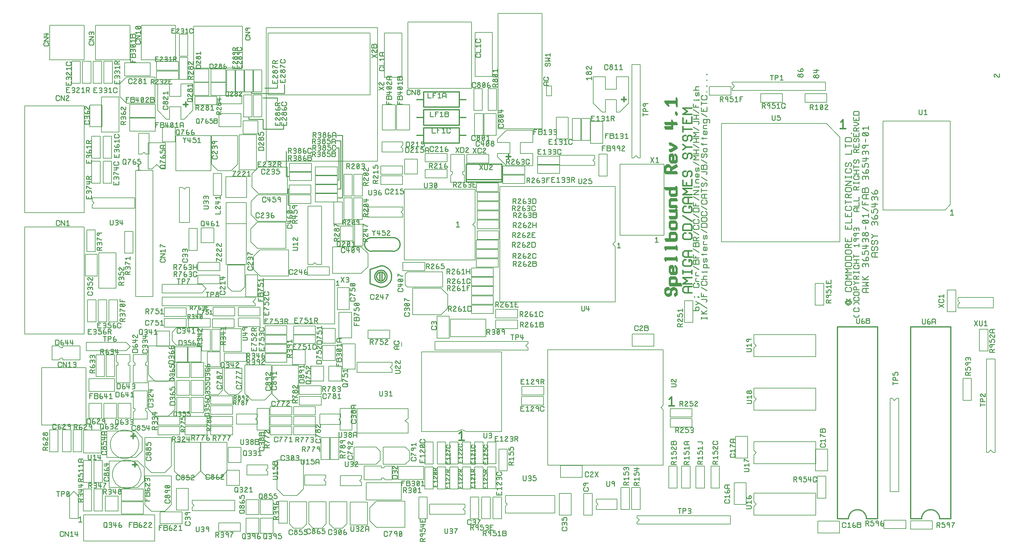
<source format=gbr>
%FSLAX34Y34*%
%MOMM*%
%LNSILK_TOP*%
G71*
G01*
%ADD10C,0.127*%
%ADD11C,0.254*%
%ADD12C,0.305*%
%ADD13C,0.381*%
%ADD14C,0.203*%
%LPD*%
G54D10*
X1336442Y-749247D02*
X1336442Y-773374D01*
X1398675Y-773374D01*
X1398675Y-749247D01*
X1336442Y-749247D01*
G54D10*
X1731717Y-714560D02*
X1731717Y-872442D01*
X1402739Y-872442D01*
X1402739Y-543463D01*
X1731717Y-543463D01*
X1731717Y-701360D01*
X1725118Y-707959D01*
X1731717Y-714560D01*
G54D11*
X1401042Y-339278D02*
X1398937Y-341389D01*
X1398937Y-344185D01*
X1401042Y-346268D01*
X1410829Y-346268D01*
X1401042Y-339278D01*
X1410829Y-339278D01*
X1412909Y-341389D01*
X1412909Y-344185D01*
X1410829Y-346268D01*
G54D10*
X1397667Y-379616D02*
X1523414Y-379616D01*
X1523414Y-50635D01*
X1397667Y-50635D01*
X1397667Y-379616D01*
G54D10*
X1392830Y-398165D02*
X1392830Y-335918D01*
X1358545Y-335918D01*
X1358545Y-398165D01*
X1392830Y-398165D01*
G54D10*
X1355238Y-398165D02*
X1355238Y-335918D01*
X1331108Y-335918D01*
X1331108Y-398165D01*
X1355238Y-398165D01*
G54D12*
X1287796Y-325636D02*
X1287796Y-368823D01*
X1186179Y-368823D01*
X1186179Y-325636D01*
X1287796Y-325636D01*
G54D12*
X1287796Y-347231D02*
X1306839Y-347231D01*
G54D10*
X1307255Y-1241565D02*
X1294398Y-1235131D01*
X1281538Y-1241565D01*
X1180723Y-1241565D01*
X1180723Y-1014202D01*
X1408088Y-1014202D01*
X1408088Y-1241565D01*
X1307255Y-1241565D01*
G54D11*
X1175376Y-1320747D02*
X1175376Y-1329124D01*
X1189351Y-1329124D01*
X1189351Y-1319355D01*
G54D11*
X1180972Y-1329124D02*
X1180972Y-1324244D01*
G54D11*
X1296051Y-1322522D02*
X1296051Y-1330531D01*
X1284614Y-1330531D01*
X1284614Y-1323668D01*
G54D10*
X1189351Y-1271290D02*
X1189351Y-1333520D01*
X1213491Y-1333520D01*
X1213491Y-1271290D01*
X1189351Y-1271290D01*
G54D10*
X1249044Y-1333520D02*
X1249044Y-1271290D01*
X1224919Y-1271290D01*
X1224919Y-1333520D01*
X1249044Y-1333520D01*
G54D10*
X1260484Y-1271290D02*
X1260484Y-1333520D01*
X1284614Y-1333520D01*
X1284614Y-1271290D01*
X1260484Y-1271290D01*
G54D11*
X1493773Y-716214D02*
X1493773Y-702241D01*
X1501075Y-702241D01*
X1503541Y-704322D01*
X1503541Y-714106D01*
X1501075Y-716214D01*
X1493773Y-716214D01*
G54D11*
X1481189Y-705726D02*
X1481189Y-704322D01*
X1483272Y-702241D01*
X1486069Y-702241D01*
X1488177Y-704322D01*
X1488177Y-705726D01*
X1480473Y-713417D01*
X1480473Y-716214D01*
X1488865Y-716214D01*
G54D11*
X1470704Y-702241D02*
X1467217Y-705726D01*
X1467217Y-714106D01*
X1469297Y-716214D01*
X1473143Y-716214D01*
X1475594Y-714106D01*
X1475594Y-712023D01*
X1473143Y-709917D01*
X1469297Y-709917D01*
X1467217Y-712023D01*
G54D11*
X1453242Y-705726D02*
X1453242Y-704322D01*
X1455325Y-702241D01*
X1458121Y-702241D01*
X1460232Y-704322D01*
X1460232Y-705726D01*
X1452541Y-713417D01*
X1452541Y-716214D01*
X1460920Y-716214D01*
G54D11*
X1442759Y-709226D02*
X1446945Y-716214D01*
G54D11*
X1580547Y-524543D02*
X1585093Y-524543D01*
X1587176Y-526981D01*
X1587176Y-529422D01*
X1585093Y-531528D01*
X1581580Y-531528D01*
X1579498Y-531528D01*
G54D11*
X1579498Y-519636D02*
X1581580Y-517555D01*
X1585093Y-517555D01*
X1587176Y-519636D01*
X1587176Y-522435D01*
X1585093Y-524543D01*
G54D11*
X1585647Y-423050D02*
X1594036Y-423050D01*
G54D11*
X1586363Y-412565D02*
X1589848Y-409090D01*
X1589848Y-423050D01*
G54D10*
X1563803Y-408318D02*
X1598103Y-408318D01*
X1598103Y-346088D01*
X1563803Y-346088D01*
X1563803Y-408318D01*
G54D10*
X2538035Y-1412273D02*
X2513892Y-1412273D01*
X2513892Y-1146807D01*
X2519361Y-1146807D01*
X2525962Y-1153411D01*
X2532566Y-1146807D01*
X2538035Y-1146807D01*
X2538035Y-1412273D01*
G54D10*
X2558609Y-1493563D02*
X2496364Y-1493563D01*
X2496364Y-1517693D01*
X2558609Y-1517693D01*
X2558609Y-1493563D01*
G54D10*
X1054716Y-471322D02*
X1054716Y-91536D01*
X738440Y-91536D01*
X738440Y-471322D01*
X1054716Y-471322D01*
G54D10*
X1068538Y-310520D02*
X1068538Y-382920D01*
X1105676Y-382920D01*
X1105676Y-310520D01*
X1068538Y-310520D01*
G54D10*
X1109176Y-310520D02*
X1109176Y-382920D01*
X1146326Y-382920D01*
X1146326Y-310520D01*
X1109176Y-310520D01*
G54D10*
X681280Y-765754D02*
X681280Y-589201D01*
X624120Y-589201D01*
X624120Y-765754D01*
X681280Y-765754D01*
G54D10*
X589682Y-703948D02*
X589682Y-661159D01*
X553152Y-661159D01*
X553152Y-703948D01*
X589682Y-703948D01*
G54D10*
X712659Y-645081D02*
X794320Y-645081D01*
X794320Y-720032D01*
X712659Y-720032D01*
X693987Y-701360D01*
X693987Y-663753D01*
X712659Y-645081D01*
G54D10*
X518192Y-663118D02*
X518192Y-725366D01*
X542316Y-725366D01*
X542316Y-663118D01*
X518192Y-663118D01*
G54D11*
X832049Y-1095464D02*
X834160Y-1093000D01*
X843941Y-1093000D01*
X846024Y-1095464D01*
X846024Y-1102782D01*
X832049Y-1102782D01*
X832049Y-1095464D01*
G54D11*
X861775Y-1098591D02*
X864574Y-1095794D01*
G54D11*
X852710Y-1096513D02*
X850599Y-1098591D01*
X850599Y-1103142D01*
X852710Y-1104892D01*
X862478Y-1104892D01*
X864574Y-1103142D01*
X864574Y-1098591D01*
X862478Y-1096513D01*
X855148Y-1096513D01*
X852710Y-1096513D01*
G54D10*
X902140Y-1097699D02*
X902140Y-1054923D01*
X865608Y-1054923D01*
X865608Y-1097699D01*
X902140Y-1097699D01*
G54D10*
X916413Y-1097699D02*
X952948Y-1097699D01*
X952948Y-1054923D01*
X916413Y-1054923D01*
X916413Y-1097699D01*
G54D10*
X754950Y-1134229D02*
X754950Y-1052553D01*
X829888Y-1052553D01*
X829888Y-1134229D01*
X811216Y-1152901D01*
X773624Y-1152901D01*
X754950Y-1134229D01*
G54D11*
X528346Y-381902D02*
X524872Y-385387D01*
X524872Y-393766D01*
X526955Y-395874D01*
X530785Y-395874D01*
X533251Y-393766D01*
X533251Y-391688D01*
X530785Y-389578D01*
X526955Y-389578D01*
X524872Y-391688D01*
G54D11*
X514389Y-381902D02*
X510899Y-385387D01*
X510899Y-393766D01*
X512979Y-395874D01*
X516825Y-395874D01*
X519279Y-393766D01*
X519279Y-391688D01*
X516825Y-389578D01*
X512979Y-389578D01*
X510899Y-391688D01*
G54D11*
X496927Y-381902D02*
X503914Y-381902D01*
X499723Y-388889D01*
X497973Y-391688D01*
X497973Y-395874D01*
G54D11*
X490627Y-383982D02*
X488547Y-381902D01*
X484001Y-381902D01*
X482251Y-383982D01*
X482251Y-393766D01*
X484001Y-395874D01*
X488547Y-395874D01*
X490627Y-393766D01*
X490627Y-386448D01*
X490627Y-383982D01*
G54D10*
X671963Y-356903D02*
X671963Y-393438D01*
X714737Y-393438D01*
X714737Y-356903D01*
X671963Y-356903D01*
G54D10*
X944967Y-1206383D02*
X950301Y-1211715D01*
X950301Y-1220991D01*
X890604Y-1220991D01*
X890604Y-1191778D01*
X950301Y-1191778D01*
X950301Y-1201047D01*
X944967Y-1206383D01*
G54D10*
X1130921Y-753049D02*
X1130921Y-551096D01*
X1332886Y-551096D01*
X1332886Y-645465D01*
X1326285Y-652066D01*
X1332886Y-658680D01*
X1332886Y-753049D01*
X1130921Y-753049D01*
G54D11*
X1438568Y-716214D02*
X1438568Y-702241D01*
X1444865Y-702241D01*
X1446945Y-704322D01*
X1446945Y-707121D01*
X1444865Y-709226D01*
X1438568Y-709226D01*
G54D10*
X1336442Y-696399D02*
X1336442Y-720527D01*
X1398675Y-720527D01*
X1398675Y-696399D01*
X1336442Y-696399D01*
G54D10*
X1336442Y-722815D02*
X1336442Y-746958D01*
X1398675Y-746958D01*
X1398675Y-722815D01*
X1336442Y-722815D01*
G54D10*
X1400715Y-694111D02*
X1400715Y-669981D01*
X1338467Y-669981D01*
X1338467Y-694111D01*
X1400715Y-694111D01*
G54D11*
X1439079Y-688777D02*
X1439079Y-674807D01*
X1445375Y-674807D01*
X1447458Y-676885D01*
X1447458Y-679681D01*
X1445375Y-681792D01*
X1439079Y-681792D01*
G54D11*
X1278906Y-658475D02*
X1288043Y-658475D01*
G54D11*
X1279666Y-647034D02*
X1283468Y-643232D01*
X1283468Y-658475D01*
G54D10*
X1338467Y-639501D02*
X1338467Y-663631D01*
X1400715Y-663631D01*
X1400715Y-639501D01*
X1338467Y-639501D01*
G54D10*
X1400715Y-637210D02*
X1400715Y-613080D01*
X1338467Y-613080D01*
X1338467Y-637210D01*
X1400715Y-637210D01*
G54D11*
X1438568Y-612572D02*
X1438568Y-598599D01*
X1444865Y-598599D01*
X1446945Y-600679D01*
X1446945Y-603479D01*
X1444865Y-605584D01*
X1438568Y-605584D01*
G54D10*
X1400715Y-586651D02*
X1338467Y-586651D01*
X1338467Y-610794D01*
X1400715Y-610794D01*
X1400715Y-586651D01*
G54D10*
X1400715Y-560235D02*
X1338467Y-560235D01*
X1338467Y-584365D01*
X1400715Y-584365D01*
X1400715Y-560235D01*
G54D13*
X1427514Y-464696D02*
X1427514Y-451988D01*
G54D10*
X1263019Y-501556D02*
X1263019Y-452016D01*
X1302406Y-452016D01*
X1302406Y-501556D01*
X1297319Y-501556D01*
X1297319Y-507525D01*
X1302406Y-512610D01*
X1302406Y-532041D01*
X1263019Y-532041D01*
X1263019Y-512610D01*
X1268104Y-507525D01*
X1268104Y-501556D01*
X1263019Y-501556D01*
G54D10*
X1496998Y-449991D02*
X1496998Y-484276D01*
X1421672Y-484276D01*
X1396645Y-459252D01*
X1396645Y-449991D01*
X1432213Y-449991D01*
X1432213Y-418226D01*
X1396645Y-418226D01*
X1396645Y-408953D01*
X1421672Y-383941D01*
X1496998Y-383941D01*
X1496998Y-418226D01*
X1461431Y-418226D01*
X1461431Y-449991D01*
X1496998Y-449991D01*
G54D10*
X1252864Y-473608D02*
X1252864Y-449478D01*
X1190631Y-449478D01*
X1190631Y-473608D01*
X1252864Y-473608D01*
G54D10*
X1309252Y-452526D02*
X1309252Y-476656D01*
X1371497Y-476656D01*
X1371497Y-452526D01*
X1309252Y-452526D01*
G54D10*
X1249044Y-1342410D02*
X1224919Y-1342410D01*
X1224919Y-1404653D01*
X1249044Y-1404653D01*
X1249044Y-1342410D01*
G54D11*
X1354245Y-1507277D02*
X1348335Y-1507277D01*
X1348335Y-1512156D01*
X1354245Y-1512156D01*
X1356712Y-1514264D01*
X1356712Y-1519141D01*
X1353211Y-1521249D01*
X1349008Y-1521249D01*
X1346930Y-1519141D01*
G54D10*
X1355238Y-1341912D02*
X1331108Y-1341912D01*
X1331108Y-1404145D01*
X1355238Y-1404145D01*
X1355238Y-1341912D01*
G54D10*
X1351433Y-1489499D02*
X1375563Y-1489499D01*
X1375563Y-1427267D01*
X1351433Y-1427267D01*
X1351433Y-1489499D01*
G54D10*
X1331108Y-1333012D02*
X1355238Y-1333012D01*
X1355238Y-1270777D01*
X1331108Y-1270777D01*
X1331108Y-1333012D01*
G54D10*
X1384451Y-881342D02*
X1322221Y-881342D01*
X1322221Y-905472D01*
X1384451Y-905472D01*
X1384451Y-881342D01*
G54D10*
X1384451Y-854913D02*
X1322221Y-854913D01*
X1322221Y-879056D01*
X1384451Y-879056D01*
X1384451Y-854913D01*
G54D10*
X1384451Y-828497D02*
X1322221Y-828497D01*
X1322221Y-852627D01*
X1384451Y-852627D01*
X1384451Y-828497D01*
G54D10*
X1384451Y-802081D02*
X1322221Y-802081D01*
X1322221Y-826211D01*
X1384451Y-826211D01*
X1384451Y-802081D01*
G54D10*
X1384451Y-775663D02*
X1322221Y-775663D01*
X1322221Y-799793D01*
X1384451Y-799793D01*
X1384451Y-775663D01*
G54D11*
X2689516Y-1500165D02*
X2696501Y-1500165D01*
X2692310Y-1507152D01*
X2690557Y-1509951D01*
X2690557Y-1514137D01*
G54D10*
X2700615Y-837895D02*
X2676485Y-837895D01*
X2676485Y-900143D01*
X2700615Y-900143D01*
X2700615Y-837895D01*
G54D11*
X2440636Y-806656D02*
X2452196Y-798192D01*
G54D11*
X2443311Y-808860D02*
X2434406Y-800425D01*
G54D11*
X2417649Y-802742D02*
X2425269Y-798164D01*
G54D11*
X2425269Y-807316D02*
X2410029Y-807316D01*
X2410029Y-800456D01*
X2412305Y-798164D01*
X2415363Y-798164D01*
X2417649Y-800456D01*
X2417649Y-807316D01*
G54D11*
X2403443Y-807260D02*
X2385665Y-807260D01*
X2394553Y-801032D01*
X2385665Y-794817D01*
X2403443Y-794817D01*
G54D11*
X653086Y-1076101D02*
X653086Y-1069116D01*
X660071Y-1073318D01*
X662867Y-1075068D01*
X667058Y-1075068D01*
G54D10*
X733992Y-1151882D02*
X696398Y-1151882D01*
X677724Y-1133208D01*
X677724Y-1051547D01*
X752661Y-1051547D01*
X752661Y-1133208D01*
X733992Y-1151882D01*
G54D10*
X631615Y-1136129D02*
X619296Y-1123810D01*
X619296Y-1061192D01*
X668836Y-1061192D01*
X668836Y-1123810D01*
X656520Y-1136129D01*
X631615Y-1136129D01*
G54D10*
X441722Y-822404D02*
X555149Y-822404D01*
X567221Y-834464D01*
X555149Y-846534D01*
X441722Y-846534D01*
X441722Y-822404D01*
G54D11*
X570899Y-1132383D02*
X570899Y-1128263D01*
X573132Y-1126360D01*
X575352Y-1126360D01*
X577254Y-1128263D01*
X577254Y-1131430D01*
X577254Y-1133345D01*
G54D11*
X566462Y-1133345D02*
X564547Y-1131430D01*
X564547Y-1128263D01*
X566462Y-1126360D01*
X568999Y-1126360D01*
X570899Y-1128263D01*
G54D10*
X520064Y-1138349D02*
X520064Y-1095560D01*
X483546Y-1095560D01*
X483546Y-1138349D01*
X520064Y-1138349D01*
G54D10*
X560714Y-1138349D02*
X560714Y-1095560D01*
X524183Y-1095560D01*
X524183Y-1138349D01*
X560714Y-1138349D01*
G54D10*
X564422Y-1061192D02*
X613962Y-1061192D01*
X613962Y-1123810D01*
X601643Y-1136129D01*
X576741Y-1136129D01*
X564422Y-1123810D01*
X564422Y-1061192D01*
G54D11*
X1358876Y-1378910D02*
X1357733Y-1378910D01*
X1355995Y-1377218D01*
X1355995Y-1374927D01*
X1357733Y-1373208D01*
X1358876Y-1373208D01*
X1365147Y-1379504D01*
X1367433Y-1379504D01*
X1367433Y-1372641D01*
G54D10*
X1367679Y-1341912D02*
X1367679Y-1404145D01*
X1391825Y-1404145D01*
X1391825Y-1341912D01*
X1367679Y-1341912D01*
G54D11*
X789883Y-253236D02*
X789883Y-278633D01*
X695887Y-278633D01*
X695887Y-273560D01*
G54D11*
X661973Y-276730D02*
X661973Y-275460D01*
X663878Y-273560D01*
X666426Y-273560D01*
X668326Y-275460D01*
X668326Y-276730D01*
X661341Y-283716D01*
X661341Y-286253D01*
X668961Y-286253D01*
G54D11*
X651183Y-278633D02*
X649268Y-276730D01*
X649268Y-275460D01*
X651183Y-273560D01*
X653721Y-273560D01*
X655623Y-275460D01*
X655623Y-276730D01*
X653721Y-278633D01*
X656253Y-281180D01*
X656253Y-283716D01*
X653721Y-286253D01*
X651183Y-286253D01*
X648633Y-283716D01*
X648633Y-281180D01*
X651183Y-278633D01*
X653721Y-278633D01*
G54D11*
X636576Y-276730D02*
X636576Y-275460D01*
X638478Y-273560D01*
X641013Y-273560D01*
X642916Y-275460D01*
X642916Y-276730D01*
X635931Y-283716D01*
X635931Y-286253D01*
X643563Y-286253D01*
G54D11*
X628956Y-273560D02*
X624836Y-273560D01*
X623238Y-275460D01*
X623238Y-284350D01*
X624836Y-286253D01*
X628956Y-286253D01*
X630858Y-284350D01*
X630858Y-277665D01*
X630858Y-275460D01*
X628956Y-273560D01*
G54D10*
X623279Y-284201D02*
X623279Y-247665D01*
X580505Y-247665D01*
X580505Y-284201D01*
X623279Y-284201D01*
G54D11*
X819222Y-643687D02*
X826207Y-639501D01*
G54D11*
X826207Y-647878D02*
X812235Y-647878D01*
X812235Y-641581D01*
X814345Y-639501D01*
X817142Y-639501D01*
X819222Y-641581D01*
X819222Y-647878D01*
G54D11*
X797503Y-647878D02*
X805882Y-647878D01*
X805882Y-639501D01*
G54D11*
X811475Y-642297D02*
X797503Y-642297D01*
G54D10*
X895938Y-599356D02*
X895938Y-765754D01*
X881592Y-765754D01*
X876260Y-760420D01*
X870926Y-765754D01*
X856568Y-765754D01*
X856568Y-599356D01*
X895938Y-599356D01*
G54D10*
X695255Y-623872D02*
X695255Y-586280D01*
X713926Y-567606D01*
X795600Y-567606D01*
X795600Y-642544D01*
X713926Y-642544D01*
X695255Y-623872D01*
G54D10*
X798138Y-563791D02*
X716461Y-563791D01*
X697790Y-545117D01*
X697790Y-507525D01*
X716461Y-488853D01*
X798138Y-488853D01*
X798138Y-563791D01*
G54D10*
X940393Y-537124D02*
X940393Y-512978D01*
X878163Y-512978D01*
X878163Y-537124D01*
X940393Y-537124D01*
G54D10*
X825450Y-1423203D02*
X787843Y-1423203D01*
X769171Y-1404531D01*
X769171Y-1322855D01*
X844122Y-1322855D01*
X844122Y-1404531D01*
X825450Y-1423203D01*
G54D11*
X852268Y-1520614D02*
X846354Y-1520614D01*
X846354Y-1525493D01*
X852268Y-1525493D01*
X854734Y-1527604D01*
X854734Y-1532484D01*
X851234Y-1534589D01*
X847043Y-1534589D01*
X844965Y-1532484D01*
G54D10*
X853771Y-1503858D02*
X841447Y-1516182D01*
X816563Y-1516182D01*
X804231Y-1503858D01*
X804231Y-1441226D01*
X853771Y-1441226D01*
X853771Y-1503858D01*
G54D11*
X1135856Y-902731D02*
X1133415Y-902731D01*
X1131307Y-905198D01*
X1131307Y-910422D01*
X1133415Y-912500D01*
X1143199Y-912500D01*
X1145279Y-910422D01*
X1145279Y-905198D01*
X1143199Y-902731D01*
X1141091Y-902731D01*
G54D11*
X749563Y-920204D02*
X756548Y-920204D01*
X752362Y-927194D01*
X750609Y-929988D01*
X750609Y-934179D01*
G54D10*
X932773Y-808942D02*
X730820Y-808942D01*
X730820Y-934689D01*
X932773Y-934689D01*
X932773Y-808942D01*
G54D10*
X734884Y-964413D02*
X797119Y-964413D01*
X797119Y-940270D01*
X734884Y-940270D01*
X734884Y-964413D01*
G54D10*
X734884Y-966701D02*
X734884Y-990831D01*
X797119Y-990831D01*
X797119Y-966701D01*
X734884Y-966701D01*
G54D10*
X720279Y-723834D02*
X801955Y-723834D01*
X801955Y-798772D01*
X720279Y-798772D01*
X701607Y-780100D01*
X701607Y-742508D01*
X720279Y-723834D01*
G54D10*
X415814Y-857202D02*
X415814Y-497738D01*
X366274Y-497738D01*
X366274Y-857202D01*
X415814Y-857202D01*
G54D11*
X419703Y-953912D02*
X423173Y-950437D01*
X423173Y-964413D01*
G54D11*
X410607Y-964413D02*
X410607Y-950437D01*
G54D11*
X392804Y-957428D02*
X397351Y-957428D01*
X399431Y-959863D01*
X399431Y-962304D01*
X397351Y-964413D01*
X393836Y-964413D01*
X391755Y-964413D01*
G54D11*
X383376Y-961613D02*
X386175Y-964413D01*
G54D11*
X377079Y-962304D02*
X378829Y-964413D01*
X383376Y-964413D01*
X385459Y-962304D01*
X385459Y-954987D01*
X385459Y-952520D01*
X383376Y-950437D01*
X378829Y-950437D01*
X377079Y-952520D01*
X377079Y-962304D01*
G54D10*
X463165Y-998118D02*
X463165Y-955345D01*
X426635Y-955345D01*
X426635Y-998118D01*
X463165Y-998118D01*
G54D10*
X545380Y-945863D02*
X545380Y-995403D01*
X482748Y-995403D01*
X470429Y-983084D01*
X470429Y-958184D01*
X482748Y-945863D01*
X545380Y-945863D01*
G54D11*
X538514Y-1512237D02*
X538514Y-1524104D01*
X540264Y-1526210D01*
X544816Y-1526210D01*
X546894Y-1524104D01*
X546894Y-1512237D01*
G54D11*
X540363Y-1251720D02*
X547348Y-1251720D01*
X543160Y-1258707D01*
X541410Y-1261504D01*
X541410Y-1265695D01*
G54D10*
X560714Y-1144344D02*
X524183Y-1144344D01*
X524183Y-1187117D01*
X560714Y-1187117D01*
X560714Y-1144344D01*
G54D10*
X476530Y-1353723D02*
X476530Y-1272045D01*
X551468Y-1272045D01*
X551468Y-1353723D01*
X532797Y-1372395D01*
X495205Y-1372395D01*
X476530Y-1353723D01*
G54D10*
X507262Y-1222504D02*
X569510Y-1222504D01*
X569510Y-1198377D01*
X507262Y-1198377D01*
X507262Y-1222504D01*
G54D10*
X507262Y-1250963D02*
X569510Y-1250963D01*
X569510Y-1226833D01*
X507262Y-1226833D01*
X507262Y-1250963D01*
G54D11*
X331093Y-362598D02*
X338080Y-358407D01*
G54D11*
X338080Y-366784D02*
X324108Y-366784D01*
X324108Y-360487D01*
X326216Y-358407D01*
X329012Y-358407D01*
X331093Y-360487D01*
X331093Y-366784D01*
G54D10*
X271011Y-311539D02*
X236712Y-311539D01*
X236712Y-373774D01*
X271011Y-373774D01*
X271011Y-311539D01*
G54D10*
X269743Y-288414D02*
X269743Y-388767D01*
X319284Y-388767D01*
X319284Y-288414D01*
X269743Y-288414D01*
G54D11*
X433345Y-1522024D02*
X433345Y-1508049D01*
X441722Y-1508049D01*
G54D10*
X449467Y-1358161D02*
X411875Y-1358161D01*
X393201Y-1339489D01*
X393201Y-1257823D01*
X468138Y-1257823D01*
X468138Y-1339489D01*
X449467Y-1358161D01*
G54D10*
X449467Y-1467907D02*
X411875Y-1467907D01*
X393201Y-1449235D01*
X393201Y-1367559D01*
X468138Y-1367559D01*
X468138Y-1449235D01*
X449467Y-1467907D01*
G54D10*
X403373Y-997692D02*
X478308Y-997692D01*
X478308Y-1079353D01*
X459637Y-1098027D01*
X422045Y-1098027D01*
X403373Y-1079353D01*
X403373Y-997692D01*
G54D10*
X478308Y-1097267D02*
X478308Y-1178946D01*
X459637Y-1197618D01*
X422045Y-1197618D01*
X403373Y-1178946D01*
X403373Y-1097267D01*
X478308Y-1097267D01*
G54D10*
X311400Y-1041514D02*
X311400Y-1022071D01*
X350785Y-1022071D01*
X350785Y-1041514D01*
X345700Y-1046584D01*
X345700Y-1052553D01*
X350785Y-1052553D01*
X350785Y-1102093D01*
X311400Y-1102093D01*
X311400Y-1052553D01*
X316485Y-1052553D01*
X316485Y-1046584D01*
X311400Y-1041514D01*
G54D10*
X278121Y-1022843D02*
X253992Y-1022843D01*
X253992Y-1085073D01*
X278121Y-1085073D01*
X278121Y-1022843D01*
G54D10*
X306579Y-1085073D02*
X306579Y-1022843D01*
X282449Y-1022843D01*
X282449Y-1085073D01*
X306579Y-1085073D01*
G54D10*
X996258Y-1175941D02*
X1142097Y-1175941D01*
X1142414Y-1203973D01*
X1132727Y-1210777D01*
X1142097Y-1217117D01*
X1142097Y-1245809D01*
X996341Y-1245959D01*
X996341Y-1176025D01*
X996258Y-1175941D01*
G54D11*
X615314Y-1252987D02*
X622299Y-1252987D01*
X618097Y-1259977D01*
X616347Y-1262774D01*
X616347Y-1266960D01*
G54D10*
X527590Y-1437038D02*
X648262Y-1437038D01*
X648262Y-1466253D01*
X527590Y-1466253D01*
X527590Y-1456977D01*
X532918Y-1451648D01*
X527590Y-1446314D01*
X527590Y-1437038D01*
G54D10*
X607998Y-1372395D02*
X570391Y-1372395D01*
X551720Y-1353723D01*
X551720Y-1272045D01*
X626670Y-1272045D01*
X626670Y-1353723D01*
X607998Y-1372395D01*
G54D10*
X580434Y-1222504D02*
X642669Y-1222504D01*
X642669Y-1198377D01*
X580434Y-1198377D01*
X580434Y-1222504D01*
G54D10*
X580434Y-1250963D02*
X642669Y-1250963D01*
X642669Y-1226833D01*
X580434Y-1226833D01*
X580434Y-1250963D01*
G54D10*
X602786Y-1525313D02*
X665021Y-1525313D01*
X665021Y-1501188D01*
X602786Y-1501188D01*
X602786Y-1525313D01*
G54D11*
X398413Y-1223277D02*
X398413Y-1231656D01*
X406790Y-1231656D01*
G54D11*
X404003Y-1237236D02*
X404003Y-1223277D01*
G54D11*
X391065Y-1223277D02*
X385154Y-1223277D01*
X385154Y-1228141D01*
X391065Y-1228141D01*
X393533Y-1230251D01*
X393533Y-1235131D01*
X390033Y-1237236D01*
X385842Y-1237236D01*
X383747Y-1235131D01*
G54D11*
X378857Y-1234453D02*
X376058Y-1237236D01*
X373262Y-1237236D01*
X370465Y-1234453D01*
X370465Y-1231656D01*
X373262Y-1228857D01*
X376058Y-1228857D01*
X378857Y-1231656D01*
X378857Y-1234453D01*
G54D11*
X365586Y-1227823D02*
X365586Y-1225357D01*
X363132Y-1223277D01*
X357897Y-1223277D01*
X355814Y-1225357D01*
X355814Y-1235131D01*
X357897Y-1237236D01*
X363132Y-1237236D01*
X365586Y-1235131D01*
X365586Y-1233048D01*
G54D11*
X427376Y-1235210D02*
X413406Y-1235210D01*
X413406Y-1228913D01*
X415512Y-1226833D01*
X418309Y-1226833D01*
X420391Y-1228913D01*
X420391Y-1235210D01*
G54D10*
X492284Y-1250963D02*
X492284Y-1226833D01*
X430036Y-1226833D01*
X430036Y-1250963D01*
X492284Y-1250963D01*
G54D11*
X255852Y-262506D02*
X247460Y-262506D01*
X247460Y-276482D01*
X257244Y-276482D01*
G54D10*
X223248Y-798525D02*
X257547Y-798525D01*
X257547Y-736277D01*
X223248Y-736277D01*
X223248Y-798525D01*
G54D10*
X245862Y-249804D02*
X269991Y-249804D01*
X269991Y-187571D01*
X245862Y-187571D01*
X245862Y-249804D01*
G54D10*
X241797Y-463192D02*
X265926Y-463192D01*
X265926Y-400962D01*
X241797Y-400962D01*
X241797Y-463192D01*
G54D10*
X265926Y-472082D02*
X241797Y-472082D01*
X241797Y-534327D01*
X265926Y-534327D01*
X265926Y-472082D01*
G54D11*
X555537Y-997554D02*
X541562Y-997554D01*
X541562Y-991258D01*
X543668Y-989178D01*
X546467Y-989178D01*
X548547Y-991258D01*
X548547Y-997554D01*
G54D10*
X552586Y-1000049D02*
X516053Y-1000049D01*
X516053Y-1042822D01*
X552586Y-1042822D01*
X552586Y-1000049D01*
G54D10*
X560714Y-1044768D02*
X524183Y-1044768D01*
X524183Y-1087542D01*
X560714Y-1087542D01*
X560714Y-1044768D01*
G54D11*
X813253Y-1144826D02*
X813253Y-1137836D01*
X820243Y-1142027D01*
X823040Y-1143777D01*
X827228Y-1143777D01*
G54D11*
X914569Y-1133345D02*
X921554Y-1133345D01*
X917353Y-1140330D01*
X915602Y-1143119D01*
X915602Y-1147320D01*
G54D11*
X908973Y-1137895D02*
X908973Y-1135428D01*
X906507Y-1133345D01*
X901269Y-1133345D01*
X899192Y-1135428D01*
X899192Y-1145210D01*
X901269Y-1147320D01*
X906507Y-1147320D01*
X908973Y-1145210D01*
X908973Y-1143119D01*
G54D10*
X894668Y-1165608D02*
X894668Y-1141478D01*
X832438Y-1141478D01*
X832438Y-1165608D01*
X894668Y-1165608D01*
G54D10*
X666395Y-1329385D02*
X666395Y-1286596D01*
X629865Y-1286596D01*
X629865Y-1329385D01*
X666395Y-1329385D01*
G54D11*
X479192Y-772742D02*
X483394Y-779729D01*
G54D10*
X674927Y-211948D02*
X650797Y-211948D01*
X650797Y-274196D01*
X674927Y-274196D01*
X674927Y-211948D01*
G54D10*
X701607Y-211948D02*
X701607Y-274196D01*
X725737Y-274196D01*
X725737Y-211948D01*
X701607Y-211948D01*
G54D10*
X676197Y-211948D02*
X676197Y-274196D01*
X700337Y-274196D01*
X700337Y-211948D01*
X676197Y-211948D01*
G54D11*
X527711Y-259710D02*
X527711Y-251330D01*
G54D10*
X529629Y-327154D02*
X504603Y-352176D01*
X495326Y-352176D01*
X495326Y-316608D01*
X463576Y-316608D01*
X463576Y-352176D01*
X454303Y-352176D01*
X429281Y-327154D01*
X429281Y-251844D01*
X463576Y-251844D01*
X463576Y-287396D01*
X495326Y-287396D01*
X495326Y-251844D01*
X529629Y-251844D01*
X529629Y-327154D01*
G54D10*
X532233Y-247665D02*
X532233Y-284201D01*
X575019Y-284201D01*
X575019Y-247665D01*
X532233Y-247665D01*
G54D11*
X913289Y-1112759D02*
X920274Y-1112759D01*
X916085Y-1119746D01*
X914335Y-1122545D01*
X914335Y-1126731D01*
G54D11*
X924848Y-1524655D02*
X924848Y-1522202D01*
X922382Y-1520106D01*
X917157Y-1520106D01*
X915067Y-1522202D01*
X915067Y-1531970D01*
X917157Y-1534081D01*
X922382Y-1534081D01*
X924848Y-1531970D01*
X924848Y-1529890D01*
G54D10*
X934660Y-1038758D02*
X934660Y-995985D01*
X898130Y-995985D01*
X898130Y-1038758D01*
X934660Y-1038758D01*
G54D10*
X918305Y-1258583D02*
X894160Y-1258583D01*
X894160Y-1320815D01*
X918305Y-1320815D01*
X918305Y-1258583D01*
G54D10*
X967581Y-1503858D02*
X955262Y-1516182D01*
X930362Y-1516182D01*
X918041Y-1503858D01*
X918041Y-1441226D01*
X967581Y-1441226D01*
X967581Y-1503858D01*
G54D10*
X622852Y-515531D02*
X622852Y-575226D01*
X682547Y-575226D01*
X682547Y-515531D01*
X622852Y-515531D01*
G54D10*
X611427Y-568874D02*
X611427Y-506628D01*
X587287Y-506628D01*
X587287Y-568874D01*
X611427Y-568874D01*
G54D11*
X1743995Y-432432D02*
X1741890Y-434157D01*
X1739091Y-434157D01*
X1737011Y-432432D01*
X1737011Y-429969D01*
X1739091Y-427886D01*
X1741890Y-427886D01*
X1743995Y-429969D01*
X1743995Y-441858D01*
G54D11*
X1743526Y-210680D02*
X1751918Y-210680D01*
G54D11*
X1744244Y-200193D02*
X1747732Y-196708D01*
X1747732Y-210680D01*
G54D11*
X1737767Y-718472D02*
X1746147Y-718472D01*
G54D10*
X1735024Y-231254D02*
X1769324Y-231254D01*
X1769324Y-306580D01*
X1744298Y-331602D01*
X1735024Y-331602D01*
X1735024Y-296034D01*
X1703274Y-296034D01*
X1703274Y-331602D01*
X1693998Y-331602D01*
X1668977Y-306580D01*
X1668977Y-231254D01*
X1703274Y-231254D01*
X1703274Y-266822D01*
X1735024Y-266822D01*
X1735024Y-231254D01*
G54D11*
X2623526Y-920453D02*
X2620021Y-923940D01*
X2620021Y-932320D01*
X2622129Y-934425D01*
X2625965Y-934425D01*
X2628429Y-932320D01*
X2628429Y-930237D01*
X2625965Y-928129D01*
X2622129Y-928129D01*
X2620021Y-930237D01*
G54D12*
X2633077Y-1464018D02*
X2629114Y-1463716D01*
X2625127Y-1464018D01*
X2621266Y-1464958D01*
X2617583Y-1466489D01*
X2614179Y-1468567D01*
X2611131Y-1471160D01*
X2608540Y-1474175D01*
X2606458Y-1477579D01*
X2604934Y-1481272D01*
X2603994Y-1485133D01*
X2603664Y-1489116D01*
X2571939Y-1489116D01*
X2571939Y-942942D01*
X2686264Y-942942D01*
X2686264Y-1489116D01*
X2654514Y-1489116D01*
X2654209Y-1485133D01*
X2653270Y-1481272D01*
X2651746Y-1477579D01*
X2649663Y-1474175D01*
X2647072Y-1471160D01*
X2644050Y-1468567D01*
X2640646Y-1466489D01*
X2636938Y-1464958D01*
X2633077Y-1464018D01*
G54D10*
X2572066Y-1519225D02*
X2634296Y-1519225D01*
X2634296Y-1495095D01*
X2572066Y-1495095D01*
X2572066Y-1519225D01*
G54D11*
X2392597Y-1514137D02*
X2400977Y-1514137D01*
G54D11*
X2403443Y-822381D02*
X2403443Y-815696D01*
X2400784Y-812594D01*
X2388325Y-812594D01*
X2385665Y-815696D01*
X2385665Y-822381D01*
X2388325Y-825035D01*
X2400784Y-825035D01*
X2403443Y-822381D01*
G54D11*
X2391426Y-830384D02*
X2388325Y-830384D01*
X2385665Y-833470D01*
X2385665Y-840156D01*
X2388325Y-842828D01*
X2400784Y-842828D01*
X2403443Y-840156D01*
X2403443Y-833470D01*
X2400784Y-830384D01*
X2398109Y-830384D01*
G54D11*
X2395434Y-866833D02*
X2399887Y-863277D01*
X2399887Y-870389D01*
X2399432Y-873945D01*
X2398536Y-875723D01*
X2396331Y-877047D01*
X2394553Y-877501D01*
X2392777Y-877047D01*
X2390545Y-875723D01*
X2389648Y-873945D01*
X2389221Y-870389D01*
X2389221Y-863277D01*
X2393659Y-866833D01*
X2393659Y-870389D01*
X2385665Y-870389D01*
X2385665Y-873945D01*
X2387443Y-877501D01*
X2390999Y-880171D01*
X2394553Y-881055D01*
X2398109Y-880171D01*
X2401665Y-877501D01*
X2403443Y-873945D01*
X2403443Y-870389D01*
X2395434Y-870389D01*
X2395434Y-866833D01*
G54D12*
X2363631Y-942942D02*
X2477954Y-942942D01*
X2477954Y-1489116D01*
X2446204Y-1489116D01*
X2445899Y-1485133D01*
X2444949Y-1481272D01*
X2443433Y-1477579D01*
X2441353Y-1474175D01*
X2438762Y-1471160D01*
X2435729Y-1468567D01*
X2432328Y-1466489D01*
X2428647Y-1464958D01*
X2424789Y-1464018D01*
X2420791Y-1463716D01*
X2416836Y-1464018D01*
X2412950Y-1464958D01*
X2409257Y-1466489D01*
X2405856Y-1468567D01*
X2402836Y-1471160D01*
X2400245Y-1474175D01*
X2398165Y-1477579D01*
X2396633Y-1481272D01*
X2395699Y-1485133D01*
X2395396Y-1489116D01*
X2363631Y-1489116D01*
X2363631Y-942942D01*
G54D11*
X2448350Y-1502331D02*
X2452556Y-1509316D01*
G54D11*
X2444164Y-1509316D02*
X2444164Y-1495341D01*
X2450461Y-1495341D01*
X2452556Y-1497424D01*
X2452556Y-1500220D01*
X2450461Y-1502331D01*
X2444164Y-1502331D01*
G54D11*
X2454913Y-923732D02*
X2453519Y-924781D01*
X2455602Y-926861D01*
X2455602Y-931050D01*
X2453519Y-933158D01*
X2445127Y-933158D01*
X2445127Y-919185D01*
X2453519Y-919185D01*
X2454913Y-920590D01*
X2454913Y-923732D01*
G54D11*
X2453519Y-924781D02*
X2445127Y-924781D01*
G54D11*
X2452196Y-808860D02*
X2434406Y-808860D01*
G54D11*
X2434406Y-826651D02*
X2452196Y-826651D01*
X2443311Y-821304D01*
X2452196Y-815970D01*
X2434406Y-815970D01*
G54D11*
X2452196Y-845309D02*
X2437962Y-845309D01*
X2434406Y-842223D01*
X2434406Y-836419D01*
X2437962Y-832863D01*
X2452196Y-832863D01*
G54D11*
X1157174Y-1412705D02*
X1159252Y-1414810D01*
X1162049Y-1414810D01*
X1164159Y-1412705D01*
X1164159Y-1402931D01*
X1157174Y-1412705D01*
X1157174Y-1402931D01*
X1159252Y-1400835D01*
X1162049Y-1400835D01*
X1164159Y-1402931D01*
G54D11*
X1143199Y-1402931D02*
X1145279Y-1400835D01*
X1148782Y-1400835D01*
X1150860Y-1402931D01*
X1150860Y-1405715D01*
X1148782Y-1407825D01*
X1144233Y-1407825D01*
G54D11*
X1128510Y-1414810D02*
X1128510Y-1400835D01*
X1134807Y-1400835D01*
X1136900Y-1402931D01*
X1136900Y-1405715D01*
X1134807Y-1407825D01*
X1128510Y-1407825D01*
G54D10*
X1123052Y-1386863D02*
X1022702Y-1386863D01*
X1022702Y-1436403D01*
X1123052Y-1436403D01*
X1123052Y-1386863D01*
G54D10*
X1296051Y-1342410D02*
X1296051Y-1404653D01*
X1320181Y-1404653D01*
X1320181Y-1342410D01*
X1296051Y-1342410D01*
G54D11*
X1056108Y-506133D02*
X1056108Y-497738D01*
G54D10*
X1131845Y-465562D02*
X1131845Y-508338D01*
X1168376Y-508338D01*
X1168376Y-465562D01*
X1131845Y-465562D01*
G54D10*
X1064114Y-485046D02*
X1064114Y-509176D01*
X1126359Y-509176D01*
X1126359Y-485046D01*
X1064114Y-485046D01*
G54D11*
X2767417Y-925924D02*
X2767417Y-937788D01*
X2769170Y-939896D01*
X2773717Y-939896D01*
X2775825Y-937788D01*
X2775825Y-925924D01*
G54D10*
X2807295Y-889089D02*
X2706965Y-889089D01*
X2706965Y-879815D01*
X2712299Y-874481D01*
X2706965Y-869147D01*
X2706965Y-859874D01*
X2807295Y-859874D01*
X2807295Y-889089D01*
G54D11*
X1958681Y-818975D02*
X1955786Y-818975D01*
X1953319Y-821868D01*
X1953319Y-828070D01*
X1955786Y-830537D01*
X1967335Y-830537D01*
X1969829Y-828070D01*
X1969829Y-821868D01*
X1967335Y-818975D01*
X1964884Y-818975D01*
X1964884Y-822267D01*
G54D11*
X1992385Y-840265D02*
X1975880Y-830356D01*
G54D11*
X595044Y-655498D02*
X603421Y-655498D01*
G54D11*
X596642Y-578452D02*
X593129Y-574967D01*
X607102Y-574967D01*
G54D11*
X607102Y-587545D02*
X593129Y-587545D01*
G54D11*
X596642Y-606400D02*
X595235Y-606400D01*
X593129Y-604317D01*
X593129Y-601520D01*
X595235Y-599409D01*
X596642Y-599409D01*
X604305Y-607101D01*
X607102Y-607101D01*
X607102Y-598721D01*
G54D11*
X607102Y-611980D02*
X607102Y-621761D01*
X593129Y-621761D01*
G54D11*
X269495Y-1271509D02*
X269495Y-1277435D01*
X274387Y-1277435D01*
X274387Y-1271509D01*
X276482Y-1269042D01*
X281374Y-1269042D01*
X283455Y-1272555D01*
X283455Y-1276744D01*
X281374Y-1278824D01*
G54D10*
X296615Y-1290028D02*
X295525Y-1285936D01*
X294865Y-1281745D01*
X294644Y-1277503D01*
X294865Y-1273259D01*
X295525Y-1269070D01*
X296615Y-1264989D01*
X298144Y-1261021D01*
X300074Y-1257231D01*
X302388Y-1253675D01*
X305047Y-1250399D01*
X308052Y-1247407D01*
X311359Y-1244732D01*
X314915Y-1242433D01*
X318664Y-1240488D01*
X322632Y-1238971D01*
X326726Y-1237884D01*
X330915Y-1237221D01*
X335159Y-1236988D01*
X339403Y-1237221D01*
X343592Y-1237884D01*
X347684Y-1238971D01*
X351641Y-1240488D01*
X355428Y-1242433D01*
X358984Y-1244732D01*
X362263Y-1247407D01*
X365256Y-1250399D01*
X367928Y-1253675D01*
X370244Y-1257231D01*
X372172Y-1261021D01*
X373688Y-1264989D01*
X374791Y-1269070D01*
X375454Y-1273259D01*
X375672Y-1277503D01*
X375454Y-1281745D01*
X374791Y-1285936D01*
X373688Y-1290028D01*
X372172Y-1293998D01*
X370244Y-1297757D01*
X367928Y-1301316D01*
X365256Y-1304610D01*
X362263Y-1307612D01*
X358984Y-1310272D01*
X355428Y-1312588D01*
X351641Y-1314516D01*
X347684Y-1316048D01*
X343592Y-1317137D01*
X339403Y-1317795D01*
X335159Y-1318031D01*
X330915Y-1317795D01*
X326726Y-1317137D01*
X322632Y-1316048D01*
X318664Y-1314516D01*
X314915Y-1312588D01*
X311359Y-1310272D01*
X308052Y-1307612D01*
X305047Y-1304610D01*
X302388Y-1301316D01*
X300074Y-1297757D01*
X298144Y-1293998D01*
X296615Y-1290028D01*
G54D10*
X284984Y-1240033D02*
X366660Y-1240033D01*
X385332Y-1258707D01*
X385332Y-1296297D01*
X366660Y-1314971D01*
X284984Y-1314971D01*
X284984Y-1240033D01*
G54D10*
X268544Y-1236756D02*
X218866Y-1236756D01*
X218866Y-1301991D01*
X268544Y-1301991D01*
X268544Y-1236756D01*
G54D10*
X2370108Y-1496101D02*
X2307875Y-1496101D01*
X2307875Y-1530401D01*
X2370108Y-1530401D01*
X2370108Y-1496101D01*
G54D10*
X954726Y-991339D02*
X954726Y-1063744D01*
X991863Y-1063744D01*
X991863Y-991339D01*
X954726Y-991339D01*
G54D10*
X981706Y-974321D02*
X981706Y-901916D01*
X944569Y-901916D01*
X944569Y-974321D01*
X981706Y-974321D01*
G54D11*
X1302775Y-531282D02*
X1299305Y-534754D01*
X1299305Y-543146D01*
X1301383Y-545254D01*
X1305213Y-545254D01*
X1307682Y-543146D01*
X1307682Y-541050D01*
X1305213Y-538945D01*
X1301383Y-538945D01*
X1299305Y-541050D01*
G54D10*
X2132590Y-1149220D02*
X2125989Y-1142621D01*
X2125989Y-1118105D01*
X2302541Y-1118105D01*
X2302541Y-1180335D01*
X2125989Y-1180335D01*
X2125989Y-1155822D01*
X2132590Y-1149220D01*
G54D11*
X1522848Y-385691D02*
X1521456Y-386725D01*
X1523536Y-388805D01*
X1523536Y-393009D01*
X1521456Y-395117D01*
X1513077Y-395117D01*
X1513077Y-381142D01*
X1521456Y-381142D01*
X1522848Y-382537D01*
X1522848Y-385691D01*
G54D11*
X1521456Y-386725D02*
X1513077Y-386725D01*
G54D11*
X1511852Y-518825D02*
X1508378Y-522310D01*
X1508378Y-530690D01*
X1510460Y-532798D01*
X1514291Y-532798D01*
X1516757Y-530690D01*
X1516757Y-528607D01*
X1514291Y-526499D01*
X1510460Y-526499D01*
X1508378Y-528607D01*
G54D11*
X1519678Y-437535D02*
X1511299Y-437535D01*
X1511299Y-451508D01*
X1521072Y-451508D01*
G54D11*
X1511299Y-443128D02*
X1516165Y-443128D01*
G54D10*
X1572954Y-482498D02*
X1510707Y-482498D01*
X1510707Y-506628D01*
X1572954Y-506628D01*
X1572954Y-482498D01*
G54D10*
X1572954Y-457103D02*
X1510707Y-457103D01*
X1510707Y-481228D01*
X1572954Y-481228D01*
X1572954Y-457103D01*
G54D11*
X1694374Y-441858D02*
X1694374Y-427886D01*
X1702766Y-427886D01*
G54D11*
X1710716Y-201254D02*
X1710716Y-198788D01*
X1708247Y-196708D01*
X1703013Y-196708D01*
X1700932Y-198788D01*
X1700932Y-208572D01*
X1703013Y-210680D01*
X1708247Y-210680D01*
X1710716Y-208572D01*
X1710716Y-206494D01*
G54D10*
X1677105Y-1433606D02*
X1736802Y-1433606D01*
X1736802Y-1462824D01*
X1677105Y-1462824D01*
X1677105Y-1453563D01*
X1682439Y-1448214D01*
X1677105Y-1442880D01*
X1677105Y-1433606D01*
G54D10*
X1708855Y-451769D02*
X1684725Y-451769D01*
X1684725Y-514002D01*
X1708855Y-514002D01*
X1708855Y-451769D01*
G54D11*
X436142Y-458754D02*
X439642Y-462229D01*
X448019Y-462229D01*
X450114Y-460146D01*
X450114Y-456316D01*
X448019Y-453850D01*
X445911Y-453850D01*
X443833Y-456316D01*
X443833Y-460146D01*
X445911Y-462229D01*
G54D10*
X451382Y-418998D02*
X451382Y-493936D01*
X439571Y-493936D01*
X426607Y-480982D01*
X413653Y-493936D01*
X401842Y-493936D01*
X401842Y-418998D01*
X451382Y-418998D01*
G54D10*
X580932Y-499008D02*
X580932Y-398673D01*
X480594Y-398673D01*
X480594Y-499008D01*
X580932Y-499008D01*
G54D11*
X248384Y-1394747D02*
X252931Y-1394747D01*
X255012Y-1397185D01*
X255012Y-1399624D01*
X252931Y-1401732D01*
X249417Y-1401732D01*
X247336Y-1401732D01*
G54D11*
X247336Y-1389840D02*
X249417Y-1387759D01*
X252931Y-1387759D01*
X255012Y-1389840D01*
X255012Y-1392639D01*
X252931Y-1394747D01*
G54D11*
X245352Y-1321077D02*
X253744Y-1321077D01*
G54D10*
X270101Y-1160605D02*
X233570Y-1160605D01*
X233570Y-1203381D01*
X270101Y-1203381D01*
X270101Y-1160605D01*
G54D10*
X247901Y-1467147D02*
X272031Y-1467147D01*
X272031Y-1404904D01*
X247901Y-1404904D01*
X247901Y-1467147D01*
G54D10*
X272031Y-1323614D02*
X247901Y-1323614D01*
X247901Y-1385857D01*
X272031Y-1385857D01*
X272031Y-1323614D01*
G54D12*
X1287796Y-296423D02*
X1306839Y-296423D01*
G54D11*
X275283Y-1387759D02*
X282269Y-1387759D01*
X278080Y-1394747D01*
X276316Y-1397546D01*
X276316Y-1401732D01*
G54D11*
X260593Y-1387759D02*
X260593Y-1396136D01*
X268985Y-1396136D01*
G54D11*
X266188Y-1401732D02*
X266188Y-1387759D01*
G54D10*
X365075Y-1330091D02*
X368354Y-1332761D01*
X371359Y-1335753D01*
X374019Y-1339032D01*
X376335Y-1342591D01*
X378263Y-1346378D01*
X379795Y-1350348D01*
X380882Y-1354424D01*
X381542Y-1358626D01*
X381778Y-1362860D01*
X381542Y-1367104D01*
X380882Y-1371293D01*
X379795Y-1375385D01*
X378263Y-1379352D01*
X376335Y-1383116D01*
X374019Y-1386672D01*
X371359Y-1389964D01*
X368354Y-1392969D01*
X365075Y-1395628D01*
X361522Y-1397945D01*
X357745Y-1399873D01*
X353777Y-1401402D01*
X349683Y-1402491D01*
X345494Y-1403152D01*
X341250Y-1403388D01*
X337006Y-1403152D01*
X332817Y-1402491D01*
X328738Y-1401402D01*
X324768Y-1399873D01*
X321006Y-1397945D01*
X317450Y-1395628D01*
X314143Y-1392969D01*
X311154Y-1389964D01*
X308479Y-1386672D01*
X306178Y-1383116D01*
X304235Y-1379352D01*
X302721Y-1375385D01*
X301631Y-1371293D01*
X300968Y-1367104D01*
X300735Y-1362860D01*
X300968Y-1358626D01*
X301631Y-1354424D01*
X302721Y-1350348D01*
X304235Y-1346378D01*
X306178Y-1342591D01*
X308479Y-1339032D01*
X311154Y-1335753D01*
X314143Y-1332761D01*
X317450Y-1330091D01*
X321006Y-1327787D01*
X324768Y-1325842D01*
X328738Y-1324331D01*
X332817Y-1323238D01*
X337006Y-1322580D01*
X341250Y-1322344D01*
X345494Y-1322580D01*
X349683Y-1323238D01*
X353777Y-1324331D01*
X357745Y-1325842D01*
X361522Y-1327787D01*
X365075Y-1330091D01*
G54D10*
X291075Y-1325392D02*
X372751Y-1325392D01*
X391423Y-1344061D01*
X391423Y-1381671D01*
X372751Y-1400327D01*
X291075Y-1400327D01*
X291075Y-1325392D01*
G54D11*
X308438Y-1222944D02*
X308438Y-1221542D01*
X310519Y-1219459D01*
X313318Y-1219459D01*
X315426Y-1221542D01*
X315426Y-1222944D01*
X307722Y-1230635D01*
X307722Y-1233434D01*
X316102Y-1233434D01*
G54D10*
X233928Y-1090254D02*
X233928Y-1127394D01*
X306330Y-1127394D01*
X306330Y-1090254D01*
X233928Y-1090254D01*
G54D10*
X312779Y-1160605D02*
X276247Y-1160605D01*
X276247Y-1203381D01*
X312779Y-1203381D01*
X312779Y-1160605D01*
G54D10*
X388626Y-1441226D02*
X326394Y-1441226D01*
X326394Y-1475527D01*
X388626Y-1475527D01*
X388626Y-1441226D01*
G54D10*
X388626Y-1404653D02*
X326394Y-1404653D01*
X326394Y-1438953D01*
X388626Y-1438953D01*
X388626Y-1404653D01*
G54D10*
X218935Y-1553261D02*
X420902Y-1553261D01*
X420902Y-1478323D01*
X218935Y-1478323D01*
X218935Y-1553261D01*
G54D11*
X379863Y-1499657D02*
X376388Y-1503141D01*
X376388Y-1511521D01*
X378471Y-1513629D01*
X382302Y-1513629D01*
X384768Y-1511521D01*
X384768Y-1509438D01*
X382302Y-1507332D01*
X378471Y-1507332D01*
X376388Y-1509438D01*
G54D11*
X390361Y-1503141D02*
X390361Y-1501752D01*
X392444Y-1499657D01*
X395240Y-1499657D01*
X397351Y-1501752D01*
X397351Y-1503141D01*
X389645Y-1510848D01*
X389645Y-1513629D01*
X398024Y-1513629D01*
G54D11*
X370795Y-1504203D02*
X369403Y-1505252D01*
X371484Y-1507332D01*
X371484Y-1511521D01*
X369403Y-1513629D01*
X361024Y-1513629D01*
X361024Y-1499657D01*
X369403Y-1499657D01*
X370795Y-1501061D01*
X370795Y-1504203D01*
G54D11*
X369403Y-1505252D02*
X361024Y-1505252D01*
G54D11*
X347727Y-1505252D02*
X352632Y-1505252D01*
G54D11*
X347727Y-1513629D02*
X347727Y-1499657D01*
X356119Y-1499657D01*
G54D13*
X363836Y-1341404D02*
X363836Y-1328697D01*
G54D13*
X359342Y-1260691D02*
X359342Y-1247986D01*
G54D13*
X352990Y-1254338D02*
X365695Y-1254338D01*
G54D11*
X276482Y-1338854D02*
X284860Y-1338854D01*
X284860Y-1330475D01*
G54D11*
X1082732Y-672186D02*
X1082732Y-670794D01*
X1084812Y-668713D01*
X1087609Y-668713D01*
X1089717Y-670794D01*
X1089717Y-672186D01*
X1082028Y-679889D01*
X1082028Y-682686D01*
X1090408Y-682686D01*
G54D12*
X1074172Y-770910D02*
X1069529Y-769790D01*
X1064746Y-769435D01*
X1034266Y-779592D01*
X1034266Y-820242D01*
X1064746Y-830397D01*
X1069529Y-830029D01*
X1074172Y-828909D01*
X1078597Y-827080D01*
X1082661Y-824586D01*
X1086316Y-821484D01*
X1089412Y-817832D01*
X1091909Y-813765D01*
X1093740Y-809340D01*
X1094855Y-804697D01*
X1095229Y-799915D01*
X1094855Y-795149D01*
X1093740Y-790491D01*
X1091909Y-786082D01*
X1089412Y-781987D01*
X1086316Y-778350D01*
X1082661Y-775249D01*
X1078597Y-772770D01*
X1074172Y-770910D01*
G54D12*
X1020085Y-717329D02*
X1018003Y-708472D01*
X1020085Y-699582D01*
X1025955Y-692597D01*
X1034320Y-688927D01*
X1043413Y-689412D01*
X1094223Y-689412D01*
X1103334Y-688927D01*
X1111698Y-692597D01*
X1117540Y-699595D01*
X1119620Y-708472D01*
X1117512Y-717329D01*
X1111670Y-724347D01*
X1103334Y-727997D01*
X1094223Y-727514D01*
X1043413Y-727514D01*
X1034320Y-727997D01*
X1025927Y-724347D01*
X1020085Y-717329D01*
G54D11*
X1054081Y-668713D02*
X1054081Y-677093D01*
X1062460Y-677093D01*
G54D11*
X1059664Y-682686D02*
X1059664Y-668713D01*
G54D11*
X1050469Y-854072D02*
X1050469Y-852680D01*
X1052552Y-850603D01*
X1055348Y-850603D01*
X1057456Y-852680D01*
X1057456Y-854072D01*
X1049768Y-861779D01*
X1049768Y-864575D01*
X1058145Y-864575D01*
G54D12*
X1069598Y-788187D02*
X1073745Y-790933D01*
X1076486Y-795063D01*
X1077454Y-799915D01*
X1076486Y-804766D01*
X1073745Y-808914D01*
X1069598Y-811659D01*
X1064746Y-812622D01*
X1059895Y-811659D01*
X1055760Y-808914D01*
X1053006Y-804766D01*
X1052044Y-799915D01*
X1053006Y-795063D01*
X1055760Y-790933D01*
X1059895Y-788187D01*
X1064746Y-787212D01*
X1069598Y-788187D01*
G54D12*
X1057942Y-783488D02*
X1064746Y-782140D01*
X1071556Y-783488D01*
X1077329Y-787349D01*
X1081185Y-793110D01*
X1082536Y-799915D01*
X1081185Y-806724D01*
X1077329Y-812498D01*
X1071556Y-816359D01*
X1064746Y-817705D01*
X1057942Y-816359D01*
X1052181Y-812498D01*
X1048307Y-806724D01*
X1046969Y-799915D01*
X1048307Y-793110D01*
X1052181Y-787349D01*
X1057942Y-783488D01*
G54D12*
X1061701Y-809313D02*
X1061701Y-790517D01*
G54D12*
X1067794Y-809313D02*
X1067794Y-790517D01*
X1067794Y-809313D01*
G54D11*
X1112760Y-799587D02*
X1112760Y-792599D01*
X1119745Y-796790D01*
X1122541Y-798553D01*
X1126732Y-798553D01*
G54D11*
X1124652Y-806572D02*
X1126732Y-808680D01*
X1126732Y-811479D01*
X1124652Y-813559D01*
X1114865Y-806572D01*
X1124652Y-806572D01*
G54D11*
X1124652Y-813559D02*
X1114865Y-813559D01*
X1112760Y-811479D01*
X1112760Y-808680D01*
X1114865Y-806572D01*
G54D11*
X1126732Y-822655D02*
X1112760Y-822655D01*
G54D11*
X1117306Y-833125D02*
X1114865Y-833125D01*
X1112760Y-835581D01*
X1112760Y-840816D01*
X1114865Y-842896D01*
X1124652Y-842896D01*
X1126732Y-840816D01*
X1126732Y-835581D01*
X1124652Y-833125D01*
X1122541Y-833125D01*
G54D11*
X408403Y-295016D02*
X416782Y-295016D01*
X418860Y-297111D01*
X418860Y-301302D01*
X416782Y-303408D01*
X408403Y-303408D01*
X408403Y-289436D01*
X416782Y-289436D01*
X418171Y-290828D01*
X418171Y-293982D01*
X416782Y-295016D01*
G54D10*
X422169Y-309857D02*
X349767Y-309857D01*
X349767Y-346997D01*
X422169Y-346997D01*
X422169Y-309857D01*
G54D10*
X422169Y-348981D02*
X349767Y-348981D01*
X349767Y-386121D01*
X422169Y-386121D01*
X422169Y-348981D01*
G54D11*
X1020235Y-1519103D02*
X1030022Y-1519103D01*
G54D11*
X1020235Y-1524683D02*
X1020235Y-1513507D01*
X1022676Y-1510708D01*
X1027225Y-1510708D01*
X1030022Y-1513507D01*
X1030022Y-1524683D01*
G54D10*
X1077192Y-1339113D02*
X1096633Y-1339113D01*
X1096633Y-1378483D01*
X1077192Y-1378483D01*
X1072120Y-1373401D01*
X1066153Y-1373401D01*
X1066153Y-1378483D01*
X1016613Y-1378483D01*
X1016613Y-1339113D01*
X1066153Y-1339113D01*
X1066153Y-1344188D01*
X1072120Y-1344188D01*
X1077192Y-1339113D01*
G54D10*
X1050525Y-1334790D02*
X987909Y-1334790D01*
X987909Y-1285263D01*
X1050525Y-1285263D01*
X1062844Y-1297582D01*
X1062844Y-1322466D01*
X1050525Y-1334790D01*
G54D10*
X1026590Y-1442027D02*
X976898Y-1442027D01*
X976898Y-1507261D01*
X1026590Y-1507261D01*
X1026590Y-1442027D01*
G54D10*
X1071223Y-1285263D02*
X1133842Y-1285263D01*
X1146161Y-1297582D01*
X1146161Y-1322466D01*
X1133842Y-1334790D01*
X1071223Y-1334790D01*
X1071223Y-1285263D01*
G54D11*
X1306166Y-435935D02*
X1306166Y-434543D01*
X1308248Y-432460D01*
X1311045Y-432460D01*
X1313151Y-434543D01*
X1313151Y-435935D01*
X1305449Y-443636D01*
X1305449Y-446420D01*
X1313829Y-446420D01*
G54D11*
X386089Y-975202D02*
X394468Y-975202D01*
X394468Y-966826D01*
G54D11*
X400064Y-969622D02*
X386089Y-969622D01*
G54D11*
X388199Y-988461D02*
X386089Y-986378D01*
X386089Y-982878D01*
X388199Y-980798D01*
X390996Y-980798D01*
X393079Y-982878D01*
X393079Y-987427D01*
G54D11*
X388199Y-1002434D02*
X386089Y-1000354D01*
X386089Y-996853D01*
X388199Y-994771D01*
X390996Y-994771D01*
X393079Y-996853D01*
X393079Y-1001400D01*
G54D11*
X390638Y-1008029D02*
X388199Y-1008029D01*
X386089Y-1010496D01*
X386089Y-1015715D01*
X388199Y-1017811D01*
X397981Y-1017811D01*
X400064Y-1015715D01*
X400064Y-1010496D01*
X397981Y-1008029D01*
X395875Y-1008029D01*
G54D10*
X365256Y-1046584D02*
X360183Y-1041514D01*
X360183Y-1022071D01*
X399556Y-1022071D01*
X399556Y-1041514D01*
X394468Y-1046584D01*
X394468Y-1052553D01*
X399556Y-1052553D01*
X399556Y-1102093D01*
X360183Y-1102093D01*
X360183Y-1052553D01*
X365256Y-1052553D01*
X365256Y-1046584D01*
G54D10*
X360183Y-1205746D02*
X360183Y-1186304D01*
X365256Y-1181232D01*
X365256Y-1175253D01*
X360183Y-1175253D01*
X360183Y-1125725D01*
X399556Y-1125725D01*
X399556Y-1175253D01*
X394468Y-1175253D01*
X394468Y-1181232D01*
X399556Y-1186304D01*
X399556Y-1205746D01*
X360183Y-1205746D01*
G54D11*
X118848Y-109327D02*
X104875Y-109327D01*
G54D11*
X118848Y-129570D02*
X104875Y-129570D01*
X118848Y-119784D01*
X104875Y-119784D01*
G54D11*
X109422Y-133756D02*
X106983Y-133756D01*
X104875Y-136228D01*
X104875Y-141463D01*
X106983Y-143543D01*
X116767Y-143543D01*
X118848Y-141463D01*
X118848Y-136228D01*
X116767Y-133756D01*
X114659Y-133756D01*
G54D13*
X1939042Y-846287D02*
X1939042Y-828497D01*
G54D13*
X1949199Y-846287D02*
X1928875Y-846287D01*
X1923802Y-841835D01*
X1923802Y-833580D01*
X1928875Y-828497D01*
X1949199Y-828497D01*
G54D13*
X1949199Y-820877D02*
X1923802Y-820877D01*
X1936495Y-811987D01*
X1923802Y-803100D01*
X1949199Y-803100D01*
G54D10*
X1952728Y-868378D02*
X1928598Y-868378D01*
X1928598Y-930623D01*
X1952728Y-930623D01*
X1952728Y-868378D01*
G54D13*
X1939042Y-744670D02*
X1939042Y-726879D01*
G54D13*
X1949199Y-744670D02*
X1928875Y-744670D01*
X1923802Y-740222D01*
X1923802Y-731967D01*
X1928875Y-726879D01*
X1949199Y-726879D01*
G54D13*
X1932057Y-752290D02*
X1927605Y-752290D01*
X1923802Y-756727D01*
X1923802Y-766265D01*
X1927605Y-770067D01*
X1945395Y-770067D01*
X1949199Y-766265D01*
X1949199Y-756727D01*
X1945395Y-752290D01*
X1941579Y-752290D01*
X1941579Y-757362D01*
G54D13*
X1949199Y-786577D02*
X1923802Y-786577D01*
G54D13*
X1901674Y-662996D02*
X1888966Y-662996D01*
X1885799Y-659823D01*
X1885799Y-647121D01*
X1888966Y-643938D01*
X1901674Y-643938D01*
X1904841Y-647121D01*
X1904841Y-659823D01*
X1901674Y-662996D01*
G54D13*
X1904841Y-645383D02*
X1901674Y-642214D01*
X1888966Y-642214D01*
X1885799Y-645383D01*
X1885799Y-658089D01*
X1888966Y-661274D01*
X1901674Y-661274D01*
X1904841Y-658089D01*
X1904841Y-645383D01*
G54D13*
X1903393Y-664715D02*
X1890701Y-664715D01*
X1887518Y-661548D01*
X1887518Y-648840D01*
X1890701Y-645673D01*
X1903393Y-645673D01*
X1906576Y-648840D01*
X1906576Y-661548D01*
X1903393Y-664715D01*
G54D13*
X1949199Y-641787D02*
X1923802Y-626547D01*
G54D13*
X1949199Y-668452D02*
X1923802Y-668452D01*
X1923802Y-655114D01*
X1927605Y-650677D01*
X1945395Y-650677D01*
X1949199Y-655114D01*
X1949199Y-668452D01*
G54D13*
X1932057Y-676072D02*
X1927605Y-676072D01*
X1923802Y-680524D01*
X1923802Y-690047D01*
X1927605Y-693862D01*
X1945395Y-693862D01*
X1949199Y-690047D01*
X1949199Y-680524D01*
X1945395Y-676072D01*
X1941579Y-676072D01*
G54D13*
X1932057Y-599864D02*
X1927605Y-599864D01*
X1923802Y-604317D01*
X1923802Y-613839D01*
X1927605Y-617642D01*
X1945395Y-617642D01*
X1949199Y-613839D01*
X1949199Y-604317D01*
X1945395Y-599864D01*
X1941579Y-599864D01*
X1941579Y-604952D01*
G54D13*
X1904841Y-545503D02*
X1901674Y-548673D01*
X1904841Y-551856D01*
X1904841Y-564563D01*
X1901674Y-567731D01*
X1888966Y-567731D01*
X1885799Y-564563D01*
X1885799Y-551856D01*
X1888966Y-548673D01*
X1901674Y-548673D01*
G54D13*
X1904841Y-543781D02*
X1901674Y-546948D01*
X1904841Y-550121D01*
X1904841Y-562823D01*
X1901674Y-566008D01*
X1888966Y-566008D01*
X1885799Y-562823D01*
X1885799Y-550121D01*
X1888966Y-546948D01*
X1901674Y-546948D01*
G54D13*
X1903393Y-569453D02*
X1890701Y-569453D01*
X1887518Y-566285D01*
X1887518Y-553578D01*
X1890701Y-550410D01*
X1903393Y-550410D01*
X1906576Y-553578D01*
X1906576Y-566285D01*
X1903393Y-569453D01*
G54D13*
X1903393Y-571162D02*
X1890701Y-571162D01*
X1887518Y-567977D01*
X1887518Y-555287D01*
X1890701Y-552102D01*
X1903393Y-552102D01*
X1906576Y-555287D01*
X1906576Y-567977D01*
X1903393Y-571162D01*
G54D13*
X1949199Y-566834D02*
X1923802Y-566834D01*
X1936495Y-557949D01*
X1923802Y-549059D01*
X1949199Y-549059D01*
G54D11*
X1992385Y-526527D02*
X1975880Y-516621D01*
G54D13*
X1904841Y-502618D02*
X1873091Y-502618D01*
X1873091Y-488340D01*
X1877874Y-483575D01*
X1884224Y-483575D01*
X1888966Y-488340D01*
X1888966Y-502618D01*
G54D13*
X1904841Y-500921D02*
X1873091Y-500921D01*
X1873091Y-486621D01*
X1877874Y-481863D01*
X1884224Y-481863D01*
X1888966Y-486621D01*
X1888966Y-500921D01*
G54D13*
X1890701Y-494817D02*
X1906576Y-485297D01*
G54D13*
X1906576Y-504355D02*
X1874813Y-504355D01*
X1874813Y-490078D01*
X1879568Y-485297D01*
X1885921Y-485297D01*
X1890701Y-490078D01*
X1890701Y-504355D01*
G54D13*
X1890701Y-496555D02*
X1906576Y-487020D01*
G54D13*
X1906576Y-506075D02*
X1874813Y-506075D01*
X1874813Y-491774D01*
X1879568Y-487020D01*
X1885921Y-487020D01*
X1890701Y-491774D01*
X1890701Y-506075D01*
G54D13*
X1885799Y-440715D02*
X1888966Y-440715D01*
X1904841Y-431180D01*
X1888966Y-421660D01*
X1885799Y-421660D01*
G54D13*
X1885799Y-438981D02*
X1888966Y-438981D01*
X1904841Y-429458D01*
X1888966Y-419936D01*
X1885799Y-419936D01*
G54D13*
X1887518Y-442437D02*
X1890701Y-442437D01*
X1906576Y-432918D01*
X1890701Y-423380D01*
X1887518Y-423380D01*
G54D13*
X1887518Y-444149D02*
X1890701Y-444149D01*
X1906576Y-434614D01*
X1890701Y-425089D01*
X1887518Y-425089D01*
G54D13*
X1923802Y-438554D02*
X1932692Y-430934D01*
X1923802Y-423311D01*
G54D13*
X1949199Y-523662D02*
X1949199Y-541439D01*
X1923802Y-541439D01*
X1923802Y-526199D01*
G54D13*
X1949199Y-592244D02*
X1928875Y-592244D01*
X1923802Y-587794D01*
X1923802Y-579542D01*
X1928875Y-574454D01*
X1949199Y-574454D01*
G54D13*
X1932057Y-499516D02*
X1927605Y-499516D01*
X1923802Y-503334D01*
X1923802Y-511589D01*
X1927605Y-514756D01*
X1932692Y-514756D01*
X1936495Y-511589D01*
X1936495Y-503334D01*
X1940945Y-499516D01*
X1945395Y-499516D01*
X1949199Y-503334D01*
X1949199Y-511589D01*
X1945395Y-514756D01*
G54D13*
X1949199Y-338204D02*
X1923802Y-338204D01*
X1936495Y-329316D01*
X1923802Y-320426D01*
X1949199Y-320426D01*
G54D13*
X1949199Y-345826D02*
X1949199Y-363616D01*
X1923802Y-363616D01*
X1923802Y-348374D01*
G54D13*
X1923802Y-380124D02*
X1949199Y-380124D01*
G54D13*
X1932057Y-448711D02*
X1927605Y-448711D01*
X1923802Y-452526D01*
X1923802Y-460781D01*
X1927605Y-463951D01*
X1932692Y-463951D01*
X1936495Y-460781D01*
X1936495Y-452526D01*
X1940945Y-448711D01*
X1945395Y-448711D01*
X1949199Y-452526D01*
X1949199Y-460781D01*
X1945395Y-463951D01*
G54D13*
X1932692Y-430934D02*
X1949199Y-430934D01*
G54D13*
X1932057Y-397901D02*
X1927605Y-397901D01*
X1923802Y-401716D01*
X1923802Y-409971D01*
X1927605Y-413156D01*
X1932692Y-413156D01*
X1936495Y-409971D01*
X1936495Y-401716D01*
X1940945Y-397901D01*
X1945395Y-397901D01*
X1949199Y-401716D01*
X1949199Y-409971D01*
X1945395Y-413156D01*
G54D11*
X2393313Y-1503655D02*
X2396786Y-1500165D01*
X2396786Y-1514137D01*
G54D11*
X2387720Y-1504716D02*
X2387720Y-1502245D01*
X2385254Y-1500165D01*
X2380014Y-1500165D01*
X2377936Y-1502245D01*
X2377936Y-1512031D01*
X2380014Y-1514137D01*
X2385254Y-1514137D01*
X2387720Y-1512031D01*
X2387720Y-1509951D01*
G54D11*
X2391426Y-812594D02*
X2388325Y-812594D01*
G54D11*
X2410029Y-599481D02*
X2425269Y-599481D01*
X2425269Y-588815D01*
G54D11*
X2391426Y-599206D02*
X2388325Y-599206D01*
X2385665Y-602305D01*
X2385665Y-608988D01*
X2388325Y-611647D01*
X2400784Y-611647D01*
X2403443Y-608988D01*
X2403443Y-602305D01*
X2400784Y-599206D01*
X2398109Y-599206D01*
G54D11*
X2414977Y-766928D02*
X2412305Y-766928D01*
X2410029Y-769587D01*
X2410029Y-775304D01*
X2412305Y-777590D01*
X2422983Y-777590D01*
X2425269Y-775304D01*
X2425269Y-769587D01*
X2422983Y-766928D01*
X2420697Y-766928D01*
X2420697Y-769970D01*
G54D11*
X2410029Y-790544D02*
X2410029Y-784827D01*
G54D11*
X2425269Y-787502D02*
X2410029Y-787502D01*
G54D11*
X2425269Y-790544D02*
X2425269Y-784827D01*
G54D11*
X2403443Y-789483D02*
X2385665Y-789483D01*
X2394553Y-783257D01*
X2385665Y-777027D01*
X2403443Y-777027D01*
G54D11*
X2391426Y-759249D02*
X2388325Y-759249D01*
X2385665Y-762350D01*
X2385665Y-769033D01*
X2388325Y-771693D01*
X2400784Y-771693D01*
X2403443Y-769033D01*
X2403443Y-762350D01*
X2400784Y-759249D01*
X2388325Y-759249D01*
G54D11*
X2425269Y-751672D02*
X2410029Y-751672D01*
G54D11*
X2417649Y-762350D02*
X2417649Y-751672D01*
G54D11*
X2425269Y-762350D02*
X2410029Y-762350D01*
G54D11*
X2385665Y-744560D02*
X2388325Y-741459D01*
X2400784Y-741459D01*
X2403443Y-744560D01*
X2403443Y-753915D01*
X2385665Y-753915D01*
X2385665Y-744560D01*
G54D11*
X2410029Y-741776D02*
X2425269Y-741776D01*
G54D11*
X2410029Y-746338D02*
X2410029Y-737202D01*
G54D11*
X2391426Y-723684D02*
X2388325Y-723684D01*
X2385665Y-726783D01*
X2385665Y-733466D01*
X2388325Y-736125D01*
X2400784Y-736125D01*
X2403443Y-733466D01*
X2403443Y-726783D01*
X2400784Y-723684D01*
X2388325Y-723684D01*
G54D11*
X2414977Y-676996D02*
X2416880Y-679282D01*
X2416880Y-682328D01*
X2414977Y-684616D01*
X2412305Y-684616D01*
X2410029Y-682328D01*
X2410029Y-679282D01*
X2412305Y-676996D01*
X2425269Y-676996D01*
G54D11*
X2410029Y-584241D02*
X2425269Y-584241D01*
X2425269Y-573573D01*
G54D11*
X2385665Y-592976D02*
X2385665Y-582310D01*
G54D11*
X2385665Y-587644D02*
X2403443Y-587644D01*
G54D11*
X2403443Y-575198D02*
X2385665Y-575198D01*
X2385665Y-567195D01*
X2388325Y-564535D01*
X2391881Y-564535D01*
X2394553Y-567195D01*
X2394553Y-575198D01*
G54D11*
X2394553Y-569864D02*
X2403443Y-564535D01*
G54D11*
X2403443Y-540527D02*
X2385665Y-540527D01*
X2403443Y-528071D01*
X2385665Y-528071D01*
G54D13*
X2371787Y-378582D02*
X2387032Y-378582D01*
G54D13*
X2373057Y-359522D02*
X2379407Y-353172D01*
X2379407Y-378582D01*
G54D11*
X2388325Y-403593D02*
X2400784Y-403593D01*
X2403443Y-406695D01*
X2403443Y-416049D01*
X2385665Y-416049D01*
X2385665Y-406695D01*
X2388325Y-403593D01*
G54D11*
X2385665Y-432946D02*
X2385665Y-422267D01*
G54D11*
X2391426Y-475623D02*
X2388325Y-475623D01*
X2385665Y-478284D01*
X2385665Y-484055D01*
X2388325Y-486288D01*
X2391881Y-486288D01*
X2394553Y-484055D01*
X2394553Y-478284D01*
X2397654Y-475623D01*
X2400784Y-475623D01*
X2403443Y-478284D01*
X2403443Y-484055D01*
X2400784Y-486288D01*
G54D11*
X2385665Y-520078D02*
X2385665Y-513395D01*
G54D11*
X2391426Y-492503D02*
X2388325Y-492503D01*
X2385665Y-495605D01*
X2385665Y-502287D01*
X2388325Y-504960D01*
X2400784Y-504960D01*
X2403443Y-502287D01*
X2403443Y-495605D01*
X2400784Y-492503D01*
X2398109Y-492503D01*
G54D11*
X2385665Y-427596D02*
X2403443Y-427596D01*
G54D11*
X2403443Y-439161D02*
X2403443Y-451617D01*
X2385665Y-451617D01*
G54D11*
X2403443Y-516522D02*
X2385665Y-516522D01*
G54D11*
X2417649Y-668231D02*
X2417649Y-663270D01*
X2420309Y-660984D01*
X2422983Y-660984D01*
X2425269Y-663270D01*
X2425269Y-667088D01*
X2425269Y-669374D01*
G54D11*
X2412305Y-669374D02*
X2410029Y-667088D01*
X2410029Y-663270D01*
X2412305Y-660984D01*
X2415363Y-660984D01*
X2417649Y-663270D01*
G54D11*
X2403443Y-634771D02*
X2403443Y-647215D01*
X2385665Y-647215D01*
G54D11*
X2385665Y-654327D02*
X2385665Y-665005D01*
X2403443Y-665005D01*
X2403443Y-652549D01*
G54D11*
X2392777Y-665005D02*
X2392777Y-658779D01*
G54D11*
X2419166Y-614721D02*
X2419166Y-604055D01*
G54D11*
X2425269Y-614721D02*
X2413072Y-614721D01*
X2410029Y-612061D01*
X2410029Y-607101D01*
X2413072Y-604055D01*
X2425269Y-604055D01*
G54D11*
X2403443Y-616981D02*
X2403443Y-629437D01*
X2385665Y-629437D01*
X2385665Y-618759D01*
G54D11*
X2392777Y-629437D02*
X2392777Y-623212D01*
G54D11*
X2400784Y-545861D02*
X2388325Y-545861D01*
X2385665Y-548963D01*
X2385665Y-555630D01*
X2388325Y-558305D01*
X2400784Y-558305D01*
X2403443Y-555630D01*
X2403443Y-548963D01*
X2400784Y-545861D01*
G54D11*
X2388325Y-545861D02*
X2391426Y-545861D01*
G54D11*
X2417649Y-548424D02*
X2425269Y-543847D01*
G54D11*
X2425269Y-552999D02*
X2410029Y-552999D01*
X2410029Y-546138D01*
X2412305Y-543847D01*
X2415363Y-543847D01*
X2417649Y-546138D01*
X2417649Y-552999D01*
G54D11*
X2425269Y-508033D02*
X2410029Y-508033D01*
G54D11*
X2414977Y-512610D02*
X2412305Y-512610D01*
X2410029Y-515269D01*
X2410029Y-520987D01*
X2412305Y-523273D01*
X2422983Y-523273D01*
X2425269Y-520987D01*
X2425269Y-515269D01*
X2422983Y-512610D01*
X2420697Y-512610D01*
X2420697Y-515653D01*
G54D11*
X2425269Y-536227D02*
X2425269Y-530509D01*
G54D11*
X2403443Y-520078D02*
X2403443Y-513395D01*
G54D11*
X2425269Y-533184D02*
X2410029Y-533184D01*
G54D11*
X2410029Y-536227D02*
X2410029Y-530509D01*
G54D11*
X2417649Y-508033D02*
X2417649Y-497370D01*
G54D11*
X2425269Y-497370D02*
X2410029Y-497370D01*
G54D11*
X2410029Y-487459D02*
X2425269Y-487459D01*
G54D11*
X2410029Y-492021D02*
X2410029Y-482884D01*
G54D11*
X2414977Y-467644D02*
X2412305Y-467644D01*
X2410029Y-469930D01*
X2410029Y-474878D01*
X2412305Y-476781D01*
X2415363Y-476781D01*
X2417649Y-474878D01*
X2417649Y-469930D01*
X2420309Y-467644D01*
X2422983Y-467644D01*
X2425269Y-469930D01*
X2425269Y-474878D01*
X2422983Y-476781D01*
G54D11*
X2425269Y-446298D02*
X2410029Y-446298D01*
X2410029Y-439435D01*
X2412305Y-437159D01*
X2415363Y-437159D01*
X2417649Y-439435D01*
X2417649Y-446298D01*
G54D11*
X2417649Y-441721D02*
X2425269Y-437159D01*
G54D11*
X2425269Y-421147D02*
X2425269Y-431815D01*
X2410029Y-431815D01*
X2410029Y-422679D01*
G54D11*
X2416120Y-431815D02*
X2416120Y-426481D01*
G54D11*
X2414977Y-406667D02*
X2412305Y-406667D01*
X2410029Y-408953D01*
X2410029Y-413913D01*
X2412305Y-415813D01*
X2415363Y-415813D01*
X2417649Y-413913D01*
X2417649Y-408953D01*
X2420309Y-406667D01*
X2422983Y-406667D01*
X2425269Y-408953D01*
X2425269Y-413913D01*
X2422983Y-415813D01*
G54D11*
X2402562Y-392925D02*
X2403443Y-392925D01*
X2403443Y-391574D01*
X2402562Y-391574D01*
X2402562Y-392925D01*
G54D11*
X2425269Y-390667D02*
X2425269Y-401333D01*
X2410029Y-401333D01*
X2410029Y-392196D01*
G54D11*
X2416120Y-401333D02*
X2416120Y-395999D01*
G54D11*
X2425269Y-385333D02*
X2410029Y-385333D01*
X2410029Y-378473D01*
X2412305Y-376182D01*
X2415363Y-376182D01*
X2417649Y-378473D01*
X2417649Y-385333D01*
G54D11*
X2410029Y-370093D02*
X2417649Y-370093D01*
X2425269Y-365519D01*
X2417649Y-360942D01*
X2410029Y-360942D01*
G54D11*
X2417649Y-380759D02*
X2425269Y-376182D01*
G54D11*
X2425269Y-344945D02*
X2425269Y-355608D01*
X2410029Y-355608D01*
X2410029Y-346458D01*
G54D11*
X2416120Y-355608D02*
X2416120Y-350276D01*
G54D11*
X2412305Y-329702D02*
X2422983Y-329702D01*
X2425269Y-332362D01*
X2425269Y-340368D01*
X2410029Y-340368D01*
X2410029Y-332362D01*
X2412305Y-329702D01*
G54D11*
X2441518Y-560799D02*
X2441518Y-550121D01*
X2444192Y-547459D01*
X2449521Y-547459D01*
X2452196Y-550121D01*
X2452196Y-560799D01*
X2434406Y-560799D01*
X2434406Y-550121D01*
X2436184Y-548343D01*
X2440209Y-548343D01*
X2441518Y-550121D01*
G54D11*
X2434406Y-729292D02*
X2434406Y-736841D01*
X2440636Y-736841D01*
X2440636Y-729292D01*
X2443311Y-726178D01*
X2449521Y-726178D01*
X2452196Y-730616D01*
X2452196Y-735950D01*
X2449521Y-738619D01*
G54D11*
X2434406Y-719948D02*
X2445089Y-719948D01*
X2445089Y-709282D01*
G54D11*
X2452196Y-712838D02*
X2434406Y-712838D01*
G54D11*
X2465937Y-714741D02*
X2462808Y-714741D01*
X2460149Y-717415D01*
X2460149Y-723199D01*
X2462808Y-725404D01*
X2466364Y-725404D01*
X2469039Y-723199D01*
X2469039Y-717415D01*
X2472163Y-714741D01*
X2475264Y-714741D01*
X2477923Y-717415D01*
X2477923Y-723199D01*
X2475264Y-725404D01*
G54D11*
X2441518Y-680827D02*
X2438858Y-683499D01*
X2437080Y-683499D01*
X2434406Y-680827D01*
X2434406Y-677271D01*
X2437080Y-674599D01*
X2438858Y-674599D01*
X2441518Y-677271D01*
X2445089Y-673715D01*
X2448640Y-673715D01*
X2452196Y-677271D01*
X2452196Y-680827D01*
X2448640Y-684380D01*
X2445089Y-684380D01*
X2441518Y-680827D01*
X2441518Y-677271D01*
G54D11*
X2449521Y-639044D02*
X2452196Y-641706D01*
X2452196Y-645262D01*
X2449521Y-647931D01*
X2437080Y-639044D01*
X2449521Y-639044D01*
G54D11*
X2449521Y-647931D02*
X2437080Y-647931D01*
X2434406Y-645262D01*
X2434406Y-641706D01*
X2437080Y-639044D01*
G54D11*
X2438858Y-630141D02*
X2434406Y-625706D01*
X2452196Y-625706D01*
G54D11*
X2460149Y-631159D02*
X2464586Y-635612D01*
X2475264Y-635612D01*
X2477923Y-632937D01*
X2477923Y-628063D01*
X2475264Y-624934D01*
X2472595Y-624934D01*
X2469920Y-628063D01*
X2469920Y-632937D01*
X2472595Y-635612D01*
G54D11*
X2452196Y-631038D02*
X2452196Y-620372D01*
G54D11*
X2452196Y-613245D02*
X2434406Y-602582D01*
G54D11*
X2460149Y-610283D02*
X2460149Y-617822D01*
X2466364Y-617822D01*
X2466364Y-610283D01*
X2469039Y-607156D01*
X2475264Y-607156D01*
X2477923Y-611607D01*
X2477923Y-616941D01*
X2475264Y-619600D01*
G54D11*
X2460149Y-600926D02*
X2470817Y-600926D01*
X2470817Y-590263D01*
G54D11*
X2441518Y-595470D02*
X2441518Y-589242D01*
G54D11*
X2452196Y-595470D02*
X2434406Y-595470D01*
X2434406Y-584804D01*
G54D11*
X2452196Y-578574D02*
X2437962Y-578574D01*
X2434406Y-575475D01*
X2434406Y-569689D01*
X2437962Y-566133D01*
X2452196Y-566133D01*
G54D11*
X2462808Y-582254D02*
X2460149Y-579595D01*
X2460149Y-575145D01*
X2462808Y-572485D01*
X2466364Y-572485D01*
X2469039Y-575145D01*
X2469039Y-580946D01*
G54D11*
X2477923Y-593819D02*
X2460149Y-593819D01*
G54D11*
X2469039Y-575145D02*
X2472163Y-572485D01*
X2475264Y-572485D01*
X2477923Y-575145D01*
X2477923Y-579595D01*
X2477923Y-582254D01*
G54D11*
X2445089Y-578574D02*
X2445089Y-566133D01*
G54D11*
X2460149Y-560027D02*
X2464586Y-564477D01*
X2475264Y-564477D01*
X2477923Y-561805D01*
X2477923Y-556938D01*
X2475264Y-553814D01*
X2472595Y-553814D01*
X2469920Y-556938D01*
X2469920Y-561805D01*
X2472595Y-564477D01*
G54D11*
X2419854Y-1505760D02*
X2428233Y-1505760D01*
X2430314Y-1507840D01*
X2430314Y-1512031D01*
X2428233Y-1514137D01*
X2419854Y-1514137D01*
X2419854Y-1500165D01*
X2428233Y-1500165D01*
X2429641Y-1501572D01*
X2429641Y-1504716D01*
X2428233Y-1505760D01*
G54D11*
X2410758Y-1500165D02*
X2407273Y-1503655D01*
X2407273Y-1512031D01*
X2409369Y-1514137D01*
X2413199Y-1514137D01*
X2415665Y-1512031D01*
X2415665Y-1509951D01*
X2413199Y-1507840D01*
X2409369Y-1507840D01*
X2407273Y-1509951D01*
G54D11*
X2417870Y-919185D02*
X2417870Y-931050D01*
X2419620Y-933158D01*
X2424169Y-933158D01*
X2426265Y-931050D01*
X2426265Y-919185D01*
G54D11*
X2414977Y-858373D02*
X2412305Y-858373D01*
X2410029Y-861047D01*
X2410029Y-866752D01*
X2412305Y-869038D01*
X2422983Y-869038D01*
X2425269Y-866752D01*
X2425269Y-861047D01*
X2422983Y-858373D01*
X2420697Y-858373D01*
G54D11*
X2410029Y-878947D02*
X2411546Y-874372D01*
X2414977Y-872856D01*
X2420697Y-872856D01*
X2423740Y-874372D01*
X2425269Y-878947D01*
G54D11*
X2410029Y-909427D02*
X2411546Y-914004D01*
X2414977Y-915535D01*
X2420697Y-915535D01*
X2423740Y-914004D01*
X2425269Y-909427D01*
G54D11*
X2414977Y-888853D02*
X2412305Y-888853D01*
X2410029Y-891527D01*
X2410029Y-897247D01*
X2412305Y-899521D01*
X2422983Y-899521D01*
X2425269Y-897247D01*
X2425269Y-891527D01*
X2422983Y-888853D01*
X2420697Y-888853D01*
G54D11*
X2410029Y-813410D02*
X2415363Y-817982D01*
X2425269Y-817982D01*
G54D11*
X2422983Y-843130D02*
X2412305Y-843130D01*
X2410029Y-845805D01*
X2410029Y-851510D01*
X2412305Y-853798D01*
X2422983Y-853798D01*
X2425269Y-851510D01*
X2425269Y-845805D01*
X2422983Y-843130D01*
G54D11*
X2412305Y-843130D02*
X2414977Y-843130D01*
G54D11*
X2425269Y-837799D02*
X2410029Y-837799D01*
X2410029Y-830936D01*
X2412305Y-828650D01*
X2415363Y-828650D01*
X2417649Y-830936D01*
X2417649Y-837799D01*
G54D11*
X2410029Y-822556D02*
X2415363Y-817982D01*
G54D11*
X2403443Y-717453D02*
X2385665Y-717453D01*
X2385665Y-709463D01*
X2388325Y-706788D01*
X2391881Y-706788D01*
X2394553Y-709463D01*
X2394553Y-717453D01*
G54D11*
X2394553Y-712122D02*
X2403443Y-706788D01*
G54D11*
X2413832Y-715096D02*
X2410029Y-711279D01*
X2425269Y-711279D01*
G54D11*
X2425269Y-715856D02*
X2425269Y-706717D01*
G54D11*
X2403443Y-688116D02*
X2403443Y-700557D01*
X2385665Y-700557D01*
X2385665Y-689894D01*
G54D11*
X2392777Y-700557D02*
X2392777Y-694347D01*
G54D11*
X2414977Y-692236D02*
X2416880Y-694522D01*
X2416880Y-697570D01*
X2414977Y-699856D01*
X2412305Y-699856D01*
X2410029Y-697570D01*
X2410029Y-694522D01*
X2412305Y-692236D01*
X2425269Y-692236D01*
G54D11*
X1992385Y-808076D02*
X1990332Y-808076D01*
X1984135Y-808076D01*
X1982479Y-806419D01*
X1982479Y-799821D01*
X1984135Y-798164D01*
X1992385Y-798164D01*
G54D11*
X1981239Y-813021D02*
X1978346Y-813021D01*
X1975880Y-815927D01*
X1975880Y-822101D01*
X1978346Y-824586D01*
X1989890Y-824586D01*
X1992385Y-822101D01*
X1992385Y-815927D01*
X1989890Y-813021D01*
X1987439Y-813021D01*
G54D11*
X1975880Y-808076D02*
X1984533Y-808076D01*
G54D11*
X1982479Y-788258D02*
X1982479Y-786605D01*
X1992385Y-786605D01*
G54D11*
X1992385Y-788258D02*
X1992385Y-784949D01*
G54D11*
X1979171Y-786605D02*
X1978346Y-785764D01*
X1977533Y-786605D01*
X1978346Y-787415D01*
X1979171Y-786605D01*
G54D11*
X1982479Y-775043D02*
X1984135Y-775043D01*
X1990734Y-775043D01*
X1992385Y-773405D01*
X1992385Y-766788D01*
X1990734Y-765150D01*
X1984135Y-765150D01*
X1982479Y-766788D01*
X1982479Y-773405D01*
X1984135Y-775043D01*
X1996507Y-775043D01*
X1998989Y-775043D01*
G54D11*
X1984135Y-748624D02*
X1982479Y-750278D01*
X1982479Y-756879D01*
X1984135Y-758533D01*
X1985786Y-758533D01*
X1987439Y-756879D01*
X1987439Y-750278D01*
X1989080Y-748624D01*
X1990734Y-748624D01*
X1992385Y-750278D01*
X1992385Y-756879D01*
X1990734Y-758533D01*
G54D11*
X1975880Y-737065D02*
X1992385Y-737065D01*
G54D11*
X1980825Y-739531D02*
X1980825Y-734583D01*
G54D11*
X1990734Y-715607D02*
X1992385Y-717263D01*
X1992385Y-723862D01*
X1990734Y-725518D01*
X1984135Y-725518D01*
X1982479Y-723862D01*
X1982479Y-717263D01*
X1984135Y-715607D01*
X1987439Y-715607D01*
X1987439Y-725518D01*
G54D11*
X1992385Y-708993D02*
X1990734Y-708993D01*
X1984135Y-708993D01*
X1982479Y-707352D01*
X1982479Y-700738D01*
X1984135Y-699097D01*
G54D11*
X1982479Y-708993D02*
X1984135Y-708993D01*
G54D11*
X1990734Y-692483D02*
X1992385Y-690832D01*
X1992385Y-684228D01*
X1990734Y-682577D01*
X1989080Y-682577D01*
X1987439Y-684228D01*
X1987439Y-690832D01*
X1985786Y-692483D01*
X1984135Y-692483D01*
X1982479Y-690832D01*
X1982479Y-684228D01*
X1984135Y-682577D01*
G54D11*
X1992385Y-675135D02*
X1975880Y-665228D01*
G54D11*
X1989890Y-647906D02*
X1992385Y-650799D01*
X1992385Y-659468D01*
X1975880Y-659468D01*
X1975880Y-650799D01*
X1978346Y-647906D01*
X1989890Y-647906D01*
G54D11*
X1989890Y-631396D02*
X1978346Y-631396D01*
X1975880Y-634289D01*
X1975880Y-640463D01*
X1978346Y-642943D01*
X1989890Y-642943D01*
X1992385Y-640463D01*
X1992385Y-634289D01*
X1989890Y-631396D01*
G54D11*
X1978346Y-631396D02*
X1981239Y-631396D01*
G54D11*
X1981239Y-533126D02*
X1978346Y-533126D01*
X1975880Y-535620D01*
X1975880Y-540982D01*
X1978346Y-543037D01*
X1981640Y-543037D01*
X1984135Y-540982D01*
X1984135Y-535620D01*
X1987028Y-533126D01*
X1989890Y-533126D01*
X1992385Y-535620D01*
X1992385Y-540982D01*
X1989890Y-543037D01*
G54D11*
X1975880Y-554596D02*
X1992385Y-554596D01*
G54D11*
X1992385Y-576895D02*
X1979171Y-576895D01*
X1975880Y-573999D01*
X1975880Y-568640D01*
X1979171Y-565346D01*
X1992385Y-565346D01*
G54D11*
X1981239Y-581856D02*
X1978346Y-581856D01*
X1975880Y-584749D01*
X1975880Y-590923D01*
X1978346Y-593418D01*
X1989890Y-593418D01*
X1992385Y-590923D01*
X1992385Y-584749D01*
X1989890Y-581856D01*
X1987439Y-581856D01*
G54D11*
X1981239Y-614873D02*
X1978346Y-614873D01*
X1975880Y-617779D01*
X1975880Y-623953D01*
X1978346Y-626435D01*
X1989890Y-626435D01*
X1992385Y-623953D01*
X1992385Y-617779D01*
X1989890Y-614873D01*
X1987439Y-614873D01*
G54D11*
X1992385Y-609087D02*
X1975880Y-599178D01*
G54D11*
X1985786Y-576895D02*
X1985786Y-565346D01*
G54D11*
X1975880Y-559547D02*
X1975880Y-549636D01*
G54D11*
X1969829Y-383888D02*
X1953319Y-373977D01*
G54D11*
X1982479Y-378747D02*
X1984135Y-378747D01*
X1982479Y-377106D01*
X1982479Y-370492D01*
X1984135Y-368851D01*
X1992385Y-368851D01*
G54D11*
X1984135Y-378747D02*
X1990332Y-378747D01*
X1992385Y-378747D01*
G54D11*
X1969829Y-401208D02*
X1953319Y-401208D01*
X1961574Y-395448D01*
X1953319Y-389649D01*
X1969829Y-389649D01*
G54D11*
X1969829Y-406169D02*
X1953319Y-406169D01*
G54D11*
X1969829Y-417718D02*
X1953319Y-417718D01*
G54D11*
X1969829Y-433428D02*
X1953319Y-423520D01*
G54D11*
X1969829Y-439186D02*
X1953319Y-439186D01*
G54D11*
X1969829Y-450748D02*
X1953319Y-450748D01*
G54D11*
X1969829Y-467258D02*
X1953319Y-467258D01*
X1961574Y-461498D01*
X1953319Y-455696D01*
X1969829Y-455696D01*
G54D11*
X1969829Y-482956D02*
X1953319Y-473044D01*
G54D11*
X1961574Y-490380D02*
X1959921Y-492021D01*
X1959921Y-498635D01*
X1961574Y-500291D01*
X1963228Y-500291D01*
X1964884Y-498635D01*
X1964884Y-492021D01*
X1966520Y-490380D01*
X1968173Y-490380D01*
X1969829Y-492021D01*
X1969829Y-498635D01*
X1968173Y-500291D01*
G54D11*
X1964884Y-516796D02*
X1964884Y-506890D01*
X1961574Y-506890D01*
X1959921Y-508546D01*
X1959921Y-515145D01*
X1961574Y-516796D01*
X1968173Y-516796D01*
X1969829Y-515145D01*
X1969829Y-508546D01*
X1968173Y-506890D01*
G54D11*
X1982479Y-494335D02*
X1982479Y-484429D01*
X1984945Y-481950D01*
X1989890Y-481950D01*
X1992385Y-484429D01*
X1992385Y-494335D01*
X1975880Y-494335D01*
X1975880Y-484429D01*
X1977533Y-482775D01*
X1981239Y-482775D01*
X1982479Y-484429D01*
G54D11*
X1975880Y-500949D02*
X1989890Y-500949D01*
X1992385Y-503405D01*
X1992385Y-506710D01*
X1989890Y-509204D01*
G54D11*
X1992385Y-476987D02*
X1975880Y-467081D01*
G54D11*
X1981239Y-450571D02*
X1978346Y-450571D01*
X1975880Y-453065D01*
X1975880Y-458427D01*
X1978346Y-460479D01*
X1981640Y-460479D01*
X1984135Y-458427D01*
X1984135Y-453065D01*
X1987028Y-450571D01*
X1989890Y-450571D01*
X1992385Y-453065D01*
X1992385Y-458427D01*
X1989890Y-460479D01*
G54D11*
X1982479Y-436540D02*
X1984135Y-434904D01*
X1990734Y-434904D01*
X1992385Y-436540D01*
X1992385Y-443154D01*
X1990734Y-444795D01*
X1984135Y-444795D01*
X1982479Y-443154D01*
X1982479Y-436540D01*
G54D11*
X1975880Y-422087D02*
X1976279Y-421272D01*
X1976690Y-420845D01*
G54D11*
X1992385Y-423339D02*
X1978346Y-423339D01*
X1976690Y-423339D01*
X1976279Y-422925D01*
G54D11*
X1980825Y-425808D02*
X1980825Y-420845D01*
G54D11*
X1980825Y-409283D02*
X1980825Y-404337D01*
G54D11*
X1987439Y-395267D02*
X1987439Y-385361D01*
X1984135Y-385361D01*
X1982479Y-387012D01*
X1982479Y-393616D01*
X1984135Y-395267D01*
X1990734Y-395267D01*
X1992385Y-393616D01*
X1992385Y-387012D01*
X1990734Y-385361D01*
G54D11*
X1975880Y-406819D02*
X1992385Y-406819D01*
G54D11*
X2184185Y-306964D02*
X2178272Y-306964D01*
X2178272Y-311843D01*
X2184185Y-311843D01*
X2186649Y-313949D01*
X2186649Y-318828D01*
X2183151Y-320937D01*
X2178945Y-320937D01*
X2176865Y-318828D01*
G54D11*
X2171282Y-311511D02*
X2169176Y-313233D01*
X2166380Y-313233D01*
X2164297Y-311511D01*
X2164297Y-309047D01*
X2166380Y-306964D01*
X2169176Y-306964D01*
X2171282Y-309047D01*
X2171282Y-320937D01*
G54D11*
X2149608Y-320937D02*
X2149608Y-306964D01*
X2155905Y-306964D01*
X2158000Y-309047D01*
X2158000Y-311843D01*
X2155905Y-313949D01*
X2149608Y-313949D01*
G54D11*
X1959921Y-317838D02*
X1959921Y-312049D01*
G54D11*
X1969829Y-317838D02*
X1953319Y-317838D01*
X1953319Y-307927D01*
G54D11*
X1975880Y-311871D02*
X1975880Y-301963D01*
G54D11*
X1969829Y-334348D02*
X1953319Y-324437D01*
G54D11*
X1969829Y-340119D02*
X1953319Y-340119D01*
G54D11*
X1961574Y-351668D02*
X1961574Y-340119D01*
G54D11*
X1969829Y-351668D02*
X1953319Y-351668D01*
G54D11*
X1953319Y-358282D02*
X1967335Y-358282D01*
X1969829Y-360764D01*
X1969829Y-364071D01*
X1967335Y-366537D01*
G54D11*
X2153797Y-313949D02*
X2158000Y-320937D01*
G54D11*
X1975880Y-319311D02*
X1975880Y-329222D01*
X1992385Y-329222D01*
X1992385Y-317658D01*
G54D11*
X1982479Y-329222D02*
X1982479Y-323418D01*
G54D11*
X1992385Y-344889D02*
X1975880Y-334978D01*
G54D11*
X2064528Y-288168D02*
X2058615Y-288168D01*
X2058615Y-293047D01*
X2064528Y-293047D01*
X2066995Y-295153D01*
X2066995Y-300032D01*
X2063495Y-302141D01*
X2059303Y-302141D01*
X2057223Y-300032D01*
G54D10*
X1998961Y-283594D02*
X2061206Y-283594D01*
X2061206Y-259464D01*
X1998961Y-259464D01*
X1998961Y-283594D01*
G54D11*
X1961574Y-275712D02*
X1959921Y-277363D01*
X1959921Y-283964D01*
X1961574Y-285618D01*
X1963228Y-285618D01*
X1964884Y-283964D01*
X1964884Y-277363D01*
X1966520Y-275712D01*
X1968173Y-275712D01*
X1969829Y-277363D01*
X1969829Y-283964D01*
X1968173Y-285618D01*
G54D11*
X1959921Y-870156D02*
X1977244Y-880062D01*
G54D11*
X1981640Y-904248D02*
X1992385Y-896407D01*
G54D11*
X1984135Y-906315D02*
X1975880Y-898487D01*
G54D11*
X1992385Y-906315D02*
X1975880Y-906315D01*
G54D11*
X1975880Y-921169D02*
X1975880Y-914994D01*
G54D11*
X1992385Y-917862D02*
X1975880Y-917862D01*
G54D11*
X1992385Y-921169D02*
X1992385Y-914994D01*
G54D11*
X1992385Y-889792D02*
X1975880Y-879881D01*
G54D11*
X1975880Y-864215D02*
X1989890Y-864215D01*
X1992385Y-866681D01*
X1992385Y-869975D01*
X1989890Y-872470D01*
G54D11*
X1992385Y-856775D02*
X1975880Y-856775D01*
X1975880Y-846866D01*
G54D11*
X1982479Y-856775D02*
X1982479Y-851002D01*
G54D11*
X1959921Y-888317D02*
X1961574Y-886676D01*
X1968173Y-886676D01*
X1969829Y-888317D01*
X1969829Y-894931D01*
X1967777Y-896587D01*
X1961574Y-896587D01*
X1959921Y-894931D01*
X1959921Y-888317D01*
G54D11*
X1953721Y-896587D02*
X1961973Y-896587D01*
G54D11*
X1966520Y-858606D02*
X1967335Y-857796D01*
X1966520Y-856953D01*
X1965694Y-857796D01*
X1966520Y-858606D01*
G54D11*
X1967335Y-857796D02*
X1968173Y-857796D01*
X1970241Y-859432D01*
G54D11*
X1959921Y-880062D02*
X1969829Y-875543D01*
G54D11*
X1956614Y-856953D02*
X1957427Y-857796D01*
X1956614Y-858606D01*
X1955786Y-857796D01*
X1956614Y-856953D01*
G54D11*
X1955786Y-604317D02*
X1967335Y-604317D01*
X1969829Y-607210D01*
X1969829Y-615866D01*
X1953319Y-615866D01*
X1953319Y-607210D01*
X1955786Y-604317D01*
G54D11*
X1958681Y-637334D02*
X1955786Y-637334D01*
X1953319Y-640230D01*
X1953319Y-646432D01*
X1955786Y-648899D01*
X1967335Y-648899D01*
X1969829Y-646432D01*
X1969829Y-640230D01*
X1967335Y-637334D01*
X1964884Y-637334D01*
G54D11*
X1958681Y-653844D02*
X1955786Y-653844D01*
X1953319Y-656737D01*
X1953319Y-662937D01*
X1955786Y-665404D01*
X1967335Y-665404D01*
X1969829Y-662937D01*
X1969829Y-656737D01*
X1967335Y-653844D01*
X1964884Y-653844D01*
G54D11*
X1969829Y-697624D02*
X1953319Y-697624D01*
X1953319Y-690169D01*
X1955786Y-687718D01*
X1959080Y-687718D01*
X1961574Y-690169D01*
X1961574Y-697624D01*
G54D11*
X1969829Y-705038D02*
X1969829Y-714944D01*
X1953319Y-714944D01*
X1953319Y-705038D01*
X1954973Y-703384D01*
X1958681Y-703384D01*
X1959921Y-705038D01*
X1962390Y-702572D01*
X1967335Y-702572D01*
X1969829Y-705038D01*
G54D11*
X1958681Y-752925D02*
X1959921Y-754578D01*
X1962390Y-752114D01*
X1967335Y-752114D01*
X1969829Y-754578D01*
X1969829Y-764487D01*
X1953319Y-764487D01*
X1953319Y-754578D01*
X1954973Y-752925D01*
X1958681Y-752925D01*
G54D11*
X1959921Y-754578D02*
X1959921Y-764487D01*
G54D11*
X1969829Y-797504D02*
X1968173Y-797504D01*
X1961574Y-797504D01*
X1959921Y-795851D01*
X1959921Y-789249D01*
X1961574Y-787596D01*
G54D11*
X1959921Y-814012D02*
X1961574Y-814012D01*
X1959921Y-812376D01*
X1959921Y-805759D01*
X1961574Y-804106D01*
G54D11*
X1969829Y-814012D02*
X1968173Y-814012D01*
X1961574Y-814012D01*
G54D11*
X1959921Y-797504D02*
X1961574Y-797504D01*
G54D11*
X1959921Y-533306D02*
X1961574Y-533306D01*
X1959921Y-531652D01*
X1959921Y-525051D01*
X1961574Y-523400D01*
X1969829Y-523400D01*
G54D11*
X1969829Y-533306D02*
X1967777Y-533306D01*
X1961574Y-533306D01*
G54D11*
X1969829Y-544871D02*
X1959921Y-544871D01*
X1959921Y-546522D01*
G54D11*
X1959921Y-598543D02*
X1959921Y-592757D01*
G54D11*
X1959921Y-747151D02*
X1959921Y-741365D01*
G54D11*
X1959921Y-705038D02*
X1959921Y-714944D01*
G54D13*
X1949199Y-791662D02*
X1949199Y-782140D01*
G54D11*
X1969829Y-747151D02*
X1953319Y-747151D01*
X1953319Y-737243D01*
G54D11*
X1955786Y-544055D02*
X1954973Y-544871D01*
X1955786Y-545711D01*
X1956614Y-544871D01*
X1955786Y-544055D01*
G54D11*
X1969829Y-598543D02*
X1953319Y-598543D01*
X1953319Y-588637D01*
G54D11*
X1969829Y-780184D02*
X1953319Y-770275D01*
G54D11*
X1969829Y-681103D02*
X1953319Y-671192D01*
G54D11*
X1961574Y-692663D02*
X1969829Y-687718D01*
G54D11*
X1969829Y-730644D02*
X1953319Y-720733D01*
G54D11*
X1969829Y-631576D02*
X1953319Y-621667D01*
G54D11*
X1969829Y-582036D02*
X1953319Y-572127D01*
G54D11*
X1969829Y-566336D02*
X1953319Y-566336D01*
X1969829Y-554777D01*
X1953319Y-554777D01*
G54D11*
X1969829Y-546522D02*
X1969829Y-543217D01*
G54D11*
X1961574Y-417718D02*
X1961574Y-406169D01*
G54D11*
X1961574Y-450748D02*
X1961574Y-439186D01*
G54D11*
X1959921Y-298834D02*
X1959921Y-297182D01*
X1969829Y-297182D01*
G54D11*
X1969829Y-298834D02*
X1969829Y-295526D01*
G54D11*
X1956614Y-297182D02*
X1955786Y-296367D01*
X1954973Y-297182D01*
X1955786Y-298021D01*
X1956614Y-297182D01*
G54D11*
X1991546Y-240459D02*
X1991546Y-241701D01*
X1992385Y-241701D01*
X1992385Y-240459D01*
X1991546Y-240459D01*
G54D11*
X1991546Y-223939D02*
X1991546Y-225191D01*
X1992385Y-225191D01*
X1992385Y-223939D01*
X1991546Y-223939D01*
G54D11*
X1969829Y-259202D02*
X1961574Y-259202D01*
X1959921Y-260856D01*
X1959921Y-267457D01*
X1961574Y-269110D01*
X1967777Y-269110D01*
X1969829Y-269110D01*
G54D11*
X1953319Y-269110D02*
X1961973Y-269110D01*
G54D11*
X1992385Y-258211D02*
X1992385Y-256969D01*
X1991546Y-256969D01*
X1991546Y-258211D01*
X1992385Y-258211D01*
G54D11*
X1991546Y-273479D02*
X1991546Y-274716D01*
X1992385Y-274716D01*
X1992385Y-273479D01*
X1991546Y-273479D01*
G54D11*
X2477923Y-744078D02*
X2463705Y-744078D01*
X2460149Y-740976D01*
X2460149Y-735190D01*
X2463705Y-731634D01*
X2477923Y-731634D01*
G54D11*
X2470817Y-744078D02*
X2470817Y-731634D01*
G54D11*
X2443311Y-771088D02*
X2443311Y-765299D01*
X2446425Y-762627D01*
X2449521Y-762627D01*
X2452196Y-765299D01*
X2452196Y-769739D01*
X2452196Y-772411D01*
G54D11*
X2437080Y-772411D02*
X2434406Y-769739D01*
X2434406Y-765299D01*
X2437080Y-762627D01*
X2440636Y-762627D01*
X2443311Y-765299D01*
G54D11*
X2434406Y-750184D02*
X2438858Y-754621D01*
X2449521Y-754621D01*
X2452196Y-751962D01*
X2452196Y-747083D01*
X2449521Y-743953D01*
X2446867Y-743953D01*
X2444192Y-747083D01*
X2444192Y-751962D01*
X2446867Y-754621D01*
G54D11*
X2443311Y-699953D02*
X2443311Y-694167D01*
X2446425Y-691492D01*
X2449521Y-691492D01*
X2452196Y-694167D01*
X2452196Y-698604D01*
X2452196Y-701274D01*
G54D11*
X2465937Y-696963D02*
X2462808Y-696963D01*
X2460149Y-699623D01*
X2460149Y-705424D01*
X2462808Y-707629D01*
X2466364Y-707629D01*
X2469039Y-705424D01*
X2469039Y-699623D01*
X2472163Y-696963D01*
X2475264Y-696963D01*
X2477923Y-699623D01*
X2477923Y-705424D01*
X2475264Y-707629D01*
G54D11*
X2437080Y-701274D02*
X2434406Y-698604D01*
X2434406Y-694167D01*
X2437080Y-691492D01*
X2440636Y-691492D01*
X2443311Y-694167D01*
G54D11*
X2460149Y-679173D02*
X2466364Y-684507D01*
X2477923Y-684507D01*
G54D11*
X2460149Y-689851D02*
X2466364Y-684507D01*
G54D11*
X2443311Y-665709D02*
X2443311Y-656821D01*
G54D11*
X2469039Y-652066D02*
X2469039Y-646280D01*
X2472163Y-643605D01*
X2475264Y-643605D01*
X2477923Y-646280D01*
X2477923Y-650728D01*
X2477923Y-653390D01*
G54D11*
X2462808Y-653390D02*
X2460149Y-650728D01*
X2460149Y-646280D01*
X2462808Y-643605D01*
X2466364Y-643605D01*
X2469039Y-646280D01*
G54D11*
X2434406Y-501226D02*
X2438858Y-505663D01*
X2449521Y-505663D01*
X2452196Y-503004D01*
X2452196Y-498127D01*
X2449521Y-494998D01*
X2446867Y-494998D01*
X2444192Y-498127D01*
X2444192Y-503004D01*
X2446867Y-505663D01*
G54D11*
X2443311Y-522130D02*
X2443311Y-516344D01*
X2446425Y-513672D01*
X2449521Y-513672D01*
X2452196Y-516344D01*
X2452196Y-520779D01*
X2452196Y-523453D01*
G54D11*
X2437080Y-523453D02*
X2434406Y-520779D01*
X2434406Y-516344D01*
X2437080Y-513672D01*
X2440636Y-513672D01*
X2443311Y-516344D01*
G54D11*
X2438858Y-381185D02*
X2434406Y-376748D01*
X2452196Y-376748D01*
G54D11*
X2437080Y-390088D02*
X2449521Y-390088D01*
X2452196Y-392745D01*
X2452196Y-396301D01*
X2449521Y-398976D01*
X2437080Y-390088D01*
X2434406Y-392745D01*
X2434406Y-396301D01*
X2437080Y-398976D01*
X2449521Y-398976D01*
G54D11*
X2443311Y-416753D02*
X2443311Y-407866D01*
G54D11*
X2440209Y-425643D02*
X2442414Y-428313D01*
X2442414Y-431869D01*
X2440209Y-434543D01*
X2437080Y-434543D01*
X2434406Y-431869D01*
X2434406Y-428313D01*
X2437080Y-425643D01*
X2452196Y-425643D01*
G54D11*
X2434406Y-480337D02*
X2434406Y-487886D01*
X2440636Y-487886D01*
X2440636Y-480337D01*
X2443311Y-477223D01*
X2449521Y-477223D01*
X2452196Y-481660D01*
X2452196Y-486992D01*
X2449521Y-489664D01*
G54D11*
X2452196Y-463880D02*
X2434406Y-463880D01*
G54D11*
X2434406Y-470992D02*
X2445089Y-470992D01*
X2445089Y-460327D01*
G54D11*
X2437080Y-452321D02*
X2434406Y-449659D01*
X2434406Y-445211D01*
X2437080Y-442537D01*
X2440636Y-442537D01*
X2443311Y-445211D01*
X2443311Y-450997D01*
G54D11*
X2443311Y-445211D02*
X2446425Y-442537D01*
X2449521Y-442537D01*
X2452196Y-445211D01*
X2452196Y-449659D01*
X2452196Y-452321D01*
G54D11*
X2452196Y-382082D02*
X2452196Y-371417D01*
G54D13*
X1885799Y-821774D02*
X1888966Y-821774D01*
X1885799Y-818589D01*
X1885799Y-805884D01*
X1888966Y-802714D01*
X1901674Y-802714D01*
X1904841Y-805884D01*
X1904841Y-818589D01*
X1901674Y-821774D01*
X1888966Y-821774D01*
X1912791Y-821774D01*
X1917549Y-821774D01*
G54D13*
X1885799Y-820036D02*
X1888966Y-820036D01*
X1885799Y-816866D01*
X1885799Y-804161D01*
X1888966Y-800991D01*
X1901674Y-800991D01*
X1904841Y-804161D01*
X1904841Y-816866D01*
X1901674Y-820036D01*
X1888966Y-820036D01*
X1912791Y-820036D01*
X1917549Y-820036D01*
G54D13*
X1887518Y-823493D02*
X1890701Y-823493D01*
X1887518Y-820326D01*
X1887518Y-807618D01*
X1890701Y-804438D01*
X1903393Y-804438D01*
X1906576Y-807618D01*
X1906576Y-820326D01*
X1903393Y-823493D01*
X1890701Y-823493D01*
X1914501Y-823493D01*
X1919283Y-823493D01*
G54D13*
X1887518Y-825188D02*
X1890701Y-825188D01*
X1887518Y-822020D01*
X1887518Y-809313D01*
X1890701Y-806145D01*
X1903393Y-806145D01*
X1906576Y-809313D01*
X1906576Y-822020D01*
X1903393Y-825188D01*
X1890701Y-825188D01*
X1914501Y-825188D01*
X1919283Y-825188D01*
G54D13*
X1923802Y-791662D02*
X1923802Y-782140D01*
G54D13*
X1883812Y-1167770D02*
X1899052Y-1167770D01*
G54D13*
X1885077Y-1148710D02*
X1891432Y-1142360D01*
X1891432Y-1167770D01*
G54D10*
X1883896Y-1402121D02*
X1908024Y-1402121D01*
X1908024Y-1339873D01*
X1883896Y-1339873D01*
X1883896Y-1402121D01*
G54D13*
X1939042Y-592244D02*
X1939042Y-574454D01*
G54D13*
X1903393Y-666427D02*
X1890701Y-666427D01*
X1887518Y-663242D01*
X1887518Y-650552D01*
X1890701Y-647367D01*
X1903393Y-647367D01*
X1906576Y-650552D01*
X1906576Y-663242D01*
X1903393Y-666427D01*
G54D13*
X1890701Y-552102D02*
X1874813Y-552102D01*
G54D13*
X1923802Y-387744D02*
X1923802Y-372504D01*
G54D13*
X1873091Y-375605D02*
X1892149Y-375605D01*
X1892149Y-356547D01*
G54D13*
X1873091Y-373896D02*
X1892149Y-373896D01*
X1892149Y-354851D01*
G54D13*
X1874813Y-377327D02*
X1893873Y-377327D01*
X1893873Y-358282D01*
G54D13*
X1874813Y-379064D02*
X1893873Y-379064D01*
X1893873Y-360004D01*
G54D11*
X1825080Y-951624D02*
X1823000Y-953732D01*
X1814607Y-953732D01*
X1814607Y-939759D01*
X1823000Y-939759D01*
X1824389Y-941164D01*
X1824389Y-944306D01*
X1823000Y-945355D01*
X1825080Y-947435D01*
X1825080Y-951624D01*
G54D10*
X1841714Y-997941D02*
X1841714Y-963643D01*
X1779482Y-963643D01*
X1779482Y-997941D01*
X1841714Y-997941D01*
G54D10*
X1868146Y-1179454D02*
X1868146Y-1337335D01*
X1539165Y-1337335D01*
X1539165Y-1008357D01*
X1868146Y-1008357D01*
X1868146Y-1166238D01*
X1861529Y-1172840D01*
X1868146Y-1179454D01*
G54D13*
X1883413Y-832863D02*
X1877874Y-832863D01*
X1873091Y-837649D01*
X1873091Y-847956D01*
X1877874Y-851924D01*
X1884224Y-851924D01*
X1888966Y-847956D01*
X1888966Y-837649D01*
X1894531Y-832863D01*
X1900099Y-832863D01*
X1904841Y-837649D01*
X1904841Y-847956D01*
X1900099Y-851924D01*
G54D13*
X1885133Y-834601D02*
X1879568Y-834601D01*
X1874813Y-839368D01*
X1874813Y-849691D01*
X1879568Y-853646D01*
X1885921Y-853646D01*
X1890701Y-849691D01*
X1890701Y-839368D01*
X1896243Y-834601D01*
X1901795Y-834601D01*
X1906576Y-839368D01*
X1906576Y-849691D01*
X1901795Y-853646D01*
G54D13*
X1885133Y-836325D02*
X1879568Y-836325D01*
X1874813Y-841078D01*
X1874813Y-851385D01*
X1879568Y-855383D01*
X1885921Y-855383D01*
X1890701Y-851385D01*
X1890701Y-841078D01*
X1896243Y-836325D01*
X1901795Y-836325D01*
X1906576Y-841078D01*
X1906576Y-851385D01*
X1901795Y-855383D01*
G54D13*
X1901674Y-770964D02*
X1904841Y-774134D01*
X1904841Y-786839D01*
X1901674Y-790009D01*
X1888966Y-790009D01*
X1885799Y-786839D01*
X1885799Y-774134D01*
X1888966Y-770964D01*
X1895319Y-770964D01*
X1895319Y-790009D01*
G54D13*
X1901674Y-769226D02*
X1904841Y-772411D01*
X1904841Y-785101D01*
X1901674Y-788286D01*
X1888966Y-788286D01*
X1885799Y-785101D01*
X1885799Y-772411D01*
X1888966Y-769226D01*
X1895319Y-769226D01*
X1895319Y-788286D01*
G54D13*
X1903393Y-772688D02*
X1906576Y-775856D01*
X1906576Y-788563D01*
X1903393Y-791743D01*
X1890701Y-791743D01*
X1887518Y-788563D01*
X1887518Y-775856D01*
X1890701Y-772688D01*
X1897056Y-772688D01*
X1897056Y-791743D01*
G54D13*
X1903393Y-774395D02*
X1906576Y-777563D01*
X1906576Y-790270D01*
X1903393Y-793438D01*
X1890701Y-793438D01*
X1887518Y-790270D01*
X1887518Y-777563D01*
X1890701Y-774395D01*
X1897056Y-774395D01*
X1897056Y-793438D01*
G54D13*
X1904841Y-745551D02*
X1904841Y-751906D01*
G54D13*
X1904841Y-743831D02*
X1904841Y-750184D01*
G54D13*
X1906576Y-747288D02*
X1906576Y-753628D01*
G54D13*
X1906576Y-748985D02*
X1906576Y-755338D01*
G54D13*
X1888966Y-694746D02*
X1885799Y-691573D01*
X1885799Y-678871D01*
X1888966Y-675698D01*
X1901674Y-675698D01*
X1904841Y-678871D01*
X1904841Y-691573D01*
X1900886Y-694746D01*
X1888966Y-694746D01*
G54D13*
X1904841Y-713801D02*
X1904841Y-720156D01*
G54D13*
X1885799Y-689851D02*
X1885799Y-677149D01*
X1888966Y-673964D01*
X1901674Y-673964D01*
X1904841Y-677149D01*
X1904841Y-689851D01*
X1900886Y-693024D01*
X1888966Y-693024D01*
X1885799Y-689851D01*
G54D13*
X1904841Y-712081D02*
X1904841Y-718419D01*
G54D13*
X1887518Y-695005D02*
X1887518Y-682302D01*
X1890701Y-679130D01*
X1903393Y-679130D01*
X1906576Y-682302D01*
X1906576Y-695005D01*
X1902578Y-698177D01*
X1890701Y-698177D01*
X1887518Y-695005D01*
G54D13*
X1906576Y-717235D02*
X1906576Y-723588D01*
G54D13*
X1906576Y-715526D02*
X1906576Y-721878D01*
G54D13*
X1887518Y-693298D02*
X1887518Y-680590D01*
X1890701Y-677423D01*
X1903393Y-677423D01*
X1906576Y-680590D01*
X1906576Y-693298D01*
X1902578Y-696481D01*
X1890701Y-696481D01*
X1887518Y-693298D01*
G54D13*
X1885799Y-599481D02*
X1888966Y-599481D01*
X1900886Y-599481D01*
X1904841Y-599481D01*
G54D13*
X1906576Y-601215D02*
X1902578Y-601215D01*
X1890701Y-601215D01*
X1887518Y-601215D01*
G54D13*
X1888966Y-599481D02*
X1885799Y-596313D01*
X1885799Y-583606D01*
X1888966Y-580438D01*
X1904841Y-580438D01*
G54D13*
X1904841Y-578698D02*
X1888966Y-578698D01*
X1885799Y-581883D01*
X1885799Y-594589D01*
X1888966Y-597758D01*
X1900886Y-597758D01*
X1904841Y-597758D01*
G54D13*
X1906576Y-602912D02*
X1902578Y-602912D01*
X1890701Y-602912D01*
X1887518Y-599742D01*
X1887518Y-587037D01*
X1890701Y-583867D01*
X1906576Y-583867D01*
G54D13*
X1890701Y-601215D02*
X1887518Y-598035D01*
X1887518Y-585328D01*
X1890701Y-582160D01*
X1906576Y-582160D01*
G54D13*
X1881041Y-310520D02*
X1873091Y-302570D01*
X1904841Y-302570D01*
G54D13*
X1904841Y-362897D02*
X1873091Y-362897D01*
G54D13*
X1881041Y-308798D02*
X1873091Y-300860D01*
X1904841Y-300860D01*
G54D13*
X1904841Y-361203D02*
X1873091Y-361203D01*
G54D13*
X1882751Y-312242D02*
X1874813Y-304290D01*
X1906576Y-304290D01*
G54D13*
X1906576Y-364622D02*
X1874813Y-364622D01*
G54D13*
X1906576Y-366357D02*
X1874813Y-366357D01*
G54D13*
X1882751Y-313949D02*
X1874813Y-306027D01*
X1906576Y-306027D01*
G54D10*
X1870432Y-480474D02*
X1744671Y-480474D01*
X1744671Y-682427D01*
X1870432Y-682427D01*
X1870432Y-480474D01*
G54D11*
X1912296Y-899549D02*
X1908781Y-896074D01*
X1922756Y-896074D01*
G54D11*
X1908781Y-907611D02*
X1908781Y-913524D01*
X1913688Y-913524D01*
X1913688Y-907611D01*
X1915771Y-905144D01*
X1920673Y-905144D01*
X1922756Y-908644D01*
X1922756Y-912833D01*
X1920673Y-914928D01*
G54D11*
X1912296Y-927494D02*
X1910891Y-927494D01*
X1908781Y-925416D01*
X1908781Y-922617D01*
X1910891Y-920509D01*
X1912296Y-920509D01*
X1919957Y-928212D01*
X1922756Y-928212D01*
X1922756Y-919820D01*
G54D11*
X1922756Y-942188D02*
X1908781Y-942188D01*
X1908781Y-935873D01*
X1910891Y-933793D01*
X1913688Y-933793D01*
X1915771Y-935873D01*
X1915771Y-942188D01*
G54D13*
X1883413Y-831172D02*
X1877874Y-831172D01*
X1873091Y-835911D01*
X1873091Y-846259D01*
X1877874Y-850214D01*
X1884224Y-850214D01*
X1888966Y-846259D01*
X1888966Y-835911D01*
X1894531Y-831172D01*
X1900099Y-831172D01*
X1904841Y-835911D01*
X1904841Y-846259D01*
X1900099Y-850214D01*
G54D13*
X1904841Y-716973D02*
X1873091Y-716973D01*
X1873091Y-720156D01*
G54D13*
X1904841Y-748736D02*
X1873091Y-748736D01*
X1873091Y-751906D01*
G54D13*
X1906576Y-720402D02*
X1874813Y-720402D01*
X1874813Y-723588D01*
G54D13*
X1906576Y-752168D02*
X1874813Y-752168D01*
X1874813Y-755338D01*
G54D13*
X1906576Y-750458D02*
X1874813Y-750458D01*
X1874813Y-753628D01*
G54D13*
X1906576Y-718708D02*
X1874813Y-718708D01*
X1874813Y-721878D01*
G54D13*
X1904841Y-746999D02*
X1873091Y-746999D01*
X1873091Y-750184D01*
G54D13*
X1904841Y-715249D02*
X1873091Y-715249D01*
X1873091Y-718419D01*
G54D13*
X1885799Y-612188D02*
X1901674Y-612188D01*
X1904841Y-609016D01*
G54D13*
X1885799Y-631246D02*
X1901674Y-631246D01*
X1904841Y-628063D01*
X1904841Y-615356D01*
X1901674Y-612188D01*
G54D13*
X1885799Y-610464D02*
X1901674Y-610464D01*
X1904841Y-613633D01*
X1904841Y-626339D01*
X1901674Y-629508D01*
X1885799Y-629508D01*
G54D13*
X1887518Y-634677D02*
X1903393Y-634677D01*
X1906576Y-631492D01*
X1906576Y-618787D01*
X1903393Y-615617D01*
X1887518Y-615617D01*
G54D13*
X1887518Y-632965D02*
X1903393Y-632965D01*
X1906576Y-629798D01*
X1906576Y-617090D01*
X1903393Y-613910D01*
X1887518Y-613910D01*
G54D13*
X1933959Y-541439D02*
X1933959Y-532549D01*
G54D13*
X1903393Y-552102D02*
X1906576Y-548935D01*
G54D13*
X1903393Y-550410D02*
X1906576Y-547223D01*
G54D13*
X1888966Y-548673D02*
X1873091Y-548673D01*
G54D13*
X1890701Y-550410D02*
X1874813Y-550410D01*
G54D13*
X1888966Y-546948D02*
X1873091Y-546948D01*
G54D13*
X1901674Y-453410D02*
X1904841Y-456590D01*
X1904841Y-469298D01*
X1901674Y-472465D01*
X1888966Y-472465D01*
X1885799Y-469298D01*
X1885799Y-456590D01*
X1888966Y-453410D01*
X1895319Y-453410D01*
X1895319Y-472465D01*
G54D13*
X1888966Y-493098D02*
X1904841Y-483575D01*
G54D13*
X1901674Y-451686D02*
X1904841Y-454856D01*
X1904841Y-467561D01*
X1901674Y-470746D01*
X1888966Y-470746D01*
X1885799Y-467561D01*
X1885799Y-454856D01*
X1888966Y-451686D01*
X1895319Y-451686D01*
X1895319Y-470746D01*
G54D13*
X1903393Y-455145D02*
X1906576Y-458312D01*
X1906576Y-471020D01*
X1903393Y-474187D01*
X1890701Y-474187D01*
X1887518Y-471020D01*
X1887518Y-458312D01*
X1890701Y-455145D01*
X1897056Y-455145D01*
X1897056Y-474187D01*
G54D13*
X1903393Y-456839D02*
X1906576Y-460024D01*
X1906576Y-472714D01*
X1903393Y-475899D01*
X1890701Y-475899D01*
X1887518Y-472714D01*
X1887518Y-460024D01*
X1890701Y-456839D01*
X1897056Y-456839D01*
X1897056Y-475899D01*
G54D13*
X1888966Y-491386D02*
X1904841Y-481863D01*
G54D13*
X1933959Y-363616D02*
X1933959Y-354726D01*
G54D11*
X1844811Y-702018D02*
X1853205Y-702018D01*
G54D11*
X1845504Y-691520D02*
X1849017Y-688045D01*
X1849017Y-702018D01*
G54D13*
X1873876Y-694746D02*
X1889751Y-694746D01*
G54D13*
X1875613Y-696481D02*
X1891488Y-696481D01*
G54D13*
X1875613Y-698177D02*
X1891488Y-698177D01*
G54D13*
X1873876Y-693024D02*
X1889751Y-693024D01*
G54D13*
X1903393Y-613910D02*
X1906576Y-610738D01*
G54D13*
X1903393Y-615617D02*
X1906576Y-612435D01*
G54D13*
X1901674Y-610464D02*
X1904841Y-607281D01*
G54D13*
X1887518Y-602912D02*
X1890701Y-602912D01*
G54D13*
X1885799Y-597758D02*
X1888966Y-597758D01*
G54D13*
X1904841Y-335918D02*
X1904841Y-333532D01*
X1903271Y-333532D01*
X1903271Y-335918D01*
X1904841Y-335918D01*
G54D13*
X1903271Y-331838D02*
X1903271Y-334195D01*
X1904841Y-334195D01*
X1904841Y-331838D01*
X1903271Y-331838D01*
G54D13*
X1904978Y-337652D02*
X1906576Y-337652D01*
X1906576Y-335257D01*
X1904978Y-335257D01*
X1904978Y-337652D01*
G54D13*
X1906576Y-336964D02*
X1904978Y-336964D01*
X1904978Y-339349D01*
X1906576Y-339349D01*
X1906576Y-336964D01*
G54D13*
X1906576Y-313827D02*
X1906576Y-294770D01*
G54D13*
X1906576Y-315552D02*
X1906576Y-296492D01*
G54D13*
X1904841Y-312090D02*
X1904841Y-293047D01*
G54D13*
X1904841Y-310396D02*
X1904841Y-291336D01*
G54D11*
X2250647Y-212514D02*
X2254449Y-216319D01*
X2263598Y-216319D01*
X2265887Y-214028D01*
X2265887Y-209842D01*
X2263598Y-207180D01*
X2261312Y-207180D01*
X2259021Y-209842D01*
X2259021Y-214028D01*
X2261312Y-216319D01*
G54D11*
X2256735Y-226225D02*
X2254449Y-223939D01*
X2252933Y-223939D01*
X2250647Y-226225D01*
X2250647Y-229283D01*
X2252933Y-231559D01*
X2254449Y-231559D01*
X2256735Y-229283D01*
X2256735Y-226225D01*
X2259781Y-223180D01*
X2262844Y-223180D01*
X2265887Y-226225D01*
X2265887Y-229283D01*
X2262844Y-232331D01*
X2259781Y-232331D01*
X2256735Y-229283D01*
G54D11*
X1652591Y-208836D02*
X1651062Y-208836D01*
X1648773Y-206545D01*
X1648773Y-203487D01*
X1651062Y-201201D01*
X1652591Y-201201D01*
X1660968Y-209591D01*
X1664013Y-209591D01*
X1664013Y-200444D01*
G54D11*
X1652591Y-216456D02*
X1651062Y-216456D01*
X1648773Y-218727D01*
X1648773Y-221785D01*
X1651062Y-224076D01*
X1652591Y-224076D01*
X1654880Y-221785D01*
X1654880Y-218727D01*
X1652591Y-216456D01*
G54D11*
X1652591Y-239316D02*
X1648773Y-235499D01*
X1664013Y-235499D01*
G54D11*
X1654880Y-218727D02*
X1657925Y-215684D01*
X1660968Y-215684D01*
X1664013Y-218727D01*
X1664013Y-221785D01*
X1660968Y-224833D01*
X1657925Y-224833D01*
X1654880Y-221785D01*
G54D11*
X1664013Y-240073D02*
X1664013Y-230924D01*
G54D10*
X2064515Y-251706D02*
X2064515Y-246248D01*
X2329981Y-246248D01*
X2329981Y-270378D01*
X2064515Y-270378D01*
X2064515Y-264920D01*
X2071115Y-258320D01*
X2064515Y-251706D01*
G54D11*
X2301345Y-228153D02*
X2299057Y-225882D01*
X2297538Y-225882D01*
X2295252Y-228153D01*
X2295252Y-231214D01*
X2297538Y-233502D01*
X2299057Y-233502D01*
X2301345Y-231214D01*
X2301345Y-228153D01*
X2304391Y-225110D01*
X2307449Y-225110D01*
X2310492Y-228153D01*
X2310492Y-231214D01*
X2307449Y-234262D01*
X2304391Y-234262D01*
X2301345Y-231214D01*
G54D11*
X2310492Y-212913D02*
X2295252Y-212913D01*
G54D11*
X2295252Y-219017D02*
X2304391Y-219017D01*
X2304391Y-209870D01*
G54D10*
X219831Y-658805D02*
X50635Y-658805D01*
X50635Y-963391D01*
X219831Y-963391D01*
X219831Y-658805D01*
G54D11*
X1076887Y-982368D02*
X1076887Y-980978D01*
X1078970Y-978883D01*
X1081767Y-978883D01*
X1083875Y-980978D01*
X1083875Y-982368D01*
X1076186Y-990072D01*
X1076186Y-992855D01*
X1084561Y-992855D01*
G54D11*
X1068838Y-978883D02*
X1062915Y-978883D01*
X1062915Y-983762D01*
X1068838Y-983762D01*
X1071307Y-985868D01*
X1071307Y-990747D01*
X1067794Y-992855D01*
X1063603Y-992855D01*
X1061523Y-990747D01*
G54D11*
X1048955Y-978883D02*
X1055927Y-978883D01*
X1051739Y-985868D01*
X1049989Y-988664D01*
X1049989Y-992855D01*
G54D11*
X1034266Y-992855D02*
X1034266Y-978883D01*
X1040563Y-978883D01*
X1042646Y-980978D01*
X1042646Y-983762D01*
X1040563Y-985868D01*
X1034266Y-985868D01*
G54D10*
X1089773Y-952467D02*
X1027528Y-952467D01*
X1027528Y-976607D01*
X1089773Y-976607D01*
X1089773Y-952467D01*
G54D11*
X1527727Y-395117D02*
X1536119Y-395117D01*
G54D11*
X1528444Y-384617D02*
X1531916Y-381142D01*
X1531916Y-395117D01*
G54D11*
X1535553Y-171862D02*
X1532053Y-168389D01*
X1546028Y-168389D01*
G54D11*
X1532053Y-186550D02*
X1546028Y-186550D01*
X1539040Y-182364D01*
X1546028Y-178158D01*
X1532053Y-178158D01*
G54D11*
X1536599Y-192131D02*
X1534164Y-192131D01*
X1532053Y-194226D01*
X1532053Y-198775D01*
X1534164Y-200525D01*
X1536947Y-200525D01*
X1539040Y-198775D01*
X1539040Y-194226D01*
X1541479Y-192131D01*
X1543932Y-192131D01*
X1546028Y-194226D01*
X1546028Y-198775D01*
X1543932Y-200525D01*
G54D11*
X1525949Y-451508D02*
X1534341Y-451508D01*
G54D11*
X1532000Y-231943D02*
X1529559Y-231943D01*
X1527450Y-234384D01*
X1527450Y-239618D01*
X1529559Y-241729D01*
X1539345Y-241729D01*
X1541423Y-239618D01*
X1541423Y-234384D01*
X1539345Y-231943D01*
X1537234Y-231943D01*
X1537234Y-234739D01*
G54D11*
X1541423Y-255702D02*
X1530247Y-255702D01*
X1527450Y-253236D01*
X1527450Y-248714D01*
X1530247Y-245915D01*
X1541423Y-245915D01*
G54D11*
X150295Y-645053D02*
X150295Y-642600D01*
X147828Y-640519D01*
X142592Y-640519D01*
X140511Y-642600D01*
X140511Y-652368D01*
X142592Y-654479D01*
X147828Y-654479D01*
X150295Y-652368D01*
X150295Y-650288D01*
G54D11*
X153974Y-298572D02*
X153974Y-284612D01*
X163758Y-298572D01*
X163758Y-284612D01*
G54D11*
X149785Y-289159D02*
X149785Y-286695D01*
X147318Y-284612D01*
X142095Y-284612D01*
X140001Y-286695D01*
X140001Y-296461D01*
X142095Y-298572D01*
X147318Y-298572D01*
X149785Y-296461D01*
X149785Y-294384D01*
G54D10*
X122403Y-84938D02*
X122403Y-182733D01*
X220203Y-182733D01*
X220203Y-84938D01*
X122403Y-84938D01*
G54D11*
X235774Y-111145D02*
X233666Y-109062D01*
X233666Y-105562D01*
X235774Y-103482D01*
X238572Y-103482D01*
X240653Y-105562D01*
X243092Y-103482D01*
X245559Y-103482D01*
X247639Y-105562D01*
X247639Y-109062D01*
X247639Y-111145D01*
G54D11*
X238213Y-130714D02*
X235774Y-130714D01*
X233666Y-133180D01*
X233666Y-138405D01*
X235774Y-140500D01*
X245559Y-140500D01*
X247639Y-138405D01*
X247639Y-133180D01*
X245559Y-130714D01*
X243450Y-130714D01*
G54D11*
X247639Y-126525D02*
X233666Y-126525D01*
X247639Y-116738D01*
X233666Y-116738D01*
G54D11*
X247460Y-268089D02*
X252338Y-268089D01*
G54D10*
X252463Y-84938D02*
X252463Y-182733D01*
X350275Y-182733D01*
X350275Y-84938D01*
X252463Y-84938D01*
G54D11*
X357303Y-189169D02*
X357303Y-184264D01*
G54D11*
X365695Y-189169D02*
X351722Y-189169D01*
X351722Y-180777D01*
G54D11*
X474369Y-186924D02*
X474369Y-174231D01*
X480086Y-174231D01*
X481989Y-176134D01*
X481989Y-178669D01*
X480086Y-180586D01*
X474369Y-180586D01*
G54D11*
X461661Y-186924D02*
X469281Y-186924D01*
G54D11*
X462296Y-177399D02*
X465479Y-174231D01*
X465479Y-186924D01*
G54D11*
X450572Y-180586D02*
X454676Y-180586D01*
X456591Y-182791D01*
X456591Y-185024D01*
X454676Y-186924D01*
X451506Y-186924D01*
X449604Y-186924D01*
G54D11*
X436901Y-177399D02*
X436901Y-176134D01*
X438801Y-174231D01*
X441349Y-174231D01*
X443251Y-176134D01*
X443251Y-177399D01*
X436266Y-184389D01*
X436266Y-186924D01*
X443886Y-186924D01*
G54D11*
X430546Y-174231D02*
X422926Y-174231D01*
X422926Y-186924D01*
X431814Y-186924D01*
G54D11*
X365695Y-133279D02*
X365695Y-124899D01*
G54D11*
X370437Y-128176D02*
X367996Y-128176D01*
X365888Y-130632D01*
X365888Y-135867D01*
X367996Y-137947D01*
X377780Y-137947D01*
X379863Y-135867D01*
X379863Y-130632D01*
X377780Y-128176D01*
X375672Y-128176D01*
G54D10*
X382538Y-84938D02*
X382538Y-182733D01*
X480335Y-182733D01*
X480335Y-84938D01*
X382538Y-84938D01*
G54D11*
X477044Y-94209D02*
X469418Y-94209D01*
X469418Y-106914D01*
X478308Y-106914D01*
G54D11*
X369403Y-108608D02*
X365888Y-105136D01*
X379863Y-105136D01*
G54D11*
X379863Y-109327D02*
X379863Y-100934D01*
G54D11*
X469418Y-99294D02*
X473858Y-99294D01*
G54D11*
X367996Y-87650D02*
X365888Y-89758D01*
X365888Y-92558D01*
X367996Y-94638D01*
X377780Y-94638D01*
X367996Y-87650D01*
X377780Y-87650D01*
X379863Y-89758D01*
X379863Y-92558D01*
X377780Y-94638D01*
G54D11*
X1089013Y-239690D02*
X1089013Y-229918D01*
G54D11*
X1094594Y-239690D02*
X1083418Y-239690D01*
X1080621Y-237249D01*
X1080621Y-232702D01*
X1083418Y-229918D01*
X1094594Y-229918D01*
G54D11*
X1084134Y-252270D02*
X1082732Y-252270D01*
X1080621Y-250188D01*
X1080621Y-247391D01*
X1082732Y-245285D01*
X1084134Y-245285D01*
X1091797Y-252971D01*
X1094594Y-252971D01*
X1094594Y-244594D01*
G54D11*
X1082732Y-259258D02*
X1092513Y-259258D01*
X1094594Y-261364D01*
X1094594Y-264162D01*
X1092513Y-266243D01*
X1082732Y-259258D01*
X1080621Y-261364D01*
X1080621Y-264162D01*
X1082732Y-266243D01*
X1092513Y-266243D01*
G54D11*
X1080621Y-280919D02*
X1089013Y-280919D01*
X1089013Y-272540D01*
G54D11*
X1094594Y-275338D02*
X1080621Y-275338D01*
G54D11*
X1086217Y-295580D02*
X1086217Y-287203D01*
X1088325Y-285110D01*
X1092513Y-285110D01*
X1094594Y-287203D01*
X1094594Y-295580D01*
X1080621Y-295580D01*
X1080621Y-287203D01*
X1082028Y-285798D01*
X1085168Y-285798D01*
X1086217Y-287203D01*
G54D11*
X1094594Y-308866D02*
X1080621Y-308866D01*
X1080621Y-300487D01*
G54D10*
X1124073Y-107038D02*
X1074533Y-107038D01*
X1074533Y-232786D01*
X1124073Y-232786D01*
X1124073Y-107038D01*
G54D10*
X1034142Y-106530D02*
X743263Y-106530D01*
X743263Y-283080D01*
X1034142Y-283080D01*
X1034142Y-106530D01*
G54D11*
X1041706Y-161442D02*
X1040316Y-161442D01*
X1038206Y-159362D01*
X1038206Y-156578D01*
X1040316Y-154470D01*
X1041706Y-154470D01*
X1049382Y-162159D01*
X1052181Y-162159D01*
X1052181Y-153782D01*
G54D11*
X1052181Y-176134D02*
X1038206Y-167754D01*
G54D11*
X1038206Y-176134D02*
X1052181Y-167754D01*
G54D11*
X1042755Y-139090D02*
X1043789Y-140500D01*
X1045897Y-138405D01*
X1050085Y-138405D01*
X1052181Y-140500D01*
X1052181Y-148877D01*
X1038206Y-148877D01*
X1038206Y-140500D01*
X1039598Y-139090D01*
X1042755Y-139090D01*
G54D11*
X1043789Y-140500D02*
X1043789Y-148877D01*
G54D11*
X539990Y-779729D02*
X539990Y-765754D01*
G54D11*
X530206Y-779729D02*
X530206Y-765754D01*
G54D11*
X517623Y-767837D02*
X519718Y-765754D01*
X523218Y-765754D01*
X525298Y-767837D01*
X525298Y-770633D01*
X523218Y-772742D01*
X518672Y-772742D01*
G54D11*
X507137Y-765754D02*
X503663Y-769226D01*
X503663Y-777618D01*
X505746Y-779729D01*
X509576Y-779729D01*
X512042Y-777618D01*
X512042Y-775538D01*
X509576Y-773417D01*
X505746Y-773417D01*
X503663Y-775538D01*
G54D11*
X489693Y-765754D02*
X496678Y-765754D01*
X492477Y-772742D01*
X490724Y-775538D01*
X490724Y-779729D01*
G54D11*
X475001Y-779729D02*
X475001Y-765754D01*
X481301Y-765754D01*
X483394Y-767837D01*
X483394Y-770633D01*
X481301Y-772742D01*
X475001Y-772742D01*
G54D10*
X606083Y-783532D02*
X606083Y-759402D01*
X543848Y-759402D01*
X543848Y-783532D01*
X606083Y-783532D01*
G54D11*
X599687Y-713346D02*
X598283Y-713346D01*
X596172Y-711266D01*
X596172Y-708472D01*
X598283Y-706361D01*
X599687Y-706361D01*
X607363Y-714052D01*
X610147Y-714052D01*
X610147Y-705673D01*
G54D11*
X1233174Y-344818D02*
X1241561Y-344818D01*
G54D11*
X1233890Y-334320D02*
X1237360Y-330848D01*
X1237360Y-344818D01*
G54D12*
X1287796Y-318016D02*
X1186179Y-318016D01*
X1186179Y-274830D01*
X1287796Y-274830D01*
X1287796Y-318016D01*
G54D11*
X1256242Y-335394D02*
X1254847Y-336428D01*
X1256928Y-338506D01*
X1256928Y-342712D01*
X1254847Y-344818D01*
X1246455Y-344818D01*
X1246455Y-330848D01*
X1254847Y-330848D01*
X1256242Y-332237D01*
X1256242Y-335394D01*
G54D11*
X1254847Y-336428D02*
X1246455Y-336428D01*
G54D11*
X1239854Y-291724D02*
X1239854Y-280548D01*
X1242292Y-277752D01*
X1246844Y-277752D01*
X1249638Y-280548D01*
X1249638Y-291724D01*
G54D11*
X1239854Y-286128D02*
X1249638Y-286128D01*
G54D12*
X1287796Y-376443D02*
X1287796Y-419633D01*
X1186179Y-419633D01*
X1186179Y-376443D01*
X1287796Y-376443D01*
G54D11*
X1239470Y-380550D02*
X1242955Y-377078D01*
X1242955Y-391053D01*
G54D11*
X1224794Y-382659D02*
X1229699Y-382659D01*
G54D11*
X1224794Y-391053D02*
X1224794Y-377078D01*
X1233174Y-377078D01*
G54D11*
X1210128Y-377078D02*
X1210128Y-391053D01*
X1219915Y-391053D01*
G54D11*
X1238764Y-391053D02*
X1247144Y-391053D01*
G54D11*
X1261835Y-381627D02*
X1261835Y-379161D01*
X1259366Y-377078D01*
X1254131Y-377078D01*
X1252051Y-379161D01*
X1252051Y-388943D01*
X1254131Y-391053D01*
X1259366Y-391053D01*
X1261835Y-388943D01*
X1261835Y-386862D01*
G54D12*
X1287796Y-398038D02*
X1306839Y-398038D01*
G54D11*
X1225673Y-763717D02*
X1222201Y-767202D01*
X1222201Y-775581D01*
X1224284Y-777690D01*
X1228114Y-777690D01*
X1230580Y-775581D01*
X1230580Y-773499D01*
X1228114Y-771390D01*
X1224284Y-771390D01*
X1222201Y-773499D01*
G54D10*
X1224406Y-975327D02*
X1258706Y-975327D01*
X1258706Y-913092D01*
X1224406Y-913092D01*
X1224406Y-975327D01*
G54D11*
X1210006Y-935378D02*
X1207895Y-933282D01*
X1207895Y-929782D01*
X1210006Y-927702D01*
X1212803Y-927702D01*
X1214886Y-929782D01*
X1217321Y-927702D01*
X1219793Y-927702D01*
X1221871Y-929782D01*
X1221871Y-933282D01*
X1221871Y-935378D01*
G54D11*
X1212447Y-940958D02*
X1210006Y-940958D01*
X1207895Y-943425D01*
X1207895Y-948659D01*
X1210006Y-950742D01*
X1219793Y-950742D01*
X1221871Y-948659D01*
X1221871Y-943425D01*
X1219793Y-940958D01*
X1217682Y-940958D01*
G54D11*
X1214886Y-929782D02*
X1214886Y-934331D01*
G54D10*
X1218053Y-1009117D02*
X1218053Y-984987D01*
X1483531Y-984987D01*
X1483531Y-990442D01*
X1476917Y-997044D01*
X1483531Y-1003658D01*
X1483531Y-1009117D01*
X1218053Y-1009117D01*
G54D10*
X2069849Y-1448849D02*
X2104132Y-1448849D01*
X2104132Y-1386616D01*
X2069849Y-1386616D01*
X2069849Y-1448849D01*
G54D10*
X2059181Y-1505006D02*
X1793701Y-1505006D01*
X1793701Y-1499532D01*
X1800315Y-1492933D01*
X1793701Y-1486332D01*
X1793701Y-1480861D01*
X2059181Y-1480861D01*
X2059181Y-1505006D01*
G54D11*
X2047208Y-1435052D02*
X2044767Y-1435052D01*
X2042656Y-1437521D01*
X2042656Y-1442758D01*
X2044767Y-1444838D01*
X2054551Y-1444838D01*
X2056631Y-1442758D01*
X2056631Y-1437521D01*
X2054551Y-1435052D01*
X2052443Y-1435052D01*
G54D11*
X2056631Y-1430190D02*
X2056631Y-1421798D01*
G54D11*
X2046174Y-1429471D02*
X2042656Y-1425986D01*
X2056631Y-1425986D01*
G54D11*
X2051049Y-1402931D02*
X2051049Y-1393149D01*
G54D11*
X2056631Y-1402931D02*
X2045453Y-1402931D01*
X2042656Y-1400495D01*
X2042656Y-1395946D01*
X2045453Y-1393149D01*
X2056631Y-1393149D01*
G54D11*
X2042656Y-1412011D02*
X2046174Y-1415499D01*
X2054551Y-1415499D01*
X2056631Y-1413421D01*
X2056631Y-1409575D01*
X2054551Y-1407119D01*
X2052443Y-1407119D01*
X2050360Y-1409575D01*
X2050360Y-1413421D01*
X2052443Y-1415499D01*
G54D10*
X2073913Y-1316749D02*
X2108199Y-1316749D01*
X2108199Y-1254519D01*
X2073913Y-1254519D01*
X2073913Y-1316749D01*
G54D11*
X2072135Y-1272347D02*
X2060959Y-1272347D01*
X2058161Y-1269911D01*
X2058161Y-1265362D01*
X2060959Y-1262565D01*
X2072135Y-1262565D01*
G54D11*
X2062710Y-1304486D02*
X2060271Y-1304486D01*
X2058161Y-1306952D01*
X2058161Y-1312187D01*
X2060271Y-1314270D01*
X2070053Y-1314270D01*
X2072135Y-1312187D01*
X2072135Y-1306952D01*
X2070053Y-1304486D01*
X2067932Y-1304486D01*
G54D11*
X2061661Y-1298905D02*
X2058161Y-1295415D01*
X2072135Y-1295415D01*
G54D11*
X2058161Y-1284930D02*
X2058161Y-1277943D01*
X2065145Y-1282134D01*
X2067932Y-1283884D01*
X2072135Y-1283884D01*
G54D11*
X2066540Y-1272347D02*
X2066540Y-1262565D01*
G54D11*
X2072135Y-1299606D02*
X2072135Y-1291229D01*
G54D10*
X2132590Y-1447968D02*
X2125989Y-1441366D01*
X2125989Y-1416850D01*
X2302541Y-1416850D01*
X2302541Y-1479083D01*
X2125989Y-1479083D01*
X2125989Y-1454569D01*
X2132590Y-1447968D01*
G54D10*
X2330738Y-1430561D02*
X2330738Y-1368328D01*
X2306608Y-1368328D01*
X2306608Y-1430561D01*
X2330738Y-1430561D01*
G54D11*
X2328960Y-1243396D02*
X2314987Y-1243396D01*
X2314987Y-1235004D01*
X2316392Y-1233612D01*
X2319534Y-1233612D01*
X2320583Y-1235004D01*
X2322689Y-1232926D01*
X2326880Y-1232926D01*
X2328960Y-1235004D01*
X2328960Y-1243396D01*
G54D11*
X2314987Y-1255964D02*
X2314987Y-1248976D01*
X2321973Y-1253167D01*
X2324769Y-1254917D01*
X2328960Y-1254917D01*
G54D11*
X2319534Y-1275532D02*
X2317093Y-1275532D01*
X2314987Y-1277986D01*
X2314987Y-1283221D01*
X2317093Y-1285301D01*
X2326880Y-1285301D01*
X2328960Y-1283221D01*
X2328960Y-1277986D01*
X2326880Y-1275532D01*
X2324769Y-1275532D01*
G54D10*
X2335823Y-1291105D02*
X2301520Y-1291105D01*
X2301520Y-1353335D01*
X2335823Y-1353335D01*
X2335823Y-1291105D01*
G54D11*
X2318500Y-1269939D02*
X2314987Y-1266449D01*
X2328960Y-1266449D01*
G54D11*
X2320583Y-1235004D02*
X2320583Y-1243396D01*
G54D11*
X2328960Y-1270655D02*
X2328960Y-1262261D01*
G54D10*
X681280Y-1017493D02*
X619047Y-1017493D01*
X619047Y-1041639D01*
X681280Y-1041639D01*
X681280Y-1017493D01*
G54D10*
X580434Y-1163566D02*
X642669Y-1163566D01*
X642669Y-1139439D01*
X580434Y-1139439D01*
X580434Y-1163566D01*
G54D10*
X580434Y-1192024D02*
X642669Y-1192024D01*
X642669Y-1167894D01*
X580434Y-1167894D01*
X580434Y-1192024D01*
G54D11*
X1112760Y-828251D02*
X1121152Y-828251D01*
X1121152Y-819856D01*
G54D11*
X657221Y-503514D02*
X657221Y-502107D01*
X659301Y-500029D01*
X662100Y-500029D01*
X664206Y-502107D01*
X664206Y-503514D01*
X656520Y-511205D01*
X656520Y-514002D01*
X664897Y-514002D01*
G54D10*
X710492Y-496473D02*
X710492Y-396123D01*
X660952Y-396123D01*
X660952Y-496473D01*
X710492Y-496473D01*
G54D11*
X734196Y-498483D02*
X734196Y-496019D01*
X731732Y-493936D01*
X726497Y-493936D01*
X724414Y-496019D01*
X724414Y-505800D01*
X726497Y-507911D01*
X731732Y-507911D01*
X734196Y-505800D01*
X734196Y-503707D01*
G54D11*
X739791Y-497408D02*
X739791Y-496019D01*
X741874Y-493936D01*
X744671Y-493936D01*
X746781Y-496019D01*
X746781Y-497408D01*
X739075Y-505112D01*
X739075Y-507911D01*
X747454Y-507911D01*
G54D11*
X816659Y-441475D02*
X821206Y-441475D01*
X823286Y-443913D01*
X823286Y-446354D01*
X821206Y-448460D01*
X817693Y-448460D01*
X815610Y-448460D01*
G54D11*
X815610Y-436568D02*
X817693Y-434487D01*
X821206Y-434487D01*
X823286Y-436568D01*
X823286Y-439367D01*
X821206Y-441475D01*
G54D11*
X816906Y-462557D02*
X821452Y-462557D01*
X823535Y-464998D01*
X823535Y-467436D01*
X821452Y-469544D01*
X817952Y-469544D01*
X815872Y-469544D01*
G54D11*
X815872Y-457652D02*
X817952Y-455572D01*
X821452Y-455572D01*
X823535Y-457652D01*
X823535Y-460451D01*
X821452Y-462557D01*
G54D10*
X866725Y-502826D02*
X804490Y-502826D01*
X804490Y-526953D01*
X866725Y-526953D01*
X866725Y-502826D01*
G54D10*
X866725Y-477413D02*
X804490Y-477413D01*
X804490Y-501556D01*
X866725Y-501556D01*
X866725Y-477413D01*
G54D14*
X623749Y-649529D02*
X680645Y-649529D01*
G54D11*
X718445Y-622960D02*
X718445Y-620497D01*
X715979Y-618414D01*
X710744Y-618414D01*
X708664Y-620497D01*
X708664Y-630278D01*
X710744Y-632389D01*
X715979Y-632389D01*
X718445Y-630278D01*
X718445Y-628185D01*
G54D11*
X724041Y-621888D02*
X724041Y-620497D01*
X726121Y-618414D01*
X728920Y-618414D01*
X731028Y-620497D01*
X731028Y-621888D01*
X723324Y-629590D01*
X723324Y-632389D01*
X731704Y-632389D01*
G54D11*
X755458Y-618414D02*
X751973Y-621888D01*
X751973Y-630278D01*
X754069Y-632389D01*
X757899Y-632389D01*
X760365Y-630278D01*
X760365Y-628185D01*
X757899Y-626077D01*
X754069Y-626077D01*
X751973Y-628185D01*
G54D11*
X738013Y-620497D02*
X740096Y-618414D01*
X743594Y-618414D01*
X745676Y-620497D01*
X745676Y-623293D01*
X743594Y-625404D01*
X745676Y-627840D01*
X745676Y-630278D01*
X743594Y-632389D01*
X740096Y-632389D01*
X738013Y-632389D01*
G54D11*
X743594Y-625404D02*
X739047Y-625404D01*
G54D11*
X787350Y-370093D02*
X787350Y-380248D01*
X728920Y-380248D01*
X728920Y-352303D01*
X688270Y-352303D01*
X688270Y-347231D01*
G54D11*
X753751Y-496019D02*
X755847Y-493936D01*
X759347Y-493936D01*
X761427Y-496019D01*
X761427Y-498815D01*
X759347Y-500921D01*
X754800Y-500921D01*
G54D11*
X759347Y-500921D02*
X761427Y-503362D01*
X761427Y-505800D01*
X759347Y-507911D01*
X755847Y-507911D01*
X753751Y-507911D01*
G54D11*
X733992Y-263390D02*
X769560Y-263390D01*
X769560Y-253236D01*
G54D11*
X728920Y-291336D02*
X769560Y-291336D01*
X769560Y-301493D01*
G54D11*
X731333Y-874207D02*
X731333Y-880118D01*
X736223Y-880118D01*
X736223Y-874207D01*
X738318Y-871741D01*
X743210Y-871741D01*
X745306Y-875241D01*
X745306Y-879427D01*
X743210Y-881510D01*
G54D10*
X441722Y-883120D02*
X441722Y-858980D01*
X707188Y-858980D01*
X707188Y-864448D01*
X700586Y-871050D01*
X707188Y-877654D01*
X707188Y-883120D01*
X441722Y-883120D01*
G54D11*
X687122Y-1042782D02*
X691313Y-1049769D01*
G54D11*
X682933Y-1049769D02*
X682933Y-1035797D01*
X689233Y-1035797D01*
X691313Y-1037877D01*
X691313Y-1040671D01*
X689233Y-1042782D01*
X682933Y-1042782D01*
G54D11*
X687122Y-1024992D02*
X691313Y-1031979D01*
G54D11*
X682933Y-1031979D02*
X682933Y-1018007D01*
X689233Y-1018007D01*
X691313Y-1020097D01*
X691313Y-1022883D01*
X689233Y-1024992D01*
X682933Y-1024992D01*
G54D10*
X720650Y-918179D02*
X658420Y-918179D01*
X658420Y-942309D01*
X720650Y-942309D01*
X720650Y-918179D01*
G54D10*
X658420Y-911827D02*
X720650Y-911827D01*
X720650Y-887682D01*
X658420Y-887682D01*
X658420Y-911827D01*
G54D11*
X685222Y-738111D02*
X685222Y-731124D01*
X692209Y-735315D01*
X695006Y-737065D01*
X699194Y-737065D01*
G54D11*
X687330Y-752086D02*
X685222Y-750004D01*
X685222Y-746491D01*
X687330Y-744408D01*
X690127Y-744408D01*
X692209Y-746491D01*
X694648Y-744408D01*
X697112Y-744408D01*
X699194Y-746491D01*
X699194Y-750004D01*
X699194Y-752086D01*
G54D10*
X679753Y-857463D02*
X714051Y-857463D01*
X714051Y-795216D01*
X679753Y-795216D01*
X679753Y-857463D01*
G54D11*
X689769Y-771639D02*
X687330Y-771639D01*
X685222Y-774106D01*
X685222Y-779341D01*
X687330Y-781423D01*
X697112Y-781423D01*
X699194Y-779341D01*
X699194Y-774106D01*
X697112Y-771639D01*
X695006Y-771639D01*
G54D11*
X688720Y-766059D02*
X687330Y-766059D01*
X685222Y-763976D01*
X685222Y-761180D01*
X687330Y-759071D01*
X688720Y-759071D01*
X696398Y-766775D01*
X699194Y-766775D01*
X699194Y-758383D01*
G54D10*
X648758Y-887435D02*
X586528Y-887435D01*
X586528Y-911565D01*
X648758Y-911565D01*
X648758Y-887435D01*
G54D10*
X627937Y-829640D02*
X627937Y-767022D01*
X677477Y-767022D01*
X677477Y-829640D01*
X665143Y-841959D01*
X640256Y-841959D01*
X627937Y-829640D01*
G54D11*
X692209Y-746491D02*
X692209Y-751037D01*
G54D10*
X600886Y-499008D02*
X582212Y-480337D01*
X582212Y-398673D01*
X657150Y-398673D01*
X657150Y-480337D01*
X638478Y-499008D01*
X600886Y-499008D01*
G54D11*
X642545Y-500029D02*
X650924Y-500029D01*
X642545Y-514002D01*
X650924Y-514002D01*
G54D11*
X589035Y-455242D02*
X586594Y-455242D01*
X584488Y-457705D01*
X584488Y-462945D01*
X586594Y-465026D01*
X596380Y-465026D01*
X598463Y-462945D01*
X598463Y-457705D01*
X596380Y-455242D01*
X594272Y-455242D01*
G54D11*
X588001Y-449659D02*
X586594Y-449659D01*
X584488Y-447563D01*
X584488Y-444779D01*
X586594Y-442674D01*
X588001Y-442674D01*
X595674Y-450362D01*
X598463Y-450362D01*
X598463Y-441983D01*
G54D11*
X591473Y-434637D02*
X591473Y-430091D01*
X593911Y-428013D01*
X596380Y-428013D01*
X598463Y-430091D01*
X598463Y-433593D01*
X598463Y-435686D01*
G54D11*
X586594Y-435686D02*
X584488Y-433593D01*
X584488Y-430091D01*
X586594Y-428013D01*
X589393Y-428013D01*
X591473Y-430091D01*
G54D11*
X864767Y-1259147D02*
X866862Y-1257051D01*
X870363Y-1257051D01*
X872443Y-1259147D01*
X872443Y-1261930D01*
X870363Y-1264039D01*
X865813Y-1264039D01*
G54D11*
X850807Y-1257051D02*
X857779Y-1257051D01*
X853591Y-1264039D01*
X851841Y-1266838D01*
X851841Y-1271024D01*
G54D11*
X836835Y-1257051D02*
X843820Y-1257051D01*
X839618Y-1264039D01*
X837868Y-1266838D01*
X837868Y-1271024D01*
G54D11*
X822143Y-1271024D02*
X822143Y-1257051D01*
X828442Y-1257051D01*
X830523Y-1259147D01*
X830523Y-1261930D01*
X828442Y-1264039D01*
X822143Y-1264039D01*
G54D11*
X804559Y-1259782D02*
X808046Y-1256297D01*
X808046Y-1270269D01*
G54D11*
X790599Y-1256297D02*
X797574Y-1256297D01*
X793383Y-1263282D01*
X791633Y-1266078D01*
X791633Y-1270269D01*
G54D11*
X776626Y-1256297D02*
X783614Y-1256297D01*
X779413Y-1263282D01*
X777660Y-1266078D01*
X777660Y-1270269D01*
G54D11*
X771033Y-1260843D02*
X771033Y-1258374D01*
X768564Y-1256297D01*
X763329Y-1256297D01*
X761247Y-1258374D01*
X761247Y-1268161D01*
X763329Y-1270269D01*
X768564Y-1270269D01*
X771033Y-1268161D01*
X771033Y-1266078D01*
G54D11*
X824279Y-1315989D02*
X828826Y-1315989D01*
X830906Y-1318430D01*
X830906Y-1320869D01*
X828826Y-1322979D01*
X825326Y-1322979D01*
X823230Y-1322979D01*
G54D11*
X823230Y-1311087D02*
X825326Y-1309004D01*
X828826Y-1309004D01*
X830906Y-1311087D01*
X830906Y-1313884D01*
X828826Y-1315989D01*
G54D11*
X816245Y-1311087D02*
X816245Y-1320869D01*
X814137Y-1322979D01*
X811353Y-1322979D01*
X809258Y-1320869D01*
X816245Y-1311087D01*
X814137Y-1309004D01*
X811353Y-1309004D01*
X809258Y-1311087D01*
X809258Y-1320869D01*
G54D11*
X789702Y-1313553D02*
X789702Y-1311087D01*
X787236Y-1309004D01*
X782001Y-1309004D01*
X779921Y-1311087D01*
X779921Y-1320869D01*
X782001Y-1322979D01*
X787236Y-1322979D01*
X789702Y-1320869D01*
X789702Y-1318788D01*
G54D11*
X795298Y-1311087D02*
X797378Y-1309004D01*
X800878Y-1309004D01*
X802961Y-1311087D01*
X802961Y-1313884D01*
X800878Y-1315989D01*
X796332Y-1315989D01*
G54D11*
X800878Y-1315989D02*
X802961Y-1318430D01*
X802961Y-1320869D01*
X800878Y-1322979D01*
X797378Y-1322979D01*
X795298Y-1322979D01*
G54D10*
X896324Y-1516182D02*
X871424Y-1516182D01*
X859100Y-1503858D01*
X859100Y-1441226D01*
X908643Y-1441226D01*
X908643Y-1503858D01*
X896324Y-1516182D01*
G54D10*
X907622Y-1393728D02*
X847924Y-1393728D01*
X847924Y-1364511D01*
X907622Y-1364511D01*
X907622Y-1373784D01*
X902293Y-1379118D01*
X907622Y-1384452D01*
X907622Y-1393728D01*
G54D11*
X953070Y-1266505D02*
X954820Y-1268616D01*
X954820Y-1271412D01*
X953070Y-1273495D01*
X950634Y-1273495D01*
X948523Y-1271412D01*
X948523Y-1268616D01*
X950634Y-1266505D01*
X962496Y-1266505D01*
G54D11*
X952036Y-1287468D02*
X954119Y-1285387D01*
X954119Y-1282588D01*
X952036Y-1280480D01*
X950634Y-1280480D01*
X948523Y-1282588D01*
X948523Y-1285387D01*
X950634Y-1287468D01*
X952036Y-1287468D01*
G54D11*
X954119Y-1285387D02*
X956916Y-1288184D01*
X959699Y-1288184D01*
X962496Y-1285387D01*
X962496Y-1282588D01*
X959699Y-1279792D01*
X956916Y-1279792D01*
X954119Y-1282588D01*
G54D11*
X948523Y-1301438D02*
X948523Y-1294453D01*
X955508Y-1298641D01*
X958305Y-1300394D01*
X962496Y-1300394D01*
G54D11*
X962496Y-1316116D02*
X948523Y-1316116D01*
X948523Y-1309817D01*
X950634Y-1307739D01*
X953431Y-1307739D01*
X955508Y-1309817D01*
X955508Y-1316116D01*
G54D11*
X944597Y-1243343D02*
X944597Y-1255207D01*
X946347Y-1257315D01*
X950893Y-1257315D01*
X952976Y-1255207D01*
X952976Y-1243343D01*
G54D10*
X949542Y-1366550D02*
X1009240Y-1366550D01*
X1009240Y-1375824D01*
X1003906Y-1381158D01*
X1009240Y-1386492D01*
X1009240Y-1395768D01*
X949542Y-1395768D01*
X949542Y-1366550D01*
G54D10*
X920591Y-1258583D02*
X920591Y-1320815D01*
X944721Y-1320815D01*
X944721Y-1258583D01*
X920591Y-1258583D01*
G54D11*
X930444Y-1522202D02*
X932524Y-1520106D01*
X936024Y-1520106D01*
X938107Y-1522202D01*
X938107Y-1524985D01*
X936024Y-1527091D01*
X931477Y-1527091D01*
G54D11*
X936024Y-1527091D02*
X938107Y-1529532D01*
X938107Y-1531970D01*
X936024Y-1534081D01*
X932524Y-1534081D01*
X930444Y-1534081D01*
G54D11*
X946499Y-1534081D02*
X944416Y-1531970D01*
X951401Y-1522202D01*
X951401Y-1531970D01*
X949296Y-1534081D01*
X946499Y-1534081D01*
G54D11*
X944416Y-1531970D02*
X944416Y-1522202D01*
X946499Y-1520106D01*
X949296Y-1520106D01*
X951401Y-1522202D01*
G54D10*
X1154802Y-833580D02*
X1236478Y-833580D01*
X1255150Y-852254D01*
X1255150Y-889848D01*
X1236478Y-908520D01*
X1154802Y-908520D01*
X1154802Y-833580D01*
G54D10*
X1139313Y-786453D02*
X1240034Y-786453D01*
X1240034Y-829640D01*
X1139313Y-829640D01*
X1133347Y-823674D01*
X1133347Y-792419D01*
X1139313Y-786453D01*
G54D10*
X1127118Y-783532D02*
X1189351Y-783532D01*
X1189351Y-759402D01*
X1127118Y-759402D01*
X1127118Y-783532D01*
G54D11*
X1131307Y-869190D02*
X1131307Y-862205D01*
X1138294Y-866407D01*
X1141091Y-868157D01*
X1145279Y-868157D01*
G54D11*
X1131307Y-878284D02*
X1133415Y-876178D01*
X1143199Y-876178D01*
X1145279Y-878284D01*
X1145279Y-881083D01*
X1143199Y-883163D01*
X1133415Y-883163D01*
X1131307Y-881083D01*
X1131307Y-878284D01*
G54D11*
X1133415Y-876178D02*
X1143199Y-883163D01*
G54D11*
X1133415Y-897136D02*
X1131307Y-895055D01*
X1131307Y-891555D01*
X1133415Y-889460D01*
X1136212Y-889460D01*
X1138294Y-891555D01*
X1138294Y-896104D01*
G54D11*
X1138294Y-891555D02*
X1140730Y-889460D01*
X1143199Y-889460D01*
X1145279Y-891555D01*
X1145279Y-895055D01*
X1145279Y-897136D01*
G54D11*
X406388Y-1161458D02*
X403950Y-1161458D01*
X401842Y-1163924D01*
X401842Y-1169159D01*
X403950Y-1171242D01*
X413734Y-1171242D01*
X415814Y-1169159D01*
X415814Y-1163924D01*
X413734Y-1161458D01*
X411628Y-1161458D01*
G54D11*
X408829Y-1154831D02*
X408829Y-1150282D01*
X411268Y-1148202D01*
X413734Y-1148202D01*
X415814Y-1150282D01*
X415814Y-1153797D01*
X415814Y-1155878D01*
G54D11*
X403950Y-1155878D02*
X401842Y-1153797D01*
X401842Y-1150282D01*
X403950Y-1148202D01*
X406749Y-1148202D01*
X408829Y-1150282D01*
G54D11*
X401842Y-1128646D02*
X410219Y-1128646D01*
X410219Y-1120254D01*
G54D11*
X415814Y-1123053D02*
X401842Y-1123053D01*
G54D11*
X405342Y-1141905D02*
X403950Y-1141905D01*
X401842Y-1139822D01*
X401842Y-1137026D01*
X403950Y-1134915D01*
X405342Y-1134915D01*
X413018Y-1142621D01*
X415814Y-1142621D01*
X415814Y-1134229D01*
G54D11*
X356325Y-1107097D02*
X358405Y-1105014D01*
X361905Y-1105014D01*
X363988Y-1107097D01*
X363988Y-1109894D01*
X361905Y-1111999D01*
X363988Y-1114440D01*
X363988Y-1116879D01*
X361905Y-1118989D01*
X358405Y-1118989D01*
X356325Y-1118989D01*
G54D11*
X347229Y-1118989D02*
X347229Y-1105014D01*
G54D11*
X361148Y-972708D02*
X359744Y-972708D01*
X357636Y-970628D01*
X357636Y-967844D01*
X359744Y-965733D01*
X361148Y-965733D01*
X368812Y-973424D01*
X371608Y-973424D01*
X371608Y-965048D01*
G54D11*
X357636Y-987400D02*
X366028Y-987400D01*
X366028Y-979020D01*
G54D11*
X371608Y-981804D02*
X357636Y-981804D01*
G54D11*
X357636Y-997181D02*
X361148Y-1000656D01*
X369528Y-1000656D01*
X371608Y-998576D01*
X371608Y-994743D01*
X369528Y-992276D01*
X367417Y-992276D01*
X365337Y-994743D01*
X365337Y-998576D01*
X367417Y-1000656D01*
G54D11*
X369528Y-1006251D02*
X371608Y-1008718D01*
X371608Y-1016033D01*
X357636Y-1016033D01*
X357636Y-1008718D01*
X359744Y-1006251D01*
X369528Y-1006251D01*
G54D11*
X258774Y-1137633D02*
X257368Y-1138679D01*
X259449Y-1140762D01*
X259449Y-1144948D01*
X257368Y-1147059D01*
X248990Y-1147059D01*
X248990Y-1133086D01*
X257368Y-1133086D01*
X258774Y-1134488D01*
X258774Y-1137633D01*
G54D11*
X257368Y-1138679D02*
X248990Y-1138679D01*
G54D11*
X235706Y-1147059D02*
X235706Y-1133086D01*
X244084Y-1133086D01*
G54D11*
X238062Y-1031136D02*
X235954Y-1029058D01*
X235954Y-1025555D01*
X238062Y-1023473D01*
X240859Y-1023473D01*
X242940Y-1025555D01*
X242940Y-1030102D01*
G54D11*
X238062Y-1045108D02*
X235954Y-1043028D01*
X235954Y-1039528D01*
X238062Y-1037448D01*
X240859Y-1037448D01*
X242940Y-1039528D01*
X242940Y-1044077D01*
G54D11*
X249927Y-1073772D02*
X235954Y-1073772D01*
X235954Y-1067476D01*
X238062Y-1065380D01*
X240859Y-1065380D01*
X242940Y-1067476D01*
X242940Y-1073772D01*
G54D11*
X231971Y-837562D02*
X229863Y-835482D01*
X229863Y-831982D01*
X231971Y-829902D01*
X234769Y-829902D01*
X236849Y-831982D01*
X236849Y-836529D01*
G54D11*
X229863Y-817682D02*
X229863Y-823590D01*
X234769Y-823590D01*
X234769Y-817682D01*
X236849Y-815210D01*
X241741Y-815210D01*
X243836Y-818713D01*
X243836Y-822917D01*
X241741Y-824997D01*
G54D11*
X226307Y-275974D02*
X226307Y-261998D01*
X232605Y-261998D01*
X234686Y-264081D01*
X234686Y-266878D01*
X232605Y-268984D01*
X226307Y-268984D01*
G54D11*
X224475Y-322631D02*
X223083Y-322631D01*
X220974Y-320553D01*
X220974Y-317756D01*
X223083Y-315646D01*
X224475Y-315646D01*
X232150Y-323350D01*
X234934Y-323350D01*
X234934Y-314973D01*
G54D11*
X220974Y-333134D02*
X224475Y-336606D01*
X232853Y-336606D01*
X234934Y-334526D01*
X234934Y-330695D01*
X232853Y-328226D01*
X230745Y-328226D01*
X228664Y-330695D01*
X228664Y-334526D01*
X230745Y-336606D01*
G54D11*
X227947Y-349529D02*
X227947Y-344983D01*
X230386Y-342905D01*
X232853Y-342905D01*
X234934Y-344983D01*
X234934Y-348498D01*
X234934Y-350578D01*
G54D11*
X225522Y-356174D02*
X223083Y-356174D01*
X220974Y-358628D01*
X220974Y-363863D01*
X223083Y-365945D01*
X232853Y-365945D01*
X234934Y-363863D01*
X234934Y-358628D01*
X232853Y-356174D01*
X230745Y-356174D01*
G54D10*
X215380Y-187571D02*
X215380Y-249804D01*
X239509Y-249804D01*
X239509Y-187571D01*
X215380Y-187571D01*
G54D11*
X240653Y-105562D02*
X240653Y-110112D01*
G54D11*
X213037Y-265471D02*
X216523Y-261998D01*
X216523Y-275974D01*
G54D11*
X199064Y-265471D02*
X199064Y-264081D01*
X201158Y-261998D01*
X203942Y-261998D01*
X206050Y-264081D01*
X206050Y-265471D01*
X198361Y-273174D01*
X198361Y-275974D01*
X206739Y-275974D01*
G54D10*
X209027Y-249804D02*
X209027Y-187571D01*
X184898Y-187571D01*
X184898Y-249804D01*
X209027Y-249804D01*
G54D11*
X212334Y-275974D02*
X220713Y-275974D01*
G54D11*
X240281Y-522130D02*
X226307Y-522130D01*
X226307Y-515833D01*
X228416Y-513753D01*
X231199Y-513753D01*
X233294Y-515833D01*
X233294Y-522130D01*
G54D11*
X226307Y-549361D02*
X226307Y-542374D01*
X233294Y-546565D01*
X236078Y-548328D01*
X240281Y-548328D01*
G54D11*
X228416Y-563334D02*
X226307Y-561254D01*
X226307Y-557741D01*
X228416Y-555658D01*
X231199Y-555658D01*
X233294Y-557741D01*
X233294Y-562287D01*
G54D11*
X240281Y-568929D02*
X240281Y-578698D01*
X226307Y-578698D01*
X226307Y-570319D01*
G54D11*
X228416Y-461719D02*
X226307Y-459636D01*
X226307Y-456136D01*
X228416Y-454040D01*
X231199Y-454040D01*
X233294Y-456136D01*
X233294Y-460685D01*
G54D11*
X240281Y-467312D02*
X240281Y-477098D01*
X226307Y-477098D01*
X226307Y-468706D01*
G54D10*
X251705Y-729430D02*
X251705Y-667182D01*
X227575Y-667182D01*
X227575Y-729430D01*
X251705Y-729430D01*
G54D10*
X219831Y-313827D02*
X50635Y-313827D01*
X50635Y-618414D01*
X219831Y-618414D01*
X219831Y-313827D01*
G54D11*
X240281Y-420517D02*
X226307Y-420517D01*
X226307Y-414216D01*
X228416Y-412138D01*
X231199Y-412138D01*
X233294Y-414216D01*
X233294Y-420517D01*
G54D11*
X223083Y-350578D02*
X220974Y-348498D01*
X220974Y-344983D01*
X223083Y-342905D01*
X225866Y-342905D01*
X227947Y-344983D01*
G54D11*
X1383308Y-419758D02*
X1386104Y-422554D01*
X1386104Y-425338D01*
X1383308Y-428137D01*
X1380511Y-428137D01*
X1377728Y-425338D01*
X1377728Y-422554D01*
X1380511Y-419758D01*
X1383308Y-419758D01*
X1385419Y-417647D01*
X1385419Y-416245D01*
X1383308Y-414162D01*
X1380511Y-414162D01*
X1378429Y-416245D01*
X1378429Y-417647D01*
X1380511Y-419758D01*
G54D11*
X1354217Y-412262D02*
X1352137Y-410152D01*
X1352137Y-400370D01*
X1354217Y-398287D01*
X1357016Y-398287D01*
X1359125Y-400370D01*
X1359125Y-410152D01*
X1357016Y-412262D01*
X1354217Y-412262D01*
G54D11*
X1352137Y-410152D02*
X1359125Y-400370D01*
G54D11*
X1349780Y-414162D02*
X1349780Y-422554D01*
X1358159Y-422554D01*
G54D10*
X954876Y-587934D02*
X930746Y-587934D01*
X930746Y-650164D01*
X954876Y-650164D01*
X954876Y-587934D01*
G54D10*
X959202Y-575739D02*
X959202Y-637969D01*
X983332Y-637969D01*
X983332Y-575739D01*
X959202Y-575739D01*
G54D11*
X939760Y-398038D02*
X955000Y-398038D01*
X955000Y-575861D01*
X942308Y-575861D01*
G54D11*
X981762Y-482044D02*
X981762Y-480652D01*
X983845Y-478559D01*
X986641Y-478559D01*
X988747Y-480652D01*
X988747Y-482044D01*
X981046Y-489750D01*
X981046Y-492531D01*
X989425Y-492531D01*
G54D11*
X971259Y-485544D02*
X975450Y-492531D01*
G54D11*
X967073Y-492531D02*
X967073Y-478559D01*
X973370Y-478559D01*
X975450Y-480652D01*
X975450Y-483436D01*
X973370Y-485544D01*
X967073Y-485544D01*
G54D10*
X959202Y-508668D02*
X959202Y-570898D01*
X983332Y-570898D01*
X983332Y-508668D01*
X959202Y-508668D01*
G54D11*
X1028549Y-628955D02*
X1014574Y-628955D01*
X1014574Y-622658D01*
X1016679Y-620565D01*
X1019478Y-620565D01*
X1021559Y-622658D01*
X1021559Y-628955D01*
G54D10*
X987647Y-575739D02*
X987647Y-637969D01*
X1011790Y-637969D01*
X1011790Y-575739D01*
X987647Y-575739D01*
G54D11*
X805125Y-608879D02*
X805125Y-596186D01*
X800040Y-596186D01*
X800040Y-550451D01*
X802590Y-550451D01*
G54D11*
X778018Y-578244D02*
X775910Y-579984D01*
X773111Y-579984D01*
X771033Y-578244D01*
X771033Y-575777D01*
X773111Y-573697D01*
X775910Y-573697D01*
X778018Y-575777D01*
X778018Y-587670D01*
G54D11*
X762984Y-573697D02*
X757061Y-573697D01*
X757061Y-578574D01*
X762984Y-578574D01*
X765438Y-580685D01*
X765438Y-585564D01*
X761935Y-587670D01*
X757749Y-587670D01*
X755666Y-585564D01*
G54D10*
X803225Y-567606D02*
X803225Y-591736D01*
X865455Y-591736D01*
X865455Y-567606D01*
X803225Y-567606D01*
G54D10*
X940393Y-587934D02*
X940393Y-563791D01*
X878163Y-563791D01*
X878163Y-587934D01*
X940393Y-587934D01*
G54D10*
X803225Y-563791D02*
X865455Y-563791D01*
X865455Y-539661D01*
X803225Y-539661D01*
X803225Y-563791D01*
G54D10*
X940393Y-562521D02*
X940393Y-538394D01*
X878163Y-538394D01*
X878163Y-562521D01*
X940393Y-562521D01*
G54D11*
X813642Y-724855D02*
X825521Y-724855D01*
X827602Y-723105D01*
X827602Y-718558D01*
X825521Y-716463D01*
X813642Y-716463D01*
G54D11*
X812235Y-613303D02*
X812235Y-619229D01*
X817142Y-619229D01*
X817142Y-613303D01*
X819222Y-610837D01*
X824127Y-610837D01*
X826207Y-614350D01*
X826207Y-618538D01*
X824127Y-620618D01*
G54D11*
X816781Y-598266D02*
X818531Y-600377D01*
X818531Y-603174D01*
X816781Y-605257D01*
X814345Y-605257D01*
X812235Y-603174D01*
X812235Y-600377D01*
X814345Y-598266D01*
X826207Y-598266D01*
G54D11*
X812235Y-633905D02*
X820614Y-633905D01*
X820614Y-625526D01*
G54D11*
X826207Y-628325D02*
X812235Y-628325D01*
G54D11*
X797503Y-629714D02*
X801005Y-633202D01*
X809397Y-633202D01*
X811475Y-631106D01*
X811475Y-627276D01*
X809397Y-624809D01*
X807289Y-624809D01*
X805194Y-627276D01*
X805194Y-631106D01*
X807289Y-633202D01*
G54D11*
X799613Y-612242D02*
X797503Y-614350D01*
X797503Y-617149D01*
X799613Y-619229D01*
X809397Y-619229D01*
X799613Y-612242D01*
X809397Y-612242D01*
X811475Y-614350D01*
X811475Y-617149D01*
X809397Y-619229D01*
G54D13*
X1421164Y-458340D02*
X1433869Y-458340D01*
G54D11*
X1403483Y-365821D02*
X1401042Y-365821D01*
X1398937Y-368287D01*
X1398937Y-373522D01*
X1401042Y-375605D01*
X1410829Y-375605D01*
X1412909Y-373522D01*
X1412909Y-368287D01*
X1410829Y-365821D01*
X1408718Y-365821D01*
G54D11*
X1401042Y-353253D02*
X1402437Y-353253D01*
X1404517Y-355361D01*
X1407313Y-352565D01*
X1410113Y-352565D01*
X1412909Y-355361D01*
X1412909Y-358145D01*
X1410113Y-360942D01*
X1407313Y-360942D01*
X1404517Y-358145D01*
X1402437Y-360241D01*
X1401042Y-360241D01*
X1398937Y-358145D01*
X1398937Y-355361D01*
X1401042Y-353253D01*
G54D11*
X1404517Y-358145D02*
X1404517Y-355361D01*
G54D10*
X1382165Y-104998D02*
X1332625Y-104998D01*
X1332625Y-230746D01*
X1382165Y-230746D01*
X1382165Y-104998D01*
G54D11*
X1703274Y-398412D02*
X1708166Y-398412D01*
G54D11*
X1703274Y-406804D02*
X1703274Y-392831D01*
X1711651Y-392831D01*
G54D11*
X1706952Y-1382799D02*
X1706952Y-1394663D01*
X1708702Y-1396771D01*
X1713251Y-1396771D01*
X1715332Y-1394663D01*
X1715332Y-1382799D01*
G54D11*
X1707668Y-433466D02*
X1716048Y-433466D01*
X1718128Y-435549D01*
X1718128Y-439753D01*
X1716048Y-441858D01*
X1707668Y-441858D01*
X1707668Y-427886D01*
X1716048Y-427886D01*
X1717442Y-429280D01*
X1717442Y-432432D01*
X1716048Y-433466D01*
G54D11*
X1706525Y-346268D02*
X1710000Y-342778D01*
X1710000Y-356753D01*
G54D11*
X1705809Y-356753D02*
X1714189Y-356753D01*
G54D11*
X472924Y-363657D02*
X472924Y-373441D01*
X470813Y-375549D01*
X468016Y-375549D01*
X465934Y-373441D01*
X472924Y-363657D01*
X470813Y-361574D01*
X468016Y-361574D01*
X465934Y-363657D01*
X465934Y-373441D01*
G54D11*
X451257Y-361574D02*
X451257Y-369966D01*
X459637Y-369966D01*
G54D11*
X456840Y-375549D02*
X456840Y-361574D01*
G54D11*
X436597Y-367170D02*
X444976Y-367170D01*
X447056Y-369250D01*
X447056Y-373441D01*
X444976Y-375549D01*
X436597Y-375549D01*
X436597Y-361574D01*
X444976Y-361574D01*
X446381Y-362981D01*
X446381Y-366126D01*
X444976Y-367170D01*
G54D11*
X423312Y-375549D02*
X423312Y-361574D01*
X431689Y-361574D01*
G54D11*
X447897Y-294561D02*
X446503Y-294561D01*
X444397Y-292484D01*
X444397Y-289684D01*
X446503Y-287576D01*
X447897Y-287576D01*
X455573Y-295280D01*
X458369Y-295280D01*
X458369Y-286888D01*
G54D11*
X444397Y-306454D02*
X446503Y-308534D01*
X447897Y-308534D01*
X449977Y-306454D01*
X449977Y-303660D01*
X447897Y-301549D01*
X446503Y-301549D01*
X444397Y-303660D01*
X444397Y-306454D01*
G54D11*
X448944Y-314129D02*
X446503Y-314129D01*
X444397Y-316596D01*
X444397Y-321820D01*
X446503Y-323901D01*
X456289Y-323901D01*
X458369Y-321820D01*
X458369Y-316596D01*
X456289Y-314129D01*
X454178Y-314129D01*
G54D11*
X449977Y-303660D02*
X452776Y-300860D01*
X455573Y-300860D01*
X458369Y-303660D01*
X458369Y-306454D01*
X455573Y-309250D01*
X452776Y-309250D01*
X449977Y-306454D01*
G54D11*
X358710Y-159471D02*
X358710Y-154925D01*
X361148Y-152847D01*
X363615Y-152847D01*
X365695Y-154925D01*
X365695Y-158427D01*
X365695Y-160505D01*
G54D11*
X353831Y-160505D02*
X351722Y-158427D01*
X351722Y-154925D01*
X353831Y-152847D01*
X356630Y-152847D01*
X358710Y-154925D01*
G54D11*
X449604Y-176134D02*
X451506Y-174231D01*
X454676Y-174231D01*
X456591Y-176134D01*
X456591Y-178669D01*
X454676Y-180586D01*
G54D11*
X422926Y-179304D02*
X427376Y-179304D01*
G54D11*
X745016Y-480337D02*
X749563Y-480337D01*
X751640Y-482775D01*
X751640Y-485214D01*
X749563Y-487322D01*
X746060Y-487322D01*
X743982Y-487322D01*
G54D11*
X730010Y-476834D02*
X730010Y-475445D01*
X732087Y-473362D01*
X734884Y-473362D01*
X736995Y-475445D01*
X736995Y-476834D01*
X729288Y-484538D01*
X729288Y-487322D01*
X737683Y-487322D01*
G54D11*
X723020Y-473362D02*
X714643Y-473362D01*
X714643Y-487322D01*
X724414Y-487322D01*
G54D11*
X743982Y-475445D02*
X746060Y-473362D01*
X749563Y-473362D01*
X751640Y-475445D01*
X751640Y-478226D01*
X749563Y-480337D01*
G54D11*
X714643Y-478942D02*
X719507Y-478942D01*
G54D10*
X519970Y-646346D02*
X490752Y-646346D01*
X490752Y-546014D01*
X500025Y-546014D01*
X505359Y-551345D01*
X510693Y-546014D01*
X519970Y-546014D01*
X519970Y-646346D01*
G54D11*
X737505Y-578244D02*
X737505Y-575777D01*
X735036Y-573697D01*
X729801Y-573697D01*
X727719Y-575777D01*
X727719Y-585564D01*
X729801Y-587670D01*
X735036Y-587670D01*
X737505Y-585564D01*
X737505Y-583481D01*
G54D11*
X747962Y-587670D02*
X747962Y-573697D01*
G54D11*
X742382Y-573697D02*
X742382Y-582089D01*
X750759Y-582089D01*
G54D11*
X607102Y-579168D02*
X607102Y-570776D01*
G54D11*
X661849Y-1424691D02*
X661849Y-1430617D01*
X666756Y-1430617D01*
X666756Y-1424691D01*
X668836Y-1422240D01*
X673741Y-1422240D01*
X675824Y-1425740D01*
X675824Y-1429926D01*
X673741Y-1432009D01*
G54D10*
X625801Y-1351641D02*
X625801Y-1394417D01*
X662331Y-1394417D01*
X662331Y-1351641D01*
X625801Y-1351641D01*
G54D10*
X683319Y-1365270D02*
X683319Y-1336070D01*
X743017Y-1336070D01*
X743017Y-1345331D01*
X737683Y-1350675D01*
X743017Y-1356009D01*
X743017Y-1365270D01*
X683319Y-1365270D01*
G54D11*
X677297Y-1402794D02*
X677297Y-1401402D01*
X679380Y-1399324D01*
X682176Y-1399324D01*
X684285Y-1401402D01*
X684285Y-1402794D01*
X676581Y-1410500D01*
X676581Y-1413294D01*
X684960Y-1413294D01*
G54D11*
X664358Y-1406309D02*
X668905Y-1406309D01*
X670985Y-1408745D01*
X670985Y-1411186D01*
X668905Y-1413294D01*
X665405Y-1413294D01*
X663325Y-1413294D01*
G54D11*
X654930Y-1410500D02*
X657729Y-1413294D01*
G54D11*
X654930Y-1399324D02*
X650383Y-1399324D01*
X648633Y-1401402D01*
X648633Y-1411186D01*
X650383Y-1413294D01*
X654930Y-1413294D01*
X657028Y-1411186D01*
X657028Y-1403871D01*
X657028Y-1401402D01*
X654930Y-1399324D01*
G54D11*
X663325Y-1401402D02*
X665405Y-1399324D01*
X668905Y-1399324D01*
X670985Y-1401402D01*
X670985Y-1404198D01*
X668905Y-1406309D01*
G54D11*
X656848Y-1153660D02*
X662555Y-1153660D01*
X659136Y-1159378D01*
X657691Y-1161664D01*
X657691Y-1165095D01*
G54D11*
X653086Y-1090074D02*
X653086Y-1083089D01*
X660071Y-1087277D01*
X662867Y-1089040D01*
X667058Y-1089040D01*
G54D11*
X653086Y-1104049D02*
X653086Y-1097064D01*
X660071Y-1101250D01*
X662867Y-1103015D01*
X667058Y-1103015D01*
G54D11*
X657632Y-1109642D02*
X655197Y-1109642D01*
X653086Y-1112108D01*
X653086Y-1117333D01*
X655197Y-1119416D01*
X664978Y-1119416D01*
X667058Y-1117333D01*
X667058Y-1112108D01*
X664978Y-1109642D01*
X662867Y-1109642D01*
G54D10*
X746573Y-1237496D02*
X746573Y-1175253D01*
X712273Y-1175253D01*
X712273Y-1237496D01*
X746573Y-1237496D01*
G54D10*
X749108Y-1198377D02*
X749108Y-1222504D01*
X811353Y-1222504D01*
X811353Y-1198377D01*
X749108Y-1198377D01*
G54D10*
X713030Y-1211204D02*
X713030Y-1220480D01*
X653332Y-1220480D01*
X653332Y-1191265D01*
X713030Y-1191265D01*
X713030Y-1200539D01*
X707696Y-1205875D01*
X713030Y-1211204D01*
G54D11*
X706373Y-1269246D02*
X714765Y-1269246D01*
X716847Y-1271328D01*
X716847Y-1275532D01*
X714765Y-1277640D01*
X706373Y-1277640D01*
X706373Y-1263665D01*
X714765Y-1263665D01*
X716159Y-1265060D01*
X716159Y-1268214D01*
X714765Y-1269246D01*
G54D11*
X695887Y-1269246D02*
X693807Y-1267140D01*
X693807Y-1265748D01*
X695887Y-1263665D01*
X698686Y-1263665D01*
X700792Y-1265748D01*
X700792Y-1267140D01*
X698686Y-1269246D01*
X701483Y-1272045D01*
X701483Y-1274841D01*
X698686Y-1277640D01*
X695887Y-1277640D01*
X693091Y-1274841D01*
X693091Y-1272045D01*
X695887Y-1269246D01*
X698686Y-1269246D01*
G54D11*
X732984Y-1272614D02*
X732984Y-1265624D01*
X739956Y-1269815D01*
X742755Y-1271565D01*
X746941Y-1271565D01*
G54D11*
X687965Y-1297498D02*
X690043Y-1295415D01*
X693546Y-1295415D01*
X695638Y-1297498D01*
X695638Y-1300295D01*
X693546Y-1302405D01*
X695638Y-1304841D01*
X695638Y-1307282D01*
X693546Y-1309390D01*
X690043Y-1309390D01*
X687965Y-1309390D01*
G54D11*
X701938Y-1297498D02*
X704015Y-1295415D01*
X707521Y-1295415D01*
X709611Y-1297498D01*
X709611Y-1300295D01*
X707521Y-1302405D01*
X702971Y-1302405D01*
G54D11*
X707521Y-1302405D02*
X709611Y-1304841D01*
X709611Y-1307282D01*
X707521Y-1309390D01*
X704015Y-1309390D01*
X701938Y-1309390D01*
G54D11*
X559421Y-655498D02*
X561501Y-653390D01*
X561501Y-646072D01*
X561501Y-643605D01*
X559421Y-641525D01*
X554872Y-641525D01*
X553124Y-643605D01*
X553124Y-653390D01*
X554872Y-655498D01*
X559421Y-655498D01*
G54D11*
X559421Y-652701D02*
X562217Y-655498D01*
G54D11*
X567097Y-641525D02*
X567097Y-649917D01*
X575476Y-649917D01*
G54D11*
X595745Y-645010D02*
X599230Y-641525D01*
X599230Y-655498D01*
G54D11*
X585258Y-641525D02*
X581773Y-645010D01*
X581773Y-653390D01*
X583853Y-655498D01*
X587699Y-655498D01*
X590165Y-653390D01*
X590165Y-651307D01*
X587699Y-649201D01*
X583853Y-649201D01*
X581773Y-651307D01*
G54D11*
X572677Y-655498D02*
X572677Y-641525D01*
G54D11*
X277612Y-1133086D02*
X277612Y-1141478D01*
X286005Y-1141478D01*
G54D11*
X283965Y-1219459D02*
X280492Y-1222944D01*
X280492Y-1231323D01*
X282574Y-1233434D01*
X286404Y-1233434D01*
X288870Y-1231323D01*
X288870Y-1229246D01*
X286404Y-1227135D01*
X282574Y-1227135D01*
X280492Y-1229246D01*
G54D11*
X328558Y-1128646D02*
X325070Y-1132119D01*
X325070Y-1140511D01*
X327153Y-1142621D01*
X330996Y-1142621D01*
X333450Y-1140511D01*
X333450Y-1138420D01*
X330996Y-1136310D01*
X327153Y-1136310D01*
X325070Y-1138420D01*
G54D11*
X326904Y-1206243D02*
X323417Y-1209731D01*
X323417Y-1218108D01*
X325500Y-1220218D01*
X329343Y-1220218D01*
X331809Y-1218108D01*
X331809Y-1216030D01*
X329343Y-1213922D01*
X325500Y-1213922D01*
X323417Y-1216030D01*
G54D11*
X313000Y-1105014D02*
X320318Y-1105014D01*
X322784Y-1107097D01*
X322784Y-1116879D01*
X320318Y-1118989D01*
X313000Y-1118989D01*
X313000Y-1105014D01*
G54D11*
X309706Y-1128646D02*
X317024Y-1128646D01*
X319477Y-1130729D01*
X319477Y-1140511D01*
X317024Y-1142621D01*
X309706Y-1142621D01*
X309706Y-1128646D01*
G54D11*
X317120Y-1218108D02*
X317120Y-1210793D01*
X317120Y-1208339D01*
X315040Y-1206243D01*
X310491Y-1206243D01*
X308741Y-1208339D01*
X308741Y-1218108D01*
X310491Y-1220218D01*
X315040Y-1220218D01*
X317120Y-1218108D01*
G54D11*
X315040Y-1217435D02*
X317836Y-1220218D01*
G54D10*
X353417Y-1203381D02*
X353417Y-1160605D01*
X316886Y-1160605D01*
X316886Y-1203381D01*
X353417Y-1203381D01*
G54D11*
X361905Y-1111999D02*
X357359Y-1111999D01*
G54D11*
X352302Y-1142621D02*
X360694Y-1142621D01*
G54D11*
X353018Y-1132119D02*
X356490Y-1128646D01*
X356490Y-1142621D01*
G54D11*
X294136Y-639112D02*
X294136Y-650979D01*
X295886Y-653085D01*
X300432Y-653085D01*
X302513Y-650979D01*
X302513Y-639112D01*
G54D10*
X310892Y-732475D02*
X261365Y-732475D01*
X261365Y-832825D01*
X310892Y-832825D01*
X310892Y-732475D01*
G54D11*
X322081Y-639112D02*
X322081Y-647489D01*
X330460Y-647489D01*
G54D11*
X322027Y-781174D02*
X320620Y-781174D01*
X318512Y-779094D01*
X318512Y-776295D01*
X320620Y-774187D01*
X322027Y-774187D01*
X329701Y-781878D01*
X332485Y-781878D01*
X332485Y-773499D01*
G54D11*
X318512Y-789221D02*
X318512Y-795149D01*
X323417Y-795149D01*
X323417Y-789221D01*
X325500Y-786757D01*
X330404Y-786757D01*
X332485Y-790270D01*
X332485Y-794461D01*
X330404Y-796539D01*
G54D11*
X320620Y-809122D02*
X318512Y-807027D01*
X318512Y-803526D01*
X320620Y-801446D01*
X323417Y-801446D01*
X325500Y-803526D01*
X325500Y-808076D01*
G54D11*
X332485Y-823798D02*
X318512Y-823798D01*
X318512Y-817501D01*
X320620Y-815419D01*
X323417Y-815419D01*
X325500Y-817501D01*
X325500Y-823798D01*
G54D11*
X313137Y-267058D02*
X313137Y-264589D01*
X310671Y-262506D01*
X305434Y-262506D01*
X303353Y-264589D01*
X303353Y-274376D01*
X305434Y-276482D01*
X310671Y-276482D01*
X313137Y-274376D01*
X313137Y-272293D01*
G54D11*
X290773Y-265981D02*
X294258Y-262506D01*
X294258Y-276482D01*
G54D11*
X277846Y-269496D02*
X282393Y-269496D01*
X284473Y-271932D01*
X284473Y-274376D01*
X282393Y-276482D01*
X278893Y-276482D01*
X276799Y-276482D01*
G54D11*
X263873Y-269496D02*
X268420Y-269496D01*
X270501Y-271932D01*
X270501Y-274376D01*
X268420Y-276482D01*
X264920Y-276482D01*
X262839Y-276482D01*
G54D10*
X421908Y-232026D02*
X421908Y-306964D01*
X340244Y-306964D01*
X321570Y-288292D01*
X321570Y-250700D01*
X340244Y-232026D01*
X421908Y-232026D01*
G54D11*
X327608Y-324162D02*
X326216Y-324162D01*
X324108Y-322082D01*
X324108Y-319283D01*
X326216Y-317177D01*
X327608Y-317177D01*
X335284Y-324864D01*
X338080Y-324864D01*
X338080Y-316486D01*
G54D11*
X339223Y-303408D02*
X339223Y-289436D01*
X347603Y-289436D01*
G54D11*
X290069Y-276482D02*
X298449Y-276482D01*
G54D11*
X324108Y-334650D02*
X327608Y-338135D01*
X336000Y-338135D01*
X338080Y-336055D01*
X338080Y-332209D01*
X336000Y-329743D01*
X333892Y-329743D01*
X331809Y-332209D01*
X331809Y-336055D01*
X333892Y-338135D01*
G54D11*
X326216Y-352110D02*
X324108Y-350027D01*
X324108Y-346514D01*
X326216Y-344432D01*
X329012Y-344432D01*
X331093Y-346514D01*
X333534Y-344432D01*
X336000Y-344432D01*
X338080Y-346514D01*
X338080Y-350027D01*
X338080Y-352110D01*
G54D11*
X331093Y-346514D02*
X331093Y-351061D01*
G54D11*
X1397489Y-1254765D02*
X1389097Y-1254765D01*
X1389097Y-1268738D01*
X1398881Y-1268738D01*
G54D11*
X1389097Y-1260361D02*
X1393976Y-1260361D01*
G54D10*
X1391825Y-1270777D02*
X1367679Y-1270777D01*
X1367679Y-1333012D01*
X1391825Y-1333012D01*
X1391825Y-1270777D01*
G54D11*
X1371830Y-1247463D02*
X1373910Y-1245367D01*
X1377423Y-1245367D01*
X1379506Y-1247463D01*
X1379506Y-1250246D01*
X1377423Y-1252352D01*
X1379506Y-1254793D01*
X1379506Y-1257231D01*
X1377423Y-1259340D01*
X1373910Y-1259340D01*
X1371830Y-1259340D01*
G54D11*
X1377423Y-1252352D02*
X1372876Y-1252352D01*
G54D11*
X817142Y-696191D02*
X815747Y-696191D01*
X813642Y-694111D01*
X813642Y-691312D01*
X815747Y-689206D01*
X817142Y-689206D01*
X824818Y-696907D01*
X827602Y-696907D01*
X827602Y-688528D01*
G54D11*
X817142Y-710164D02*
X813642Y-706694D01*
X827602Y-706694D01*
G54D11*
X827602Y-710880D02*
X827602Y-702503D01*
G54D11*
X802049Y-652757D02*
X799613Y-652757D01*
X797503Y-655223D01*
X797503Y-660458D01*
X799613Y-662539D01*
X809397Y-662539D01*
X811475Y-660458D01*
X811475Y-655223D01*
X809397Y-652757D01*
X807289Y-652757D01*
G54D11*
X309858Y-646100D02*
X314405Y-646100D01*
X316485Y-648538D01*
X316485Y-650979D01*
X314405Y-653085D01*
X310892Y-653085D01*
X308812Y-653085D01*
G54D11*
X308812Y-641192D02*
X310892Y-639112D01*
X314405Y-639112D01*
X316485Y-641192D01*
X316485Y-643992D01*
X314405Y-646100D01*
G54D11*
X1815019Y-307652D02*
X1816769Y-309761D01*
X1816769Y-312544D01*
X1815019Y-314640D01*
X1812583Y-314640D01*
X1810472Y-312544D01*
X1810472Y-309761D01*
X1812583Y-307652D01*
X1824445Y-307652D01*
G54D11*
X1824445Y-329316D02*
X1810472Y-329316D01*
X1810472Y-323019D01*
X1812583Y-320937D01*
X1815380Y-320937D01*
X1817460Y-323019D01*
X1817460Y-329316D01*
G54D11*
X1832578Y-460781D02*
X1840955Y-474756D01*
G54D11*
X1832578Y-474756D02*
X1840955Y-460781D01*
G54D11*
X1847254Y-464269D02*
X1850739Y-460781D01*
X1850739Y-474756D01*
G54D11*
X1846551Y-474756D02*
X1854930Y-474756D01*
G54D11*
X543213Y-418488D02*
X551593Y-418488D01*
G54D11*
X589035Y-414726D02*
X590800Y-416837D01*
X590800Y-419633D01*
X589035Y-421714D01*
X586594Y-421714D01*
X584488Y-419633D01*
X584488Y-416837D01*
X586594Y-414726D01*
X598463Y-414726D01*
G54D11*
X1649546Y-883879D02*
X1649546Y-892259D01*
X1657925Y-892259D01*
G54D11*
X1635573Y-883879D02*
X1635573Y-895744D01*
X1637323Y-897852D01*
X1641870Y-897852D01*
X1643950Y-895744D01*
X1643950Y-883879D01*
G54D11*
X1655126Y-897852D02*
X1655126Y-883879D01*
G54D10*
X1190631Y-519333D02*
X1252864Y-519333D01*
X1252864Y-495203D01*
X1190631Y-495203D01*
X1190631Y-519333D01*
G54D11*
X1188081Y-533306D02*
X1188081Y-545170D01*
X1189831Y-547281D01*
X1194378Y-547281D01*
X1196473Y-545170D01*
X1196473Y-533306D01*
G54D11*
X684462Y-514002D02*
X692839Y-514002D01*
G54D11*
X685169Y-503514D02*
X688653Y-500029D01*
X688653Y-514002D01*
G54D11*
X671194Y-503514D02*
X671194Y-502107D01*
X673276Y-500029D01*
X676073Y-500029D01*
X678179Y-502107D01*
X678179Y-503514D01*
X670492Y-511205D01*
X670492Y-514002D01*
X678872Y-514002D01*
G54D11*
X1645329Y-1400769D02*
X1642888Y-1400769D01*
X1640780Y-1403236D01*
X1640780Y-1408455D01*
X1642888Y-1410551D01*
X1652660Y-1410551D01*
X1654753Y-1408455D01*
X1654753Y-1403236D01*
X1652660Y-1400769D01*
X1650551Y-1400769D01*
G54D10*
X917533Y-772109D02*
X855298Y-772109D01*
X855298Y-796237D01*
X917533Y-796237D01*
X917533Y-772109D01*
G54D11*
X850477Y-779468D02*
X846989Y-782952D01*
X846989Y-791332D01*
X849072Y-793438D01*
X852913Y-793438D01*
X855369Y-791332D01*
X855369Y-789249D01*
X852913Y-787141D01*
X849072Y-787141D01*
X846989Y-789249D01*
G54D11*
X832301Y-779468D02*
X832301Y-787857D01*
X840693Y-787857D01*
G54D11*
X837896Y-793438D02*
X837896Y-779468D01*
G54D11*
X813461Y-784014D02*
X813461Y-781545D01*
X810998Y-779468D01*
X805758Y-779468D01*
X803677Y-781545D01*
X803677Y-791332D01*
X805758Y-793438D01*
X810998Y-793438D01*
X813461Y-791332D01*
X813461Y-789249D01*
G54D11*
X819044Y-782952D02*
X819044Y-781545D01*
X821125Y-779468D01*
X823921Y-779468D01*
X826029Y-781545D01*
X826029Y-782952D01*
X818341Y-790641D01*
X818341Y-793438D01*
X826720Y-793438D01*
G54D11*
X1332582Y-402836D02*
X1332582Y-400370D01*
X1330115Y-398287D01*
X1324880Y-398287D01*
X1322800Y-400370D01*
X1322800Y-410152D01*
X1324880Y-412262D01*
X1330115Y-412262D01*
X1332582Y-410152D01*
X1332582Y-408071D01*
G54D11*
X1327044Y-448198D02*
X1335421Y-434238D01*
G54D11*
X1327044Y-434238D02*
X1335421Y-448198D01*
G54D11*
X1345152Y-401772D02*
X1343041Y-403883D01*
X1345840Y-406667D01*
X1345840Y-409463D01*
X1343041Y-412262D01*
X1340257Y-412262D01*
X1337461Y-409463D01*
X1337461Y-406667D01*
X1340257Y-403883D01*
X1338162Y-401772D01*
X1338162Y-400370D01*
X1340257Y-398287D01*
X1343041Y-398287D01*
X1345152Y-400370D01*
X1345152Y-401772D01*
G54D11*
X1343041Y-403883D02*
X1340257Y-403883D01*
G54D11*
X1344901Y-418711D02*
X1344901Y-416245D01*
X1342434Y-414162D01*
X1337199Y-414162D01*
X1335119Y-416245D01*
X1335119Y-426027D01*
X1337199Y-428137D01*
X1342434Y-428137D01*
X1344901Y-426027D01*
X1344901Y-423946D01*
G54D11*
X1350113Y-438787D02*
X1350113Y-436321D01*
X1347646Y-434238D01*
X1342406Y-434238D01*
X1340329Y-436321D01*
X1340329Y-446093D01*
X1342406Y-448198D01*
X1347646Y-448198D01*
X1350113Y-446093D01*
X1350113Y-444012D01*
G54D11*
X1355693Y-437713D02*
X1355693Y-436321D01*
X1357773Y-434238D01*
X1360572Y-434238D01*
X1362678Y-436321D01*
X1362678Y-437713D01*
X1354989Y-445414D01*
X1354989Y-448198D01*
X1363369Y-448198D01*
G54D11*
X1369335Y-414162D02*
X1371444Y-416245D01*
X1371444Y-426027D01*
X1369335Y-428137D01*
X1366536Y-428137D01*
X1364456Y-426027D01*
X1364456Y-416245D01*
X1366536Y-414162D01*
X1369335Y-414162D01*
G54D11*
X1371444Y-416245D02*
X1364456Y-426027D01*
G54D11*
X1355360Y-428137D02*
X1355360Y-414162D01*
G54D11*
X1365409Y-412262D02*
X1373785Y-412262D01*
G54D11*
X1366110Y-401772D02*
X1369594Y-398287D01*
X1369594Y-412262D01*
G54D11*
X1287494Y-1366731D02*
X1286351Y-1366731D01*
X1284614Y-1365021D01*
X1284614Y-1362733D01*
X1286351Y-1361011D01*
X1287494Y-1361011D01*
X1293763Y-1367307D01*
X1296051Y-1367307D01*
X1296051Y-1360447D01*
G54D11*
X1287494Y-1378156D02*
X1286351Y-1378156D01*
X1284614Y-1376459D01*
X1284614Y-1374173D01*
X1286351Y-1372433D01*
X1287494Y-1372433D01*
X1293763Y-1378750D01*
X1296051Y-1378750D01*
X1296051Y-1371884D01*
G54D11*
X1288320Y-1276800D02*
X1286351Y-1276800D01*
X1284614Y-1278796D01*
X1284614Y-1283096D01*
X1286351Y-1284793D01*
X1294342Y-1284793D01*
X1296051Y-1283096D01*
X1296051Y-1278796D01*
X1294342Y-1276800D01*
X1292620Y-1276800D01*
G54D11*
X1287494Y-1295088D02*
X1286351Y-1295088D01*
X1284614Y-1293378D01*
X1284614Y-1291105D01*
X1286351Y-1289370D01*
X1287494Y-1289370D01*
X1293763Y-1295667D01*
X1296051Y-1295667D01*
X1296051Y-1288816D01*
G54D11*
X1287494Y-1306525D02*
X1286351Y-1306525D01*
X1284614Y-1304813D01*
X1284614Y-1302527D01*
X1286351Y-1300805D01*
X1287494Y-1300805D01*
X1293763Y-1307104D01*
X1296051Y-1307104D01*
X1296051Y-1300241D01*
G54D11*
X1296051Y-1318539D02*
X1296051Y-1311679D01*
G54D10*
X1296051Y-1333520D02*
X1320181Y-1333520D01*
X1320181Y-1271290D01*
X1296051Y-1271290D01*
X1296051Y-1333520D01*
G54D11*
X1326409Y-1351945D02*
X1332127Y-1348511D01*
G54D11*
X1332127Y-1355377D02*
X1320689Y-1355377D01*
X1320689Y-1350208D01*
X1322411Y-1348511D01*
X1324700Y-1348511D01*
X1326409Y-1350208D01*
X1326409Y-1355377D01*
G54D11*
X1323557Y-1366223D02*
X1320689Y-1363368D01*
X1332127Y-1363368D01*
G54D11*
X1323557Y-1377645D02*
X1322411Y-1377645D01*
X1320689Y-1375951D01*
X1320689Y-1373662D01*
X1322411Y-1371925D01*
X1323557Y-1371925D01*
X1329841Y-1378237D01*
X1332127Y-1378237D01*
X1332127Y-1371376D01*
G54D11*
X1325416Y-1279583D02*
X1323430Y-1279583D01*
X1321710Y-1281595D01*
X1321710Y-1285895D01*
X1323430Y-1287592D01*
X1331439Y-1287592D01*
X1333133Y-1285895D01*
X1333133Y-1281595D01*
X1331439Y-1279583D01*
X1329704Y-1279583D01*
G54D11*
X1324578Y-1297887D02*
X1321710Y-1295032D01*
X1333133Y-1295032D01*
G54D11*
X1324578Y-1320747D02*
X1321710Y-1317894D01*
X1333133Y-1317894D01*
G54D11*
X1326285Y-1333315D02*
X1326285Y-1329332D01*
G54D11*
X1333133Y-1325321D02*
X1333133Y-1333315D01*
X1321710Y-1333315D01*
X1321710Y-1326464D01*
G54D11*
X1324578Y-1309309D02*
X1323430Y-1309309D01*
X1321710Y-1307612D01*
X1321710Y-1305326D01*
X1323430Y-1303604D01*
X1324578Y-1303604D01*
X1330847Y-1309901D01*
X1333133Y-1309901D01*
X1333133Y-1303040D01*
G54D11*
X1332127Y-1366799D02*
X1332127Y-1359936D01*
G54D11*
X1333133Y-1298463D02*
X1333133Y-1291598D01*
G54D11*
X1333133Y-1321323D02*
X1333133Y-1314475D01*
G54D11*
X1189351Y-1280935D02*
X1189351Y-1283731D01*
X1187268Y-1285814D01*
X1177484Y-1278824D01*
X1187268Y-1278824D01*
X1189351Y-1280935D01*
G54D11*
X1187268Y-1285814D02*
X1177484Y-1285814D01*
X1175376Y-1283731D01*
X1175376Y-1280935D01*
X1177484Y-1278824D01*
G54D11*
X1254284Y-1279583D02*
X1252297Y-1279583D01*
X1250575Y-1281595D01*
X1250575Y-1285895D01*
X1252297Y-1287592D01*
X1260306Y-1287592D01*
X1262013Y-1285895D01*
X1262013Y-1281595D01*
X1260306Y-1279583D01*
X1258584Y-1279583D01*
G54D11*
X1179925Y-1263462D02*
X1177484Y-1263462D01*
X1175376Y-1265928D01*
X1175376Y-1271153D01*
X1177484Y-1273244D01*
X1187268Y-1273244D01*
X1189351Y-1271153D01*
X1189351Y-1265928D01*
X1187268Y-1263462D01*
X1185160Y-1263462D01*
G54D11*
X1294273Y-792419D02*
X1302653Y-792419D01*
G54D11*
X1294977Y-781934D02*
X1298462Y-778459D01*
X1298462Y-792419D01*
G54D11*
X1295541Y-819856D02*
X1303918Y-819856D01*
G54D11*
X1295541Y-839673D02*
X1303918Y-839673D01*
G54D11*
X1288556Y-884390D02*
X1285081Y-887862D01*
X1285081Y-896254D01*
X1287161Y-898365D01*
X1290994Y-898365D01*
X1293458Y-896254D01*
X1293458Y-894159D01*
X1290994Y-892053D01*
X1287161Y-892053D01*
X1285081Y-894159D01*
G54D10*
X1362858Y-921471D02*
X1262523Y-921471D01*
X1262523Y-971011D01*
X1362858Y-971011D01*
X1362858Y-921471D01*
G54D11*
X1287494Y-1389593D02*
X1284614Y-1386738D01*
X1296051Y-1386738D01*
G54D11*
X1296051Y-1394168D02*
X1296051Y-1402159D01*
X1284614Y-1402159D01*
X1284614Y-1395298D01*
G54D10*
X1303918Y-1477058D02*
X1203585Y-1477058D01*
X1203585Y-1447841D01*
X1303918Y-1447841D01*
X1303918Y-1457114D01*
X1298584Y-1462448D01*
X1303918Y-1467782D01*
X1303918Y-1477058D01*
G54D11*
X1296051Y-1355872D02*
X1284614Y-1355872D01*
X1284614Y-1350719D01*
X1286351Y-1349024D01*
X1288637Y-1349024D01*
X1290334Y-1350719D01*
X1290334Y-1355872D01*
G54D11*
X1290334Y-1352453D02*
X1296051Y-1349024D01*
G54D11*
X1287494Y-1317948D02*
X1284614Y-1315108D01*
X1296051Y-1315108D01*
G54D13*
X1285962Y-1265695D02*
X1301205Y-1265695D01*
G54D13*
X1287232Y-1246647D02*
X1293582Y-1240295D01*
X1293582Y-1265695D01*
G54D11*
X1189351Y-1314475D02*
X1189351Y-1306083D01*
G54D11*
X1178891Y-1313762D02*
X1175376Y-1310272D01*
X1189351Y-1310272D01*
G54D11*
X1253443Y-1309309D02*
X1252297Y-1309309D01*
X1250575Y-1307612D01*
X1250575Y-1305326D01*
X1252297Y-1303604D01*
X1253443Y-1303604D01*
X1259727Y-1309901D01*
X1262013Y-1309901D01*
X1262013Y-1303040D01*
G54D11*
X1253443Y-1320747D02*
X1250575Y-1317894D01*
X1262013Y-1317894D01*
G54D11*
X1262013Y-1321323D02*
X1262013Y-1314475D01*
G54D10*
X1527989Y-1137150D02*
X1527989Y-1113020D01*
X1465741Y-1113020D01*
X1465741Y-1137150D01*
X1527989Y-1137150D01*
G54D10*
X1465233Y-1141478D02*
X1465233Y-1165608D01*
X1527478Y-1165608D01*
X1527478Y-1141478D01*
X1465233Y-1141478D01*
G54D11*
X1528179Y-1173709D02*
X1528179Y-1171242D01*
X1525728Y-1169159D01*
X1520493Y-1169159D01*
X1518411Y-1171242D01*
X1518411Y-1181029D01*
X1520493Y-1183134D01*
X1525728Y-1183134D01*
X1528179Y-1181029D01*
X1528179Y-1178946D01*
G54D11*
X1512817Y-1173709D02*
X1510707Y-1175433D01*
X1507910Y-1175433D01*
X1505830Y-1173709D01*
X1505830Y-1171242D01*
X1507910Y-1169159D01*
X1510707Y-1169159D01*
X1512817Y-1171242D01*
X1512817Y-1183134D01*
G54D11*
X1477885Y-1172649D02*
X1481370Y-1169159D01*
X1481370Y-1183134D01*
G54D11*
X1462518Y-1174755D02*
X1467397Y-1174755D01*
G54D11*
X1472302Y-1183134D02*
X1462518Y-1183134D01*
X1462518Y-1169159D01*
X1470895Y-1169159D01*
G54D11*
X1491857Y-1172649D02*
X1491857Y-1171242D01*
X1493935Y-1169159D01*
X1496734Y-1169159D01*
X1498842Y-1171242D01*
X1498842Y-1172649D01*
X1491151Y-1180335D01*
X1491151Y-1183134D01*
X1499531Y-1183134D01*
G54D11*
X1556391Y-383225D02*
X1558469Y-381142D01*
X1561972Y-381142D01*
X1564049Y-383225D01*
X1564049Y-386022D01*
X1561972Y-388132D01*
X1564049Y-390568D01*
X1564049Y-393009D01*
X1561972Y-395117D01*
X1558469Y-395117D01*
X1556391Y-395117D01*
G54D11*
X1564824Y-531528D02*
X1573201Y-531528D01*
G54D11*
X1565525Y-521043D02*
X1569012Y-517555D01*
X1569012Y-531528D01*
G54D11*
X1557714Y-423050D02*
X1566091Y-423050D01*
G54D10*
X1609528Y-412384D02*
X1633671Y-412384D01*
X1633671Y-350152D01*
X1609528Y-350152D01*
X1609528Y-412384D01*
G54D10*
X1673287Y-474492D02*
X1673287Y-483766D01*
X1572954Y-483766D01*
X1572954Y-454553D01*
X1673287Y-454553D01*
X1673287Y-463827D01*
X1667958Y-469161D01*
X1673287Y-474492D01*
G54D11*
X1576965Y-442082D02*
X1576965Y-439616D01*
X1574496Y-437535D01*
X1569261Y-437535D01*
X1567179Y-439616D01*
X1567179Y-449397D01*
X1569261Y-451508D01*
X1574496Y-451508D01*
X1576965Y-449397D01*
X1576965Y-447317D01*
G54D11*
X1572391Y-411170D02*
X1574471Y-409090D01*
X1577984Y-409090D01*
X1580066Y-411170D01*
X1580066Y-413954D01*
X1577984Y-416077D01*
X1580066Y-418503D01*
X1580066Y-420944D01*
X1577984Y-423050D01*
X1574471Y-423050D01*
X1572391Y-423050D01*
G54D11*
X1577984Y-416077D02*
X1573437Y-416077D01*
G54D11*
X649146Y-151867D02*
X655499Y-148062D01*
G54D11*
X655499Y-155682D02*
X642791Y-155682D01*
X642791Y-149964D01*
X644694Y-148062D01*
X647244Y-148062D01*
X649146Y-149964D01*
X649146Y-155682D01*
G54D11*
X659136Y-147427D02*
X656888Y-147427D01*
X654988Y-149631D01*
X654988Y-154417D01*
X656888Y-156317D01*
X665788Y-156317D01*
X667696Y-154417D01*
X667696Y-149631D01*
X665788Y-147427D01*
X663878Y-147427D01*
G54D10*
X514882Y-172578D02*
X514882Y-110332D01*
X490752Y-110332D01*
X490752Y-172578D01*
X514882Y-172578D01*
G54D10*
X670350Y-206741D02*
X670350Y-87346D01*
X531915Y-87346D01*
X531915Y-206741D01*
X670350Y-206741D01*
G54D11*
X683266Y-92804D02*
X684836Y-94719D01*
X684836Y-97257D01*
X683266Y-99156D01*
X681033Y-99156D01*
X679118Y-97257D01*
X679118Y-94719D01*
X681033Y-92804D01*
X691821Y-92804D01*
G54D11*
X529116Y-98313D02*
X529116Y-96108D01*
X526899Y-94209D01*
X522131Y-94209D01*
X520231Y-96108D01*
X520231Y-104998D01*
X522131Y-106914D01*
X526899Y-106914D01*
X529116Y-104998D01*
X529116Y-103099D01*
G54D11*
X508794Y-97378D02*
X511961Y-94209D01*
X511961Y-106914D01*
G54D11*
X496086Y-96108D02*
X497988Y-94209D01*
X501168Y-94209D01*
X503071Y-96108D01*
X503071Y-98646D01*
X501168Y-100561D01*
X503071Y-102766D01*
X503071Y-104998D01*
X501168Y-106914D01*
X497988Y-106914D01*
X496086Y-106914D01*
G54D11*
X169146Y-654479D02*
X177525Y-654479D01*
G54D11*
X169849Y-643992D02*
X173335Y-640519D01*
X173335Y-654479D01*
G54D11*
X154484Y-654479D02*
X154484Y-640519D01*
X164268Y-654479D01*
X164268Y-640519D01*
G54D11*
X170745Y-239179D02*
X168636Y-237096D01*
X168636Y-233596D01*
X170745Y-231516D01*
X173542Y-231516D01*
X175623Y-233596D01*
X175623Y-238145D01*
G54D11*
X175623Y-233596D02*
X178062Y-231516D01*
X180529Y-231516D01*
X182610Y-233596D01*
X182610Y-237096D01*
X182610Y-239179D01*
G54D11*
X172137Y-225219D02*
X170745Y-225219D01*
X168636Y-223124D01*
X168636Y-220340D01*
X170745Y-218234D01*
X172137Y-218234D01*
X179812Y-225920D01*
X182610Y-225920D01*
X182610Y-217543D01*
G54D11*
X172137Y-211244D02*
X168636Y-207759D01*
X182610Y-207759D01*
G54D11*
X182610Y-211948D02*
X182610Y-203568D01*
G54D11*
X173184Y-188880D02*
X170745Y-188880D01*
X168636Y-191348D01*
X168636Y-196583D01*
X170745Y-198666D01*
X180529Y-198666D01*
X182610Y-196583D01*
X182610Y-191348D01*
X180529Y-188880D01*
X178421Y-188880D01*
G54D11*
X276799Y-264589D02*
X278893Y-262506D01*
X282393Y-262506D01*
X284473Y-264589D01*
X284473Y-267386D01*
X282393Y-269496D01*
G54D11*
X262839Y-264589D02*
X264920Y-262506D01*
X268420Y-262506D01*
X270501Y-264589D01*
X270501Y-267386D01*
X268420Y-269496D01*
G54D10*
X300488Y-249804D02*
X300488Y-187571D01*
X276344Y-187571D01*
X276344Y-249804D01*
X300488Y-249804D01*
G54D11*
X288291Y-983965D02*
X288291Y-969993D01*
X294590Y-969993D01*
X296671Y-972073D01*
X296671Y-974872D01*
X294590Y-976980D01*
X288291Y-976980D01*
G54D11*
X285108Y-1006706D02*
X281635Y-1010191D01*
X281635Y-1018570D01*
X283717Y-1020679D01*
X287547Y-1020679D01*
X290013Y-1018570D01*
X290013Y-1016488D01*
X287547Y-1014379D01*
X283717Y-1014379D01*
X281635Y-1016488D01*
G54D11*
X287781Y-963643D02*
X287781Y-949668D01*
X294080Y-949668D01*
X296160Y-951761D01*
X296160Y-954545D01*
X294080Y-956653D01*
X287781Y-956653D01*
G54D11*
X293899Y-932139D02*
X287989Y-932139D01*
X287989Y-937019D01*
X293899Y-937019D01*
X296366Y-939124D01*
X296366Y-944004D01*
X292866Y-946112D01*
X288664Y-946112D01*
X286582Y-944004D01*
G54D11*
X266946Y-1020679D02*
X266946Y-1006706D01*
X273243Y-1006706D01*
X275338Y-1008784D01*
X275338Y-1011580D01*
X273243Y-1013691D01*
X266946Y-1013691D01*
G54D11*
X266463Y-949668D02*
X260552Y-949668D01*
X260552Y-954545D01*
X266463Y-954545D01*
X268930Y-956653D01*
X268930Y-961532D01*
X265430Y-963643D01*
X261227Y-963643D01*
X259146Y-961532D01*
G54D11*
X267028Y-932139D02*
X258636Y-932139D01*
X258636Y-946112D01*
X268420Y-946112D01*
G54D11*
X258636Y-937735D02*
X263514Y-937735D01*
G54D10*
X260083Y-928583D02*
X284227Y-928583D01*
X284227Y-866351D01*
X260083Y-866351D01*
X260083Y-928583D01*
G54D11*
X271135Y-1013691D02*
X275338Y-1020679D01*
G54D11*
X291971Y-956653D02*
X296160Y-963643D01*
G54D10*
X290580Y-928583D02*
X314710Y-928583D01*
X314710Y-866351D01*
X290580Y-866351D01*
X290580Y-928583D01*
G54D11*
X305434Y-932139D02*
X301949Y-935624D01*
X301949Y-944004D01*
X304042Y-946112D01*
X307874Y-946112D01*
X310341Y-944004D01*
X310341Y-941921D01*
X307874Y-939815D01*
X304042Y-939815D01*
X301949Y-941921D01*
G54D10*
X274318Y-400962D02*
X274318Y-463192D01*
X298449Y-463192D01*
X298449Y-400962D01*
X274318Y-400962D01*
G54D10*
X298449Y-472082D02*
X274318Y-472082D01*
X274318Y-534327D01*
X298449Y-534327D01*
X298449Y-472082D01*
G54D11*
X336508Y-477289D02*
X339292Y-480085D01*
G54D11*
X338591Y-477980D02*
X338591Y-470659D01*
X338591Y-468196D01*
X336508Y-466113D01*
X331961Y-466113D01*
X330199Y-468196D01*
X330199Y-477980D01*
X331961Y-480085D01*
X336508Y-480085D01*
X338591Y-477980D01*
G54D11*
X308591Y-473154D02*
X306150Y-473154D01*
X304042Y-475623D01*
X304042Y-480845D01*
X306150Y-482925D01*
X315921Y-482925D01*
X318017Y-480845D01*
X318017Y-475623D01*
X315921Y-473154D01*
X313813Y-473154D01*
G54D11*
X304042Y-509481D02*
X304042Y-502496D01*
X311029Y-506682D01*
X313813Y-508432D01*
X318017Y-508432D01*
G54D11*
X306150Y-523453D02*
X304042Y-521373D01*
X304042Y-517858D01*
X306150Y-515777D01*
X308934Y-515777D01*
X311029Y-517858D01*
X311029Y-522407D01*
G54D11*
X318017Y-529034D02*
X318017Y-538820D01*
X304042Y-538820D01*
X304042Y-530441D01*
G54D11*
X309625Y-538820D02*
X309625Y-533941D01*
G54D11*
X307666Y-445458D02*
X305558Y-443377D01*
X305558Y-439877D01*
X307666Y-437794D01*
X310465Y-437794D01*
X312546Y-439877D01*
X312546Y-444424D01*
G54D11*
X311154Y-460835D02*
X311154Y-455955D01*
G54D11*
X319531Y-451053D02*
X319531Y-460835D01*
X305558Y-460835D01*
X305558Y-452443D01*
G54D11*
X305558Y-428013D02*
X309073Y-431485D01*
X317450Y-431485D01*
X319531Y-429402D01*
X319531Y-425572D01*
X317450Y-423106D01*
X315342Y-423106D01*
X313262Y-425572D01*
X313262Y-429402D01*
X315342Y-431485D01*
G54D11*
X309073Y-417525D02*
X305558Y-414040D01*
X319531Y-414040D01*
G54D11*
X310107Y-395158D02*
X307666Y-395158D01*
X305558Y-397624D01*
X305558Y-402864D01*
X307666Y-404942D01*
X317450Y-404942D01*
X319531Y-402864D01*
X319531Y-397624D01*
X317450Y-395158D01*
X315342Y-395158D01*
G54D11*
X311029Y-517858D02*
X313468Y-515777D01*
X315921Y-515777D01*
X318017Y-517858D01*
X318017Y-521373D01*
X318017Y-523453D01*
G54D11*
X312546Y-439877D02*
X314984Y-437794D01*
X317450Y-437794D01*
X319531Y-439877D01*
X319531Y-443377D01*
X319531Y-445458D01*
G54D11*
X319531Y-418226D02*
X319531Y-409849D01*
G54D11*
X304042Y-496222D02*
X312421Y-496222D01*
X312421Y-487832D01*
G54D11*
X318017Y-490631D02*
X304042Y-490631D01*
G54D10*
X1318911Y-1427267D02*
X1318911Y-1489499D01*
X1343041Y-1489499D01*
X1343041Y-1427267D01*
X1318911Y-1427267D01*
G54D11*
X1296051Y-1390172D02*
X1296051Y-1383307D01*
G54D11*
X1332127Y-1393657D02*
X1332127Y-1401651D01*
X1320689Y-1401651D01*
X1320689Y-1394800D01*
G54D11*
X1325266Y-1401651D02*
X1325266Y-1397668D01*
G54D11*
X1323557Y-1389083D02*
X1320689Y-1386230D01*
X1332127Y-1386230D01*
G54D11*
X1332127Y-1389659D02*
X1332127Y-1382799D01*
G54D11*
X1248797Y-1367488D02*
X1248797Y-1361770D01*
X1254515Y-1365202D01*
X1256806Y-1366649D01*
X1260235Y-1366649D01*
G54D10*
X1284614Y-1404653D02*
X1284614Y-1342410D01*
X1260484Y-1342410D01*
X1260484Y-1404653D01*
X1284614Y-1404653D01*
G54D11*
X1260689Y-1519016D02*
X1262770Y-1516936D01*
X1266270Y-1516936D01*
X1268365Y-1519016D01*
X1268365Y-1521816D01*
X1266270Y-1523924D01*
X1268365Y-1526362D01*
X1268365Y-1528803D01*
X1266270Y-1530909D01*
X1262770Y-1530909D01*
X1260689Y-1530909D01*
G54D11*
X1274662Y-1516936D02*
X1281652Y-1516936D01*
X1277446Y-1523924D01*
X1275696Y-1526723D01*
X1275696Y-1530909D01*
G54D11*
X1289186Y-1402159D02*
X1289186Y-1398176D01*
G54D11*
X1254515Y-1353210D02*
X1260235Y-1349781D01*
G54D11*
X1260235Y-1356644D02*
X1248797Y-1356644D01*
X1248797Y-1351476D01*
X1250519Y-1349781D01*
X1252808Y-1349781D01*
X1254515Y-1351476D01*
X1254515Y-1356644D01*
G54D11*
X1250575Y-1326464D02*
X1250575Y-1333315D01*
X1262013Y-1333315D01*
X1262013Y-1325321D01*
G54D11*
X1255150Y-1333315D02*
X1255150Y-1329332D01*
G54D11*
X1289186Y-1330531D02*
X1289186Y-1326535D01*
G54D11*
X1477689Y-1105911D02*
X1486069Y-1105911D01*
G54D11*
X1471408Y-1091938D02*
X1463028Y-1091938D01*
X1463028Y-1105911D01*
X1472812Y-1105911D01*
G54D11*
X1492365Y-1095408D02*
X1492365Y-1094019D01*
X1494448Y-1091938D01*
X1497245Y-1091938D01*
X1499353Y-1094019D01*
X1499353Y-1095408D01*
X1491664Y-1103114D01*
X1491664Y-1105911D01*
X1500041Y-1105911D01*
G54D11*
X1523798Y-1098923D02*
X1527989Y-1105911D01*
G54D11*
X1519597Y-1105911D02*
X1519597Y-1091938D01*
X1525909Y-1091938D01*
X1527989Y-1094019D01*
X1527989Y-1096815D01*
X1525909Y-1098923D01*
X1519597Y-1098923D01*
G54D11*
X1513328Y-1096485D02*
X1511217Y-1098207D01*
X1508421Y-1098207D01*
X1506340Y-1096485D01*
X1506340Y-1094019D01*
X1508421Y-1091938D01*
X1511217Y-1091938D01*
X1513328Y-1094019D01*
X1513328Y-1105911D01*
G54D11*
X1478393Y-1095408D02*
X1481878Y-1091938D01*
X1481878Y-1105911D01*
G54D11*
X1463028Y-1097519D02*
X1467908Y-1097519D01*
G54D11*
X1661054Y-1359357D02*
X1661054Y-1357968D01*
X1663132Y-1355872D01*
X1665929Y-1355872D01*
X1668039Y-1357968D01*
X1668039Y-1359357D01*
X1660333Y-1367061D01*
X1660333Y-1369845D01*
X1668712Y-1369845D01*
G54D11*
X1674308Y-1355872D02*
X1682685Y-1369845D01*
G54D11*
X1674308Y-1369845D02*
X1682685Y-1355872D01*
G54D11*
X1678580Y-346268D02*
X1682055Y-342778D01*
X1682055Y-356753D01*
G54D11*
X1677864Y-356753D02*
X1686241Y-356753D01*
G54D11*
X1694374Y-433466D02*
X1699276Y-433466D01*
G54D11*
X1692553Y-344861D02*
X1694633Y-342778D01*
X1698133Y-342778D01*
X1700216Y-344861D01*
X1700216Y-347657D01*
X1698133Y-349766D01*
X1700216Y-352204D01*
X1700216Y-354645D01*
X1698133Y-356753D01*
X1694633Y-356753D01*
X1692553Y-356753D01*
G54D10*
X1695654Y-420517D02*
X1695654Y-358282D01*
X1661357Y-358282D01*
X1661357Y-420517D01*
X1695654Y-420517D01*
G54D11*
X1698133Y-349766D02*
X1693587Y-349766D01*
G54D11*
X1731207Y-406804D02*
X1739599Y-406804D01*
G54D11*
X1731923Y-396301D02*
X1735413Y-392831D01*
X1735413Y-406804D01*
G54D11*
X1730272Y-200193D02*
X1733757Y-196708D01*
X1733757Y-210680D01*
G54D11*
X1729566Y-210680D02*
X1737945Y-210680D01*
G54D11*
X1738484Y-707987D02*
X1741956Y-704502D01*
X1741956Y-718472D01*
G54D14*
X1550465Y-257300D02*
X1550465Y-285755D01*
X1536244Y-285755D01*
X1536244Y-257300D01*
X1550465Y-257300D01*
G54D11*
X1558540Y-517555D02*
X1550161Y-517555D01*
X1550161Y-531528D01*
X1559945Y-531528D01*
G54D11*
X1555647Y-444520D02*
X1560194Y-444520D01*
X1562276Y-446961D01*
X1562276Y-449397D01*
X1560194Y-451508D01*
X1556693Y-451508D01*
X1554613Y-451508D01*
G54D11*
X1554613Y-439616D02*
X1556693Y-437535D01*
X1560194Y-437535D01*
X1562276Y-439616D01*
X1562276Y-442412D01*
X1560194Y-444520D01*
G54D11*
X1550161Y-523151D02*
X1555040Y-523151D01*
G54D11*
X1561972Y-388132D02*
X1557425Y-388132D01*
G54D11*
X1543452Y-388132D02*
X1547999Y-388132D01*
X1550092Y-390568D01*
X1550092Y-393009D01*
X1547999Y-395117D01*
X1544499Y-395117D01*
X1542419Y-395117D01*
G54D11*
X1542419Y-383225D02*
X1544499Y-381142D01*
X1547999Y-381142D01*
X1550092Y-383225D01*
X1550092Y-386022D01*
X1547999Y-388132D01*
G54D11*
X1558416Y-412565D02*
X1561903Y-409090D01*
X1561903Y-423050D01*
G54D11*
X1608715Y-413636D02*
X1608715Y-411170D01*
X1606246Y-409090D01*
X1601024Y-409090D01*
X1598929Y-411170D01*
X1598929Y-420944D01*
X1601024Y-423050D01*
X1606246Y-423050D01*
X1608715Y-420944D01*
X1608715Y-418861D01*
G54D11*
X1593473Y-519636D02*
X1595553Y-517555D01*
X1599066Y-517555D01*
X1601148Y-519636D01*
X1601148Y-522435D01*
X1599066Y-524543D01*
X1601148Y-526981D01*
X1601148Y-529422D01*
X1599066Y-531528D01*
X1595553Y-531528D01*
X1593473Y-531528D01*
G54D11*
X1610935Y-524543D02*
X1615121Y-531528D01*
G54D11*
X1606729Y-531528D02*
X1606729Y-517555D01*
X1613041Y-517555D01*
X1615121Y-519636D01*
X1615121Y-522435D01*
X1613041Y-524543D01*
X1606729Y-524543D01*
G54D11*
X1599066Y-524543D02*
X1594519Y-524543D01*
G54D11*
X186138Y-268984D02*
X190685Y-268984D01*
X192766Y-271424D01*
X192766Y-273863D01*
X190685Y-275974D01*
X187185Y-275974D01*
X185104Y-275974D01*
G54D11*
X169353Y-288084D02*
X169353Y-286695D01*
X171434Y-284612D01*
X174231Y-284612D01*
X176340Y-286695D01*
X176340Y-288084D01*
X168636Y-295788D01*
X168636Y-298572D01*
X177015Y-298572D01*
G54D11*
X178118Y-261998D02*
X169725Y-261998D01*
X169725Y-275974D01*
X179509Y-275974D01*
G54D11*
X185104Y-264081D02*
X187185Y-261998D01*
X190685Y-261998D01*
X192766Y-264081D01*
X192766Y-266878D01*
X190685Y-268984D01*
G54D11*
X168636Y-246167D02*
X168636Y-254559D01*
X182610Y-254559D01*
X182610Y-244772D01*
G54D11*
X174231Y-254559D02*
X174231Y-249680D01*
G54D11*
X169725Y-267581D02*
X174603Y-267581D01*
G54D14*
X190864Y-1411643D02*
X203060Y-1423838D01*
X203060Y-1488864D01*
X178668Y-1488864D01*
X178668Y-1423838D01*
X190864Y-1411643D01*
G54D11*
X194172Y-1525580D02*
X194172Y-1533957D01*
X202550Y-1533957D01*
G54D11*
X199752Y-1539552D02*
X199752Y-1525580D01*
G54D11*
X195687Y-1228098D02*
X199877Y-1235088D01*
G54D11*
X191498Y-1235088D02*
X191498Y-1221113D01*
X197796Y-1221113D01*
X199877Y-1223195D01*
X199877Y-1225992D01*
X197796Y-1228098D01*
X191498Y-1228098D01*
G54D10*
X188963Y-1298463D02*
X213092Y-1298463D01*
X213092Y-1236231D01*
X188963Y-1236231D01*
X188963Y-1298463D01*
G54D10*
X225026Y-1059167D02*
X99280Y-1059167D01*
X99280Y-1223015D01*
X225026Y-1223015D01*
X225026Y-1059167D01*
G54D10*
X147938Y-997692D02*
X153010Y-1002761D01*
X158976Y-1002761D01*
X158976Y-997692D01*
X208517Y-997692D01*
X208517Y-1037062D01*
X158976Y-1037062D01*
X158976Y-1031979D01*
X153010Y-1031979D01*
X147938Y-1037062D01*
X128494Y-1037062D01*
X128494Y-997692D01*
X147938Y-997692D01*
G54D11*
X313564Y-190231D02*
X320552Y-186042D01*
G54D11*
X320552Y-194422D02*
X306579Y-194422D01*
X306579Y-188125D01*
X308687Y-186042D01*
X311484Y-186042D01*
X313564Y-188125D01*
X313564Y-194422D01*
G54D11*
X320552Y-208394D02*
X320552Y-200017D01*
G54D11*
X310079Y-207688D02*
X306579Y-204203D01*
X320552Y-204203D01*
G54D11*
X313564Y-220614D02*
X313564Y-216068D01*
X316005Y-213990D01*
X318471Y-213990D01*
X320552Y-216068D01*
X320552Y-219570D01*
X320552Y-221648D01*
G54D11*
X308687Y-235623D02*
X306579Y-233545D01*
X306579Y-230040D01*
X308687Y-227960D01*
X311484Y-227960D01*
X313564Y-230040D01*
X316005Y-227960D01*
X318471Y-227960D01*
X320552Y-230040D01*
X320552Y-233545D01*
X320552Y-235623D01*
G54D11*
X320552Y-241216D02*
X320552Y-251003D01*
X306579Y-251003D01*
X306579Y-242611D01*
G54D10*
X335586Y-191305D02*
X335586Y-228442D01*
X407986Y-228442D01*
X407986Y-191305D01*
X335586Y-191305D01*
G54D11*
X312172Y-251003D02*
X312172Y-246124D01*
G54D11*
X313564Y-230040D02*
X313564Y-234589D01*
G54D11*
X308687Y-221648D02*
X306579Y-219570D01*
X306579Y-216068D01*
X308687Y-213990D01*
X311484Y-213990D01*
X313564Y-216068D01*
G54D11*
X237814Y-1207059D02*
X237814Y-1216843D01*
X235347Y-1218951D01*
X228030Y-1218951D01*
X228030Y-1204978D01*
X235347Y-1204978D01*
X237814Y-1207059D01*
G54D11*
X231378Y-1307104D02*
X231378Y-1318969D01*
X233142Y-1321077D01*
X237690Y-1321077D01*
X239771Y-1318969D01*
X239771Y-1307104D01*
G54D10*
X217405Y-1467147D02*
X241549Y-1467147D01*
X241549Y-1404904D01*
X217405Y-1404904D01*
X217405Y-1467147D01*
G54D10*
X217405Y-1385857D02*
X241549Y-1385857D01*
X241549Y-1323614D01*
X217405Y-1323614D01*
X217405Y-1385857D01*
G54D11*
X234410Y-843158D02*
X231971Y-843158D01*
X229863Y-845624D01*
X229863Y-850849D01*
X231971Y-852945D01*
X241741Y-852945D01*
X243836Y-850849D01*
X243836Y-845624D01*
X241741Y-843158D01*
X239633Y-843158D01*
G54D11*
X240984Y-963643D02*
X231199Y-963643D01*
X231199Y-949668D01*
X239592Y-949668D01*
G54D11*
X231199Y-955263D02*
X236078Y-955263D01*
G54D10*
X226307Y-987013D02*
X339734Y-987013D01*
X351791Y-999084D01*
X339734Y-1011154D01*
X226307Y-1011154D01*
X226307Y-987013D01*
G54D10*
X253744Y-866351D02*
X229601Y-866351D01*
X229601Y-928583D01*
X253744Y-928583D01*
X253744Y-866351D01*
G54D11*
X246578Y-951761D02*
X248659Y-949668D01*
X252160Y-949668D01*
X254240Y-951761D01*
X254240Y-954545D01*
X252160Y-956653D01*
X254240Y-959091D01*
X254240Y-961532D01*
X252160Y-963643D01*
X248659Y-963643D01*
X246578Y-963643D01*
G54D11*
X274015Y-934235D02*
X276096Y-932139D01*
X279596Y-932139D01*
X281677Y-934235D01*
X281677Y-937019D01*
X279596Y-939124D01*
X281677Y-941565D01*
X281677Y-944004D01*
X279596Y-946112D01*
X276096Y-946112D01*
X274015Y-946112D01*
G54D11*
X279596Y-939124D02*
X275049Y-939124D01*
G54D11*
X230496Y-268984D02*
X234686Y-275974D01*
G54D10*
X363739Y-575861D02*
X363739Y-605076D01*
X243064Y-605076D01*
X243064Y-595800D01*
X248398Y-590466D01*
X243064Y-585137D01*
X243064Y-575861D01*
X363739Y-575861D01*
G54D11*
X231889Y-477098D02*
X231889Y-472219D01*
G54D11*
X226307Y-444271D02*
X229808Y-447744D01*
X238186Y-447744D01*
X240281Y-445663D01*
X240281Y-441830D01*
X238186Y-439367D01*
X236078Y-439367D01*
X233997Y-441830D01*
X233997Y-445663D01*
X236078Y-447744D01*
G54D11*
X229808Y-433771D02*
X226307Y-430299D01*
X240281Y-430299D01*
G54D11*
X240281Y-434487D02*
X240281Y-426108D01*
G54D11*
X233294Y-416326D02*
X240281Y-412138D01*
G54D11*
X233294Y-557741D02*
X235733Y-555658D01*
X238186Y-555658D01*
X240281Y-557741D01*
X240281Y-561254D01*
X240281Y-563334D01*
G54D11*
X226307Y-536105D02*
X234686Y-536105D01*
X234686Y-527726D01*
G54D11*
X233294Y-517944D02*
X240281Y-513753D01*
G54D11*
X233294Y-456136D02*
X235733Y-454040D01*
X238186Y-454040D01*
X240281Y-456136D01*
X240281Y-459636D01*
X240281Y-461719D01*
G54D11*
X233363Y-809617D02*
X231971Y-809617D01*
X229863Y-807537D01*
X229863Y-804741D01*
X231971Y-802632D01*
X233363Y-802632D01*
X241038Y-810336D01*
X243836Y-810336D01*
X243836Y-801957D01*
G54D11*
X231889Y-578698D02*
X231889Y-573824D01*
G54D11*
X240281Y-530509D02*
X226307Y-530509D01*
G54D11*
X479909Y-365064D02*
X483394Y-361574D01*
X483394Y-375549D01*
G54D11*
X479192Y-375549D02*
X487585Y-375549D01*
G54D10*
X425972Y-238874D02*
X488220Y-238874D01*
X488220Y-214744D01*
X425972Y-214744D01*
X425972Y-238874D01*
G54D10*
X425972Y-212458D02*
X488220Y-212458D01*
X488220Y-188328D01*
X425972Y-188328D01*
X425972Y-212458D01*
G54D11*
X478187Y-180586D02*
X481989Y-186924D01*
G54D11*
X483394Y-97378D02*
X483394Y-96108D01*
X485293Y-94209D01*
X487831Y-94209D01*
X489733Y-96108D01*
X489733Y-97378D01*
X482748Y-104364D01*
X482748Y-106914D01*
X490368Y-106914D01*
G54D11*
X609512Y-337571D02*
X596822Y-337571D01*
X596822Y-331854D01*
X598722Y-329951D01*
X601260Y-329951D01*
X603162Y-331854D01*
X603162Y-337571D01*
G54D11*
X1167261Y-276730D02*
X1170044Y-273934D01*
X1167962Y-271823D01*
X1167962Y-270434D01*
X1170044Y-268354D01*
X1172841Y-268354D01*
X1174949Y-270434D01*
X1174949Y-271823D01*
X1172841Y-273934D01*
X1175638Y-276730D01*
X1175638Y-279530D01*
X1172841Y-282326D01*
X1170044Y-282326D01*
X1167261Y-279530D01*
X1167261Y-276730D01*
G54D11*
X1170044Y-273934D02*
X1172841Y-273934D01*
G54D11*
X1152597Y-282326D02*
X1152597Y-268354D01*
X1162381Y-282326D01*
X1162381Y-268354D01*
G54D11*
X1148406Y-272900D02*
X1148406Y-270434D01*
X1145942Y-268354D01*
X1140705Y-268354D01*
X1138625Y-270434D01*
X1138625Y-280218D01*
X1140705Y-282326D01*
X1145942Y-282326D01*
X1148406Y-280218D01*
X1148406Y-278135D01*
G54D10*
X1141599Y-264025D02*
X1322221Y-264025D01*
X1322221Y-75273D01*
X1141599Y-75273D01*
X1141599Y-264025D01*
G54D11*
X1112760Y-230416D02*
X1115912Y-230416D01*
X1116946Y-231818D01*
X1119056Y-229738D01*
X1123258Y-229738D01*
X1125340Y-231818D01*
X1125340Y-240198D01*
X1111365Y-240198D01*
X1111365Y-231818D01*
X1112760Y-230416D01*
G54D11*
X1114865Y-252781D02*
X1111365Y-249293D01*
X1125340Y-249293D01*
G54D11*
X1113476Y-259766D02*
X1123258Y-259766D01*
X1125340Y-261876D01*
X1125340Y-264660D01*
X1123258Y-266756D01*
X1113476Y-259766D01*
X1111365Y-261876D01*
X1111365Y-264660D01*
X1113476Y-266756D01*
X1123258Y-266756D01*
G54D11*
X1125340Y-275849D02*
X1111365Y-275849D01*
G54D11*
X1112760Y-286309D02*
X1115912Y-286309D01*
X1116946Y-287698D01*
X1119056Y-285618D01*
X1123258Y-285618D01*
X1125340Y-287698D01*
X1125340Y-296093D01*
X1111365Y-296093D01*
X1111365Y-287698D01*
X1112760Y-286309D01*
G54D11*
X1125340Y-309377D02*
X1111365Y-309377D01*
X1111365Y-300998D01*
G54D11*
X1111365Y-281430D02*
X1119745Y-281430D01*
X1119745Y-273052D01*
G54D11*
X1125340Y-253484D02*
X1125340Y-245105D01*
G54D11*
X1068427Y-171862D02*
X1068427Y-162093D01*
G54D11*
X1074020Y-171862D02*
X1062844Y-171862D01*
X1060047Y-169423D01*
X1060047Y-164876D01*
X1062844Y-162093D01*
X1074020Y-162093D01*
G54D11*
X1063560Y-184445D02*
X1060047Y-180955D01*
X1074020Y-180955D01*
G54D11*
X1064594Y-204000D02*
X1062158Y-204000D01*
X1060047Y-206464D01*
X1060047Y-211701D01*
X1062158Y-213782D01*
X1071939Y-213782D01*
X1074020Y-211701D01*
X1074020Y-206464D01*
X1071939Y-204000D01*
X1069834Y-204000D01*
G54D11*
X1062033Y-254048D02*
X1060639Y-254048D01*
X1058533Y-251966D01*
X1058533Y-249169D01*
X1060639Y-247063D01*
X1062033Y-247063D01*
X1069709Y-254764D01*
X1072493Y-254764D01*
X1072493Y-246372D01*
G54D11*
X1074020Y-190025D02*
X1074020Y-199809D01*
X1060047Y-199809D01*
G54D11*
X1058533Y-268724D02*
X1072493Y-260345D01*
G54D11*
X1072493Y-268724D02*
X1058533Y-260345D01*
G54D11*
X1116946Y-309377D02*
X1116946Y-304470D01*
G54D11*
X1116946Y-287698D02*
X1116946Y-296093D01*
G54D11*
X1116946Y-231818D02*
X1116946Y-240198D01*
G54D11*
X1074020Y-185146D02*
X1074020Y-176769D01*
G54D11*
X1086217Y-308866D02*
X1086217Y-303959D01*
G54D10*
X375426Y-451769D02*
X375426Y-392057D01*
X404638Y-392057D01*
X404638Y-451769D01*
X395365Y-451769D01*
X390033Y-446420D01*
X384699Y-451769D01*
X375426Y-451769D01*
G54D11*
X395819Y-292910D02*
X395819Y-291516D01*
X397900Y-289436D01*
X400699Y-289436D01*
X402807Y-291516D01*
X402807Y-292910D01*
X395103Y-300612D01*
X395103Y-303408D01*
X403495Y-303408D01*
G54D11*
X381847Y-291516D02*
X383927Y-289436D01*
X386724Y-289436D01*
X388834Y-291516D01*
X388834Y-301302D01*
X386724Y-303408D01*
X383927Y-303408D01*
X381847Y-301302D01*
X381847Y-291516D01*
G54D11*
X362291Y-293982D02*
X360887Y-295016D01*
X362967Y-297111D01*
X362967Y-301302D01*
X360887Y-303408D01*
X352507Y-303408D01*
X352507Y-289436D01*
X360887Y-289436D01*
X362291Y-290828D01*
X362291Y-293982D01*
G54D11*
X360887Y-295016D02*
X352507Y-295016D01*
G54D11*
X367171Y-289436D02*
X367171Y-297812D01*
X375548Y-297812D01*
G54D11*
X372751Y-303408D02*
X372751Y-289436D01*
G54D11*
X381847Y-301302D02*
X388834Y-291516D01*
G54D10*
X2271289Y-303919D02*
X2333537Y-303919D01*
X2333537Y-279776D01*
X2271289Y-279776D01*
X2271289Y-303919D01*
G54D11*
X2286159Y-324493D02*
X2286159Y-310520D01*
X2292455Y-310520D01*
X2294535Y-312603D01*
X2294535Y-315399D01*
X2292455Y-317505D01*
X2286159Y-317505D01*
G54D11*
X2290344Y-317505D02*
X2294535Y-324493D01*
G54D11*
X2300835Y-313992D02*
X2304319Y-310520D01*
X2304319Y-324493D01*
G54D11*
X2300131Y-324493D02*
X2308511Y-324493D01*
G54D11*
X2319687Y-310520D02*
X2321792Y-312603D01*
X2321792Y-322384D01*
X2319687Y-324493D01*
X2316887Y-324493D01*
X2314807Y-322384D01*
X2314807Y-312603D01*
X2316887Y-310520D01*
X2319687Y-310520D01*
G54D11*
X2321792Y-312603D02*
X2314807Y-322384D01*
G54D11*
X2328780Y-313992D02*
X2328780Y-312603D01*
X2330863Y-310520D01*
X2333659Y-310520D01*
X2335765Y-312603D01*
X2335765Y-313992D01*
X2328079Y-321696D01*
X2328079Y-324493D01*
X2336458Y-324493D01*
G54D11*
X1914252Y-1459776D02*
X1914252Y-1473749D01*
G54D11*
X1910051Y-1459776D02*
X1918443Y-1459776D01*
G54D11*
X1915519Y-1168913D02*
X1915519Y-1154940D01*
X1921821Y-1154940D01*
X1923899Y-1157021D01*
X1923899Y-1159820D01*
X1921821Y-1161928D01*
X1915519Y-1161928D01*
G54D11*
X1939748Y-1466764D02*
X1944295Y-1466764D01*
X1946388Y-1469202D01*
X1946388Y-1471643D01*
X1944295Y-1473749D01*
X1940792Y-1473749D01*
X1938714Y-1473749D01*
G54D11*
X1938714Y-1461856D02*
X1940792Y-1459776D01*
X1944295Y-1459776D01*
X1946388Y-1461856D01*
X1946388Y-1464653D01*
X1944295Y-1466764D01*
G54D11*
X1924026Y-1473749D02*
X1924026Y-1459776D01*
X1930322Y-1459776D01*
X1932413Y-1461856D01*
X1932413Y-1464653D01*
X1930322Y-1466764D01*
X1924026Y-1466764D01*
G54D10*
X1920470Y-1339873D02*
X1920470Y-1402121D01*
X1944600Y-1402121D01*
X1944600Y-1339873D01*
X1920470Y-1339873D01*
G54D11*
X1941303Y-1334031D02*
X1927330Y-1334031D01*
X1927330Y-1327734D01*
X1929438Y-1325651D01*
X1932237Y-1325651D01*
X1934318Y-1327734D01*
X1934318Y-1334031D01*
G54D11*
X1934318Y-1329840D02*
X1941303Y-1325651D01*
G54D11*
X1930830Y-1319355D02*
X1927330Y-1315867D01*
X1941303Y-1315867D01*
G54D11*
X1941303Y-1320058D02*
X1941303Y-1311679D01*
G54D11*
X1927330Y-1299456D02*
X1927330Y-1305382D01*
X1932237Y-1305382D01*
X1932237Y-1299456D01*
X1934318Y-1296990D01*
X1939222Y-1296990D01*
X1941303Y-1300503D01*
X1941303Y-1304691D01*
X1939222Y-1306772D01*
G54D11*
X1930830Y-1291407D02*
X1927330Y-1287920D01*
X1941303Y-1287920D01*
G54D11*
X1941303Y-1292111D02*
X1941303Y-1283731D01*
G54D11*
X1896340Y-1278824D02*
X1896340Y-1270447D01*
X1898448Y-1268364D01*
X1902636Y-1268364D01*
X1904717Y-1270447D01*
X1904717Y-1278824D01*
X1890744Y-1278824D01*
X1890744Y-1270447D01*
X1892149Y-1269042D01*
X1895291Y-1269042D01*
X1896340Y-1270447D01*
G54D11*
X1894257Y-1291407D02*
X1892852Y-1291407D01*
X1890744Y-1289327D01*
X1890744Y-1286530D01*
X1892852Y-1284420D01*
X1894257Y-1284420D01*
X1901920Y-1292111D01*
X1904717Y-1292111D01*
X1904717Y-1283731D01*
G54D11*
X1890744Y-1299456D02*
X1890744Y-1305382D01*
X1895651Y-1305382D01*
X1895651Y-1299456D01*
X1897729Y-1296990D01*
X1902636Y-1296990D01*
X1904717Y-1300503D01*
X1904717Y-1304691D01*
X1902636Y-1306772D01*
G54D11*
X1894257Y-1319355D02*
X1890744Y-1315867D01*
X1904717Y-1315867D01*
G54D11*
X1904717Y-1334031D02*
X1890744Y-1334031D01*
X1890744Y-1327734D01*
X1892852Y-1325651D01*
X1895651Y-1325651D01*
X1897729Y-1327734D01*
X1897729Y-1334031D01*
G54D11*
X1897729Y-1329840D02*
X1904717Y-1325651D01*
G54D11*
X1904717Y-1320058D02*
X1904717Y-1311679D01*
G54D10*
X2027929Y-1402121D02*
X2027929Y-1339873D01*
X2003797Y-1339873D01*
X2003797Y-1402121D01*
X2027929Y-1402121D01*
G54D11*
X2022842Y-1333271D02*
X2008867Y-1333271D01*
X2008867Y-1326975D01*
X2010977Y-1324879D01*
X2013774Y-1324879D01*
X2015857Y-1326975D01*
X2015857Y-1333271D01*
G54D11*
X2015857Y-1329080D02*
X2022842Y-1324879D01*
G54D11*
X2022842Y-1319299D02*
X2022842Y-1310907D01*
G54D11*
X2012382Y-1318583D02*
X2008867Y-1315108D01*
X2022842Y-1315108D01*
G54D11*
X2013416Y-1268283D02*
X2010977Y-1268283D01*
X2008867Y-1270749D01*
X2008867Y-1275989D01*
X2010977Y-1278067D01*
X2020759Y-1278067D01*
X2022842Y-1275989D01*
X2022842Y-1270749D01*
X2020759Y-1268283D01*
X2018653Y-1268283D01*
G54D11*
X2008867Y-1298697D02*
X2008867Y-1304610D01*
X2013774Y-1304610D01*
X2013774Y-1298697D01*
X2015857Y-1296231D01*
X2020759Y-1296231D01*
X2022842Y-1299731D01*
X2022842Y-1303932D01*
X2020759Y-1306012D01*
G54D11*
X2012382Y-1290635D02*
X2010977Y-1290635D01*
X2008867Y-1288555D01*
X2008867Y-1285758D01*
X2010977Y-1283647D01*
X2012382Y-1283647D01*
X2020058Y-1291351D01*
X2022842Y-1291351D01*
X2022842Y-1282974D01*
G54D11*
X1014574Y-587037D02*
X1022966Y-587037D01*
X1022966Y-578660D01*
G54D11*
X1026466Y-600291D02*
X1028549Y-598213D01*
X1028549Y-595417D01*
X1026466Y-593306D01*
X1016679Y-593306D01*
X1026466Y-600291D01*
X1016679Y-600291D01*
X1014574Y-598213D01*
X1014574Y-595417D01*
X1016679Y-593306D01*
G54D11*
X1018086Y-614266D02*
X1016679Y-614266D01*
X1014574Y-612188D01*
X1014574Y-609389D01*
X1016679Y-607281D01*
X1018086Y-607281D01*
X1025750Y-614985D01*
X1028549Y-614985D01*
X1028549Y-606593D01*
G54D10*
X1011790Y-570898D02*
X1011790Y-508668D01*
X987647Y-508668D01*
X987647Y-570898D01*
X1011790Y-570898D01*
G54D11*
X1028549Y-540296D02*
X1014574Y-540296D01*
X1014574Y-533994D01*
X1016679Y-531917D01*
X1019478Y-531917D01*
X1021559Y-533994D01*
X1021559Y-540296D01*
G54D10*
X1127118Y-631106D02*
X1026771Y-631106D01*
X1026771Y-601894D01*
X1127118Y-601894D01*
X1127118Y-611165D01*
X1121784Y-616499D01*
X1127118Y-621848D01*
X1127118Y-631106D01*
G54D11*
X1061454Y-553634D02*
X1057967Y-557106D01*
X1057967Y-565498D01*
X1060047Y-567606D01*
X1063878Y-567606D01*
X1066344Y-565498D01*
X1066344Y-563415D01*
X1063878Y-561309D01*
X1060047Y-561309D01*
X1057967Y-563415D01*
G54D11*
X1045041Y-560619D02*
X1049587Y-560619D01*
X1051668Y-563060D01*
X1051668Y-565498D01*
X1049587Y-567606D01*
X1046075Y-567606D01*
X1043992Y-567606D01*
G54D11*
X1029316Y-553634D02*
X1029316Y-565498D01*
X1031066Y-567606D01*
X1035617Y-567606D01*
X1037695Y-565498D01*
X1037695Y-553634D01*
G54D11*
X1018086Y-525615D02*
X1016679Y-525615D01*
X1014574Y-523524D01*
X1014574Y-520741D01*
X1016679Y-518630D01*
X1018086Y-518630D01*
X1025750Y-526321D01*
X1028549Y-526321D01*
X1028549Y-517944D01*
G54D11*
X1014574Y-506768D02*
X1016679Y-504657D01*
X1026466Y-504657D01*
X1028549Y-506768D01*
X1028549Y-509549D01*
X1026466Y-511645D01*
X1016679Y-511645D01*
X1014574Y-509549D01*
X1014574Y-506768D01*
G54D11*
X1016679Y-504657D02*
X1026466Y-511645D01*
G54D10*
X1096633Y-1043925D02*
X1096633Y-1053198D01*
X1091302Y-1058532D01*
X1096633Y-1063866D01*
X1096633Y-1073142D01*
X996286Y-1073142D01*
X996286Y-1043925D01*
X1096633Y-1043925D01*
G54D10*
X1008866Y-790641D02*
X927190Y-790641D01*
X927190Y-715703D01*
X1008866Y-715703D01*
X1027528Y-734375D01*
X1027528Y-771972D01*
X1008866Y-790641D01*
G54D11*
X1018086Y-497672D02*
X1016679Y-497672D01*
X1014574Y-495592D01*
X1014574Y-492793D01*
X1016679Y-490685D01*
X1018086Y-490685D01*
X1025750Y-498373D01*
X1028549Y-498373D01*
X1028549Y-489996D01*
G54D11*
X997817Y-478559D02*
X1000601Y-478559D01*
X1002707Y-480652D01*
X1002707Y-490423D01*
X1000601Y-492531D01*
X997817Y-492531D01*
X995722Y-490423D01*
X995722Y-480652D01*
X997817Y-478559D01*
G54D11*
X995722Y-490423D02*
X1002707Y-480652D01*
G54D11*
X1009694Y-480652D02*
X1011790Y-478559D01*
X1015290Y-478559D01*
X1017373Y-480652D01*
X1017373Y-483436D01*
X1015290Y-485544D01*
X1017373Y-487985D01*
X1017373Y-490423D01*
X1015290Y-492531D01*
X1011790Y-492531D01*
X1009694Y-492531D01*
G54D11*
X1015290Y-485544D02*
X1010743Y-485544D01*
G54D11*
X437618Y-245351D02*
X441722Y-245351D01*
X443625Y-247571D01*
X443625Y-249804D01*
X441722Y-251706D01*
X438552Y-251706D01*
X436650Y-251706D01*
G54D11*
X436650Y-240914D02*
X438552Y-239012D01*
X441722Y-239012D01*
X443625Y-240914D01*
X443625Y-243451D01*
X441722Y-245351D01*
G54D11*
X414425Y-245351D02*
X418227Y-251706D01*
G54D11*
X410607Y-251706D02*
X410607Y-239012D01*
X416327Y-239012D01*
X418227Y-240914D01*
X418227Y-243451D01*
X416327Y-245351D01*
X410607Y-245351D01*
G54D11*
X423947Y-242184D02*
X423947Y-240914D01*
X425847Y-239012D01*
X428385Y-239012D01*
X430300Y-240914D01*
X430300Y-242184D01*
X423312Y-249169D01*
X423312Y-251706D01*
X430932Y-251706D01*
G54D11*
X447897Y-280586D02*
X444397Y-277116D01*
X458369Y-277116D01*
G54D11*
X458369Y-281308D02*
X458369Y-272928D01*
G54D11*
X468400Y-239012D02*
X460780Y-239012D01*
X460780Y-251706D01*
X469670Y-251706D01*
G54D11*
X449342Y-242184D02*
X449342Y-240914D01*
X451257Y-239012D01*
X453795Y-239012D01*
X455697Y-240914D01*
X455697Y-242184D01*
X448707Y-249169D01*
X448707Y-251706D01*
X456327Y-251706D01*
G54D11*
X460780Y-244086D02*
X465217Y-244086D01*
G54D11*
X1915771Y-937981D02*
X1922756Y-933793D01*
G54D11*
X1922756Y-900265D02*
X1922756Y-891888D01*
G54D11*
X1930198Y-1158410D02*
X1930198Y-1157021D01*
X1932275Y-1154940D01*
X1935075Y-1154940D01*
X1937183Y-1157021D01*
X1937183Y-1158410D01*
X1929492Y-1166116D01*
X1929492Y-1168913D01*
X1937871Y-1168913D01*
G54D11*
X1919710Y-1161928D02*
X1923899Y-1168913D01*
G54D11*
X1965941Y-1270185D02*
X1977833Y-1270185D01*
X1979916Y-1272294D01*
X1979916Y-1275093D01*
X1977833Y-1277173D01*
G54D11*
X1941303Y-1278824D02*
X1930127Y-1278824D01*
X1927330Y-1276388D01*
X1927330Y-1271839D01*
X1930127Y-1269042D01*
X1941303Y-1269042D01*
G54D11*
X1935710Y-1278824D02*
X1935710Y-1269042D01*
G54D11*
X1937637Y-1229878D02*
X1931727Y-1229878D01*
X1931727Y-1234755D01*
X1937637Y-1234755D01*
X1940104Y-1236866D01*
X1940104Y-1241745D01*
X1936604Y-1243851D01*
X1932413Y-1243851D01*
X1930322Y-1241745D01*
G54D11*
X1917752Y-1233353D02*
X1917752Y-1231958D01*
X1919835Y-1229878D01*
X1922631Y-1229878D01*
X1924742Y-1231958D01*
X1924742Y-1233353D01*
X1917035Y-1241054D01*
X1917035Y-1243851D01*
X1925428Y-1243851D01*
G54D11*
X1946733Y-1236866D02*
X1951280Y-1236866D01*
X1953363Y-1239304D01*
X1953363Y-1241745D01*
X1951280Y-1243851D01*
X1947780Y-1243851D01*
X1945699Y-1243851D01*
G54D10*
X1887960Y-1204465D02*
X1887960Y-1228611D01*
X1950193Y-1228611D01*
X1950193Y-1204465D01*
X1887960Y-1204465D01*
G54D11*
X1945699Y-1231958D02*
X1947780Y-1229878D01*
X1951280Y-1229878D01*
X1953363Y-1231958D01*
X1953363Y-1234755D01*
X1951280Y-1236866D01*
G54D10*
X1887960Y-1176025D02*
X1887960Y-1200155D01*
X1950193Y-1200155D01*
X1950193Y-1176025D01*
X1887960Y-1176025D01*
G54D11*
X1958140Y-1158410D02*
X1958140Y-1157021D01*
X1960223Y-1154940D01*
X1963020Y-1154940D01*
X1965130Y-1157021D01*
X1965130Y-1158410D01*
X1957427Y-1166116D01*
X1957427Y-1168913D01*
X1965819Y-1168913D01*
G54D11*
X1950094Y-1154940D02*
X1944173Y-1154940D01*
X1944173Y-1159820D01*
X1950094Y-1159820D01*
X1952547Y-1161928D01*
X1952547Y-1166805D01*
X1949047Y-1168913D01*
X1944859Y-1168913D01*
X1942778Y-1166805D01*
G54D11*
X1083242Y-1529613D02*
X1083242Y-1527150D01*
X1080774Y-1525067D01*
X1075551Y-1525067D01*
X1073456Y-1527150D01*
X1073456Y-1536931D01*
X1075551Y-1539042D01*
X1080774Y-1539042D01*
X1083242Y-1536931D01*
X1083242Y-1534853D01*
G54D10*
X1051546Y-1439202D02*
X1133209Y-1439202D01*
X1133209Y-1514137D01*
X1051546Y-1514137D01*
X1032872Y-1495466D01*
X1032872Y-1457874D01*
X1051546Y-1439202D01*
G54D11*
X1088833Y-1525067D02*
X1095823Y-1525067D01*
X1091632Y-1532057D01*
X1089867Y-1534853D01*
X1089867Y-1539042D01*
G54D11*
X1148782Y-1407825D02*
X1150860Y-1410264D01*
X1150860Y-1412705D01*
X1148782Y-1414810D01*
X1145279Y-1414810D01*
X1143199Y-1414810D01*
G54D11*
X1173420Y-1383609D02*
X1171309Y-1381531D01*
X1168526Y-1381531D01*
X1166445Y-1383609D01*
X1166445Y-1393396D01*
X1173420Y-1383609D01*
X1173420Y-1393396D01*
X1171309Y-1395506D01*
X1168526Y-1395506D01*
X1166445Y-1393396D01*
G54D10*
X1186303Y-1340233D02*
X1113903Y-1340233D01*
X1113903Y-1377371D01*
X1186303Y-1377371D01*
X1186303Y-1340233D01*
G54D11*
X1171144Y-1404325D02*
X1174619Y-1400835D01*
X1174619Y-1414810D01*
G54D11*
X1170428Y-1414810D02*
X1178807Y-1414810D01*
G54D11*
X1162932Y-446420D02*
X1171309Y-446420D01*
G54D11*
X1164586Y-430423D02*
X1172965Y-430423D01*
G54D12*
X1186179Y-347231D02*
X1167121Y-347231D01*
G54D12*
X1186179Y-296423D02*
X1167121Y-296423D01*
G54D12*
X1186179Y-398038D02*
X1167121Y-398038D01*
G54D11*
X495715Y-1201326D02*
X495715Y-1206177D01*
X499723Y-1206177D01*
X499723Y-1201326D01*
X501420Y-1199312D01*
X505441Y-1199312D01*
X507137Y-1202179D01*
X507137Y-1205608D01*
X505441Y-1207320D01*
G54D10*
X492284Y-1222504D02*
X492284Y-1198377D01*
X430036Y-1198377D01*
X430036Y-1222504D01*
X492284Y-1222504D01*
G54D11*
X486289Y-1262522D02*
X490836Y-1262522D01*
X492919Y-1264963D01*
X492919Y-1267402D01*
X490836Y-1269512D01*
X487323Y-1269512D01*
X485243Y-1269512D01*
G54D11*
X485243Y-1257620D02*
X487323Y-1255537D01*
X490836Y-1255537D01*
X492919Y-1257620D01*
X492919Y-1260417D01*
X490836Y-1262522D01*
G54D11*
X495715Y-1217600D02*
X495715Y-1211895D01*
X501420Y-1215324D01*
X503706Y-1216772D01*
X507137Y-1216772D01*
G54D11*
X495715Y-1229037D02*
X495715Y-1223320D01*
X501420Y-1226751D01*
X503706Y-1228197D01*
X507137Y-1228197D01*
G54D11*
X507137Y-1241054D02*
X495715Y-1241054D01*
X495715Y-1235898D01*
X497437Y-1234191D01*
X499723Y-1234191D01*
X501420Y-1235898D01*
X501420Y-1241054D01*
G54D11*
X415512Y-1220521D02*
X413406Y-1218440D01*
X413406Y-1214940D01*
X415512Y-1212860D01*
X418309Y-1212860D01*
X420391Y-1214940D01*
X422827Y-1212860D01*
X425299Y-1212860D01*
X427376Y-1214940D01*
X427376Y-1218440D01*
X427376Y-1220521D01*
G54D11*
X420391Y-1231024D02*
X427376Y-1226833D01*
G54D11*
X420391Y-1214940D02*
X420391Y-1219487D01*
G54D11*
X420391Y-1205514D02*
X420391Y-1200968D01*
X422827Y-1198885D01*
X425299Y-1198885D01*
X427376Y-1200968D01*
X427376Y-1204465D01*
X427376Y-1206561D01*
G54D11*
X415512Y-1206561D02*
X413406Y-1204465D01*
X413406Y-1200968D01*
X415512Y-1198885D01*
X418309Y-1198885D01*
X420391Y-1200968D01*
G54D11*
X413406Y-1193289D02*
X421783Y-1193289D01*
X421783Y-1184912D01*
G54D11*
X427376Y-1187709D02*
X413406Y-1187709D01*
G54D11*
X324313Y-936686D02*
X324313Y-934235D01*
X321847Y-932139D01*
X316610Y-932139D01*
X314529Y-934235D01*
X314529Y-944004D01*
X316610Y-946112D01*
X321847Y-946112D01*
X324313Y-944004D01*
X324313Y-941921D01*
G54D11*
X335792Y-927577D02*
X321819Y-927577D01*
X321819Y-921266D01*
X323927Y-919185D01*
X326726Y-919185D01*
X328807Y-921266D01*
X328807Y-927577D01*
G54D11*
X327415Y-871685D02*
X327415Y-866780D01*
G54D11*
X335792Y-871685D02*
X321819Y-871685D01*
X321819Y-863305D01*
G54D11*
X321819Y-880062D02*
X323927Y-877953D01*
X333711Y-877953D01*
X335792Y-880062D01*
X335792Y-882861D01*
X333711Y-884941D01*
X323927Y-884941D01*
X321819Y-882861D01*
X321819Y-880062D01*
G54D11*
X323927Y-877953D02*
X333711Y-884941D01*
G54D11*
X323927Y-912889D02*
X321819Y-910806D01*
X321819Y-907308D01*
X323927Y-905213D01*
X326726Y-905213D01*
X328807Y-907308D01*
X328807Y-911855D01*
G54D11*
X321819Y-898914D02*
X321819Y-891926D01*
X328807Y-896117D01*
X331603Y-897882D01*
X335792Y-897882D01*
G54D11*
X328807Y-923374D02*
X335792Y-919185D01*
G54D11*
X328807Y-907308D02*
X331245Y-905213D01*
X333711Y-905213D01*
X335792Y-907308D01*
X335792Y-910806D01*
X335792Y-912889D01*
G54D11*
X220161Y-1224585D02*
X220161Y-1223195D01*
X222242Y-1221113D01*
X225026Y-1221113D01*
X227134Y-1223195D01*
X227134Y-1224585D01*
X219445Y-1232289D01*
X219445Y-1235088D01*
X227823Y-1235088D01*
G54D11*
X236849Y-831982D02*
X239288Y-829902D01*
X241741Y-829902D01*
X243836Y-831982D01*
X243836Y-835482D01*
X243836Y-837562D01*
G54D11*
X252160Y-956653D02*
X247612Y-956653D01*
G54D11*
X235954Y-1055611D02*
X239468Y-1059083D01*
X247846Y-1059083D01*
X249927Y-1057001D01*
X249927Y-1053170D01*
X247846Y-1050704D01*
X245738Y-1050704D01*
X243657Y-1053170D01*
X243657Y-1057001D01*
X245738Y-1059083D01*
G54D11*
X242940Y-1069586D02*
X249927Y-1065380D01*
G54D11*
X2
... [194479 chars truncated]
</source>
